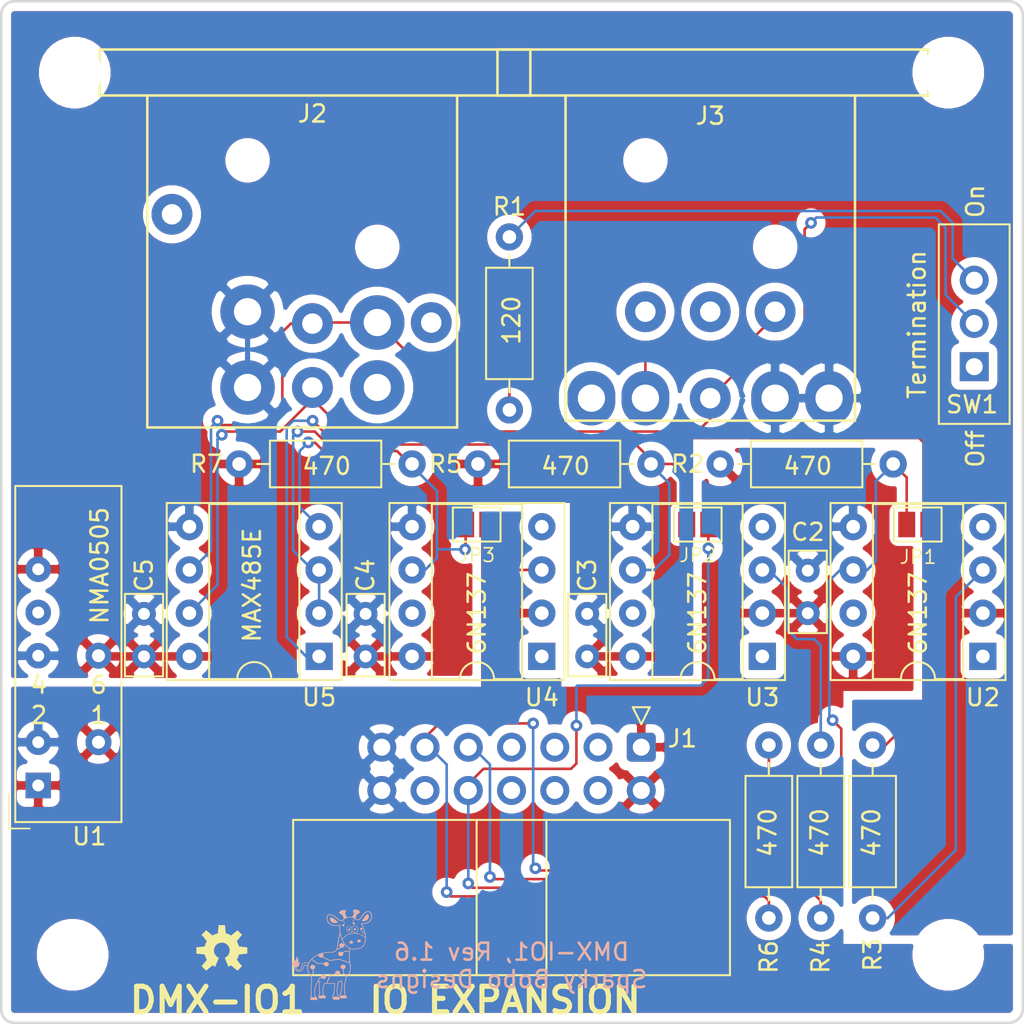
<source format=kicad_pcb>
(kicad_pcb (version 20171130) (host pcbnew "(5.1.12)-1")

  (general
    (thickness 1.6)
    (drawings 30)
    (tracks 204)
    (zones 0)
    (modules 29)
    (nets 39)
  )

  (page A4)
  (title_block
    (title "DMX Demonstrator - DMX-512 IO Module (DMX-IO1)")
    (date 2023-12-19)
    (rev 1.6)
    (company "Sparky Bobo Designs")
    (comment 2 "Designed by: SparkyBobo")
    (comment 3 https://creativecommons.org/licenses/by-sa/4.0/)
    (comment 4 "Released under the Creative Commons Attribution Share-Alike 4.0m License")
  )

  (layers
    (0 F.Cu signal)
    (31 B.Cu signal)
    (32 B.Adhes user hide)
    (33 F.Adhes user hide)
    (34 B.Paste user hide)
    (35 F.Paste user hide)
    (36 B.SilkS user)
    (37 F.SilkS user)
    (38 B.Mask user hide)
    (39 F.Mask user hide)
    (40 Dwgs.User user hide)
    (41 Cmts.User user hide)
    (42 Eco1.User user hide)
    (43 Eco2.User user hide)
    (44 Edge.Cuts user)
    (45 Margin user hide)
    (46 B.CrtYd user hide)
    (47 F.CrtYd user)
    (48 B.Fab user hide)
    (49 F.Fab user hide)
  )

  (setup
    (last_trace_width 0.1524)
    (trace_clearance 0.1524)
    (zone_clearance 0.508)
    (zone_45_only no)
    (trace_min 0.1524)
    (via_size 0.6858)
    (via_drill 0.3302)
    (via_min_size 0.508)
    (via_min_drill 0.254)
    (uvia_size 0.6858)
    (uvia_drill 0.3302)
    (uvias_allowed no)
    (uvia_min_size 0.2)
    (uvia_min_drill 0.1)
    (edge_width 0.15)
    (segment_width 0.2)
    (pcb_text_width 0.3)
    (pcb_text_size 1.5 1.5)
    (mod_edge_width 0.15)
    (mod_text_size 1 1)
    (mod_text_width 0.15)
    (pad_size 1.5 1.5)
    (pad_drill 1)
    (pad_to_mask_clearance 0.2)
    (aux_axis_origin 0 0)
    (visible_elements 7FFFFFFF)
    (pcbplotparams
      (layerselection 0x010fc_ffffffff)
      (usegerberextensions true)
      (usegerberattributes false)
      (usegerberadvancedattributes false)
      (creategerberjobfile false)
      (excludeedgelayer true)
      (linewidth 0.100000)
      (plotframeref false)
      (viasonmask false)
      (mode 1)
      (useauxorigin false)
      (hpglpennumber 1)
      (hpglpenspeed 20)
      (hpglpendiameter 15.000000)
      (psnegative false)
      (psa4output false)
      (plotreference true)
      (plotvalue false)
      (plotinvisibletext false)
      (padsonsilk false)
      (subtractmaskfromsilk true)
      (outputformat 1)
      (mirror false)
      (drillshape 0)
      (scaleselection 1)
      (outputdirectory "grb"))
  )

  (net 0 "")
  (net 1 +5V)
  (net 2 GND)
  (net 3 GNDD)
  (net 4 "Net-(J2-Pad2A)")
  (net 5 "Net-(J2-Pad3)")
  (net 6 "Net-(J3-Pad4B)")
  (net 7 "Net-(J3-Pad5B)")
  (net 8 "Net-(J2-Pad4B)")
  (net 9 "Net-(J2-Pad5B)")
  (net 10 VDD)
  (net 11 "Net-(U4-Pad1)")
  (net 12 "Net-(U4-Pad7)")
  (net 13 "Net-(U4-Pad4)")
  (net 14 "Net-(U3-Pad4)")
  (net 15 "Net-(U3-Pad7)")
  (net 16 "Net-(U3-Pad1)")
  (net 17 "Net-(U2-Pad1)")
  (net 18 "Net-(U2-Pad7)")
  (net 19 "Net-(U2-Pad4)")
  (net 20 "Net-(U1-Pad5)")
  (net 21 "Net-(R6-Pad1)")
  (net 22 "Net-(R4-Pad1)")
  (net 23 "Net-(J1-Pad12)")
  (net 24 "Net-(R3-Pad2)")
  (net 25 "Net-(J1-Pad3)")
  (net 26 "Net-(J1-Pad4)")
  (net 27 "Net-(J1-Pad5)")
  (net 28 "Net-(J1-Pad6)")
  (net 29 "Net-(J1-Pad7)")
  (net 30 "Net-(J1-Pad8)")
  (net 31 /DMX-RX)
  (net 32 /DMX-DIR)
  (net 33 /DMX-TX)
  (net 34 "Net-(JP3-Pad2)")
  (net 35 "Net-(JP2-Pad2)")
  (net 36 "Net-(JP1-Pad2)")
  (net 37 "Net-(R1-Pad2)")
  (net 38 "Net-(SW1-Pad1)")

  (net_class Default "This is the default net class."
    (clearance 0.1524)
    (trace_width 0.1524)
    (via_dia 0.6858)
    (via_drill 0.3302)
    (uvia_dia 0.6858)
    (uvia_drill 0.3302)
    (diff_pair_width 0.1524)
    (diff_pair_gap 0.1524)
    (add_net /DMX-DIR)
    (add_net /DMX-RX)
    (add_net /DMX-TX)
    (add_net "Net-(J1-Pad12)")
    (add_net "Net-(J1-Pad3)")
    (add_net "Net-(J1-Pad4)")
    (add_net "Net-(J1-Pad5)")
    (add_net "Net-(J1-Pad6)")
    (add_net "Net-(J1-Pad7)")
    (add_net "Net-(J1-Pad8)")
    (add_net "Net-(J2-Pad2A)")
    (add_net "Net-(J2-Pad3)")
    (add_net "Net-(J2-Pad4B)")
    (add_net "Net-(J2-Pad5B)")
    (add_net "Net-(J3-Pad4B)")
    (add_net "Net-(J3-Pad5B)")
    (add_net "Net-(JP1-Pad2)")
    (add_net "Net-(JP2-Pad2)")
    (add_net "Net-(JP3-Pad2)")
    (add_net "Net-(R1-Pad2)")
    (add_net "Net-(R3-Pad2)")
    (add_net "Net-(R4-Pad1)")
    (add_net "Net-(R6-Pad1)")
    (add_net "Net-(SW1-Pad1)")
    (add_net "Net-(U1-Pad5)")
    (add_net "Net-(U2-Pad1)")
    (add_net "Net-(U2-Pad4)")
    (add_net "Net-(U2-Pad7)")
    (add_net "Net-(U3-Pad1)")
    (add_net "Net-(U3-Pad4)")
    (add_net "Net-(U3-Pad7)")
    (add_net "Net-(U4-Pad1)")
    (add_net "Net-(U4-Pad4)")
    (add_net "Net-(U4-Pad7)")
  )

  (net_class Power ""
    (clearance 0.1524)
    (trace_width 0.3048)
    (via_dia 1.27)
    (via_drill 0.635)
    (uvia_dia 1.27)
    (uvia_drill 0.635)
    (diff_pair_width 0.3048)
    (diff_pair_gap 0.3048)
    (add_net +5V)
    (add_net GND)
    (add_net GNDD)
    (add_net VDD)
  )

  (module footprints:ESWITCH_1218_SPDT (layer F.Cu) (tedit 661C9A2B) (tstamp 661CC029)
    (at 171.577 82.042 180)
    (descr "Breadboard-friendly SPDT Slide Switch")
    (tags "EG1218 SPDT Slide Switch")
    (path /663A2E4F)
    (fp_text reference SW1 (at 0.127 -2.2225 180) (layer F.SilkS)
      (effects (font (size 1 1) (thickness 0.15)))
    )
    (fp_text value TERM (at 0 10.16) (layer F.Fab)
      (effects (font (size 1 1) (thickness 0.15)))
    )
    (fp_text user %R (at 0 2.54 90) (layer F.Fab)
      (effects (font (size 1 1) (thickness 0.15)))
    )
    (fp_line (start -2 -3.3) (end 2 -3.3) (layer F.Fab) (width 0.1))
    (fp_line (start 2 -3.3) (end 2 8.3) (layer F.Fab) (width 0.1))
    (fp_line (start 2 8.3) (end -2 8.3) (layer F.Fab) (width 0.1))
    (fp_line (start -2 8.3) (end -2 -3.3) (layer F.Fab) (width 0.1))
    (fp_line (start -2.08 8.36) (end 2.08 8.36) (layer F.SilkS) (width 0.12))
    (fp_line (start -2.08 -3.36) (end -2.08 8.36) (layer F.SilkS) (width 0.12))
    (fp_line (start 2.08 -3.36) (end 2.08 8.36) (layer F.SilkS) (width 0.12))
    (fp_line (start -2.08 -3.36) (end 2.08 -3.36) (layer F.SilkS) (width 0.12))
    (fp_line (start -2.225 -3.5) (end -2.225 8.55) (layer F.CrtYd) (width 0.05))
    (fp_line (start -2.225 8.55) (end 2.225 8.55) (layer F.CrtYd) (width 0.05))
    (fp_line (start 2.225 8.55) (end 2.225 -3.5) (layer F.CrtYd) (width 0.05))
    (fp_line (start 2.225 -3.5) (end -2.225 -3.5) (layer F.CrtYd) (width 0.05))
    (pad 1 thru_hole rect (at 0 0 180) (size 1.7 1.7) (drill 1) (layers *.Cu *.Mask)
      (net 38 "Net-(SW1-Pad1)"))
    (pad 2 thru_hole oval (at 0 2.54 180) (size 1.7 1.7) (drill 1) (layers *.Cu *.Mask)
      (net 5 "Net-(J2-Pad3)"))
    (pad 3 thru_hole oval (at 0 5.08 180) (size 1.7 1.7) (drill 1) (layers *.Cu *.Mask)
      (net 37 "Net-(R1-Pad2)"))
    (model ${KISYS3DMOD}/Connector_PinHeader_2.54mm.3dshapes/PinHeader_1x03_P2.54mm_Vertical.wrl
      (at (xyz 0 0 0))
      (scale (xyz 1 1 1))
      (rotate (xyz 0 0 0))
    )
  )

  (module Jumper:SolderJumper-2_P1.3mm_Open_Pad1.0x1.5mm (layer F.Cu) (tedit 5A3EABFC) (tstamp 65324CDE)
    (at 168.26 91.313)
    (descr "SMD Solder Jumper, 1x1.5mm Pads, 0.3mm gap, open")
    (tags "solder jumper open")
    (path /651B256A)
    (attr virtual)
    (fp_text reference JP1 (at 0.015 1.905) (layer F.SilkS)
      (effects (font (size 0.8 0.8) (thickness 0.1)))
    )
    (fp_text value "Bypass Iso" (at 0 1.9) (layer F.Fab)
      (effects (font (size 1 1) (thickness 0.15)))
    )
    (fp_line (start -1.4 1) (end -1.4 -1) (layer F.SilkS) (width 0.12))
    (fp_line (start 1.4 1) (end -1.4 1) (layer F.SilkS) (width 0.12))
    (fp_line (start 1.4 -1) (end 1.4 1) (layer F.SilkS) (width 0.12))
    (fp_line (start -1.4 -1) (end 1.4 -1) (layer F.SilkS) (width 0.12))
    (fp_line (start -1.65 -1.25) (end 1.65 -1.25) (layer F.CrtYd) (width 0.05))
    (fp_line (start -1.65 -1.25) (end -1.65 1.25) (layer F.CrtYd) (width 0.05))
    (fp_line (start 1.65 1.25) (end 1.65 -1.25) (layer F.CrtYd) (width 0.05))
    (fp_line (start 1.65 1.25) (end -1.65 1.25) (layer F.CrtYd) (width 0.05))
    (pad 1 smd rect (at -0.65 0) (size 1 1.5) (layers F.Cu F.Mask)
      (net 31 /DMX-RX))
    (pad 2 smd rect (at 0.65 0) (size 1 1.5) (layers F.Cu F.Mask)
      (net 36 "Net-(JP1-Pad2)"))
  )

  (module Jumper:SolderJumper-2_P1.3mm_Open_Pad1.0x1.5mm (layer F.Cu) (tedit 5A3EABFC) (tstamp 65324CD0)
    (at 155.336 91.313 180)
    (descr "SMD Solder Jumper, 1x1.5mm Pads, 0.3mm gap, open")
    (tags "solder jumper open")
    (path /651B907A)
    (attr virtual)
    (fp_text reference JP2 (at 0 -1.8 180) (layer F.SilkS)
      (effects (font (size 0.8 0.8) (thickness 0.1)))
    )
    (fp_text value "Bypass Iso" (at 0 1.9 180) (layer F.Fab)
      (effects (font (size 1 1) (thickness 0.15)))
    )
    (fp_line (start -1.4 1) (end -1.4 -1) (layer F.SilkS) (width 0.12))
    (fp_line (start 1.4 1) (end -1.4 1) (layer F.SilkS) (width 0.12))
    (fp_line (start 1.4 -1) (end 1.4 1) (layer F.SilkS) (width 0.12))
    (fp_line (start -1.4 -1) (end 1.4 -1) (layer F.SilkS) (width 0.12))
    (fp_line (start -1.65 -1.25) (end 1.65 -1.25) (layer F.CrtYd) (width 0.05))
    (fp_line (start -1.65 -1.25) (end -1.65 1.25) (layer F.CrtYd) (width 0.05))
    (fp_line (start 1.65 1.25) (end 1.65 -1.25) (layer F.CrtYd) (width 0.05))
    (fp_line (start 1.65 1.25) (end -1.65 1.25) (layer F.CrtYd) (width 0.05))
    (pad 1 smd rect (at -0.65 0 180) (size 1 1.5) (layers F.Cu F.Mask)
      (net 32 /DMX-DIR))
    (pad 2 smd rect (at 0.65 0 180) (size 1 1.5) (layers F.Cu F.Mask)
      (net 35 "Net-(JP2-Pad2)"))
  )

  (module Jumper:SolderJumper-2_P1.3mm_Open_Pad1.0x1.5mm (layer F.Cu) (tedit 5A3EABFC) (tstamp 65324CC2)
    (at 142.352 91.313 180)
    (descr "SMD Solder Jumper, 1x1.5mm Pads, 0.3mm gap, open")
    (tags "solder jumper open")
    (path /651C0494)
    (attr virtual)
    (fp_text reference JP3 (at 0 -1.8 180) (layer F.SilkS)
      (effects (font (size 0.8 0.8) (thickness 0.1)))
    )
    (fp_text value "Bypass Iso" (at 0 1.9 180) (layer F.Fab)
      (effects (font (size 1 1) (thickness 0.15)))
    )
    (fp_line (start -1.4 1) (end -1.4 -1) (layer F.SilkS) (width 0.12))
    (fp_line (start 1.4 1) (end -1.4 1) (layer F.SilkS) (width 0.12))
    (fp_line (start 1.4 -1) (end 1.4 1) (layer F.SilkS) (width 0.12))
    (fp_line (start -1.4 -1) (end 1.4 -1) (layer F.SilkS) (width 0.12))
    (fp_line (start -1.65 -1.25) (end 1.65 -1.25) (layer F.CrtYd) (width 0.05))
    (fp_line (start -1.65 -1.25) (end -1.65 1.25) (layer F.CrtYd) (width 0.05))
    (fp_line (start 1.65 1.25) (end 1.65 -1.25) (layer F.CrtYd) (width 0.05))
    (fp_line (start 1.65 1.25) (end -1.65 1.25) (layer F.CrtYd) (width 0.05))
    (pad 1 smd rect (at -0.65 0 180) (size 1 1.5) (layers F.Cu F.Mask)
      (net 33 /DMX-TX))
    (pad 2 smd rect (at 0.65 0 180) (size 1 1.5) (layers F.Cu F.Mask)
      (net 34 "Net-(JP3-Pad2)"))
  )

  (module footprints:NEUTRIK-NC3MAH-NC5MAH (layer F.Cu) (tedit 661C9E3B) (tstamp 5FECEDA3)
    (at 156.070793 66.11216)
    (path /5FA9D811)
    (fp_text reference J3 (at 0 1.19784) (layer F.SilkS)
      (effects (font (size 1 1) (thickness 0.15)))
    )
    (fp_text value NC3MAH/NC5MAH (at 0 -0.5) (layer F.Fab)
      (effects (font (size 1 1) (thickness 0.15)))
    )
    (fp_text user "23mm on center" (at 0 -1.85) (layer Dwgs.User)
      (effects (font (size 1 1) (thickness 0.15)))
    )
    (fp_line (start -12.75 -2.9) (end 13 -2.9) (layer F.CrtYd) (width 0.15))
    (fp_line (start -12.75 19.3) (end 13 19.3) (layer F.CrtYd) (width 0.15))
    (fp_line (start -12.75 -2.9) (end -12.75 19.3) (layer F.CrtYd) (width 0.15))
    (fp_line (start 13 -2.9) (end 13 19.3) (layer F.CrtYd) (width 0.15))
    (fp_line (start -12.5 0) (end 12.8 0) (layer F.SilkS) (width 0.15))
    (fp_line (start -8.5 19.1) (end -8.5 0) (layer F.SilkS) (width 0.15))
    (fp_line (start 8.5 19.1) (end -8.5 19.1) (layer F.SilkS) (width 0.15))
    (fp_line (start 8.5 0) (end 8.5 19.1) (layer F.SilkS) (width 0.15))
    (fp_line (start 12.8 -2.7) (end 12.8 0) (layer F.SilkS) (width 0.15))
    (fp_line (start -12.5 -2.7) (end 12.8 -2.7) (layer F.SilkS) (width 0.15))
    (fp_line (start -12.5 0) (end -12.5 -2.7) (layer F.SilkS) (width 0.15))
    (pad 1A thru_hole oval (at 3.81 17.78) (size 2.8 3.2) (drill 1.6) (layers *.Cu *.Mask)
      (net 3 GNDD))
    (pad 2A thru_hole oval (at -3.81 17.78) (size 2.8 3.2) (drill 1.6) (layers *.Cu *.Mask)
      (net 4 "Net-(J2-Pad2A)"))
    (pad 0 thru_hole circle (at 0 12.7) (size 2.4 2.4) (drill 1.2) (layers *.Cu *.Mask))
    (pad "" np_thru_hole circle (at 3.81 8.89) (size 1.6 1.6) (drill 1.6) (layers *.Cu *.Mask))
    (pad "" np_thru_hole circle (at -3.81 3.81) (size 1.6 1.6) (drill 1.6) (layers *.Cu *.Mask))
    (pad 5B thru_hole oval (at -6.98 17.78) (size 2.8 3.2) (drill 1.6) (layers *.Cu *.Mask)
      (net 7 "Net-(J3-Pad5B)"))
    (pad 4B thru_hole circle (at -3.81 12.7) (size 2.4 2.4) (drill 1.2) (layers *.Cu *.Mask)
      (net 6 "Net-(J3-Pad4B)"))
    (pad 3 thru_hole circle (at 0 17.78) (size 2.4 2.4) (drill 1.2) (layers *.Cu *.Mask)
      (net 5 "Net-(J2-Pad3)"))
    (pad 2B thru_hole circle (at 3.81 12.7) (size 2.4 2.4) (drill 1.2) (layers *.Cu *.Mask)
      (net 4 "Net-(J2-Pad2A)"))
    (pad 1B thru_hole oval (at 6.98 17.78) (size 2.8 3.2) (drill 1.6) (layers *.Cu *.Mask)
      (net 3 GNDD))
  )

  (module Resistor_THT:R_Axial_DIN0207_L6.3mm_D2.5mm_P10.16mm_Horizontal (layer F.Cu) (tedit 5AE5139B) (tstamp 661CC1E5)
    (at 144.272 84.582 90)
    (descr "Resistor, Axial_DIN0207 series, Axial, Horizontal, pin pitch=10.16mm, 0.25W = 1/4W, length*diameter=6.3*2.5mm^2, http://cdn-reichelt.de/documents/datenblatt/B400/1_4W%23YAG.pdf")
    (tags "Resistor Axial_DIN0207 series Axial Horizontal pin pitch 10.16mm 0.25W = 1/4W length 6.3mm diameter 2.5mm")
    (path /5F6A6B31)
    (fp_text reference R1 (at 11.938 0) (layer F.SilkS)
      (effects (font (size 1 1) (thickness 0.15)))
    )
    (fp_text value 120 (at 5.08 2.37 270) (layer F.Fab)
      (effects (font (size 1 1) (thickness 0.15)))
    )
    (fp_text user %R (at 5.08 0 270) (layer F.Fab)
      (effects (font (size 1 1) (thickness 0.15)))
    )
    (fp_line (start 1.93 -1.25) (end 1.93 1.25) (layer F.Fab) (width 0.1))
    (fp_line (start 1.93 1.25) (end 8.23 1.25) (layer F.Fab) (width 0.1))
    (fp_line (start 8.23 1.25) (end 8.23 -1.25) (layer F.Fab) (width 0.1))
    (fp_line (start 8.23 -1.25) (end 1.93 -1.25) (layer F.Fab) (width 0.1))
    (fp_line (start 0 0) (end 1.93 0) (layer F.Fab) (width 0.1))
    (fp_line (start 10.16 0) (end 8.23 0) (layer F.Fab) (width 0.1))
    (fp_line (start 1.81 -1.37) (end 1.81 1.37) (layer F.SilkS) (width 0.12))
    (fp_line (start 1.81 1.37) (end 8.35 1.37) (layer F.SilkS) (width 0.12))
    (fp_line (start 8.35 1.37) (end 8.35 -1.37) (layer F.SilkS) (width 0.12))
    (fp_line (start 8.35 -1.37) (end 1.81 -1.37) (layer F.SilkS) (width 0.12))
    (fp_line (start 1.04 0) (end 1.81 0) (layer F.SilkS) (width 0.12))
    (fp_line (start 9.12 0) (end 8.35 0) (layer F.SilkS) (width 0.12))
    (fp_line (start -1.05 -1.5) (end -1.05 1.5) (layer F.CrtYd) (width 0.05))
    (fp_line (start -1.05 1.5) (end 11.21 1.5) (layer F.CrtYd) (width 0.05))
    (fp_line (start 11.21 1.5) (end 11.21 -1.5) (layer F.CrtYd) (width 0.05))
    (fp_line (start 11.21 -1.5) (end -1.05 -1.5) (layer F.CrtYd) (width 0.05))
    (pad 2 thru_hole oval (at 10.16 0 90) (size 1.6 1.6) (drill 0.8) (layers *.Cu *.Mask)
      (net 37 "Net-(R1-Pad2)"))
    (pad 1 thru_hole circle (at 0 0 90) (size 1.6 1.6) (drill 0.8) (layers *.Cu *.Mask)
      (net 4 "Net-(J2-Pad2A)"))
    (model ${KISYS3DMOD}/Resistor_THT.3dshapes/R_Axial_DIN0207_L6.3mm_D2.5mm_P10.16mm_Horizontal.wrl
      (at (xyz 0 0 0))
      (scale (xyz 1 1 1))
      (rotate (xyz 0 0 0))
    )
  )

  (module Capacitor_THT:C_Rect_L4.6mm_W2.0mm_P2.50mm_MKS02_FKP02 (layer F.Cu) (tedit 5AE50EF0) (tstamp 64CBB61B)
    (at 161.798 96.52 90)
    (descr "C, Rect series, Radial, pin pitch=2.50mm, , length*width=4.6*2mm^2, Capacitor, http://www.wima.de/DE/WIMA_MKS_02.pdf")
    (tags "C Rect series Radial pin pitch 2.50mm  length 4.6mm width 2mm Capacitor")
    (path /64D49F7F)
    (fp_text reference C2 (at 4.7625 0 180) (layer F.SilkS)
      (effects (font (size 1 1) (thickness 0.15)))
    )
    (fp_text value 0.1uF (at 1.25 2.25 90) (layer F.Fab)
      (effects (font (size 1 1) (thickness 0.15)))
    )
    (fp_text user %R (at 1.25 0 90) (layer F.Fab)
      (effects (font (size 0.92 0.92) (thickness 0.138)))
    )
    (fp_line (start -1.05 -1) (end -1.05 1) (layer F.Fab) (width 0.1))
    (fp_line (start -1.05 1) (end 3.55 1) (layer F.Fab) (width 0.1))
    (fp_line (start 3.55 1) (end 3.55 -1) (layer F.Fab) (width 0.1))
    (fp_line (start 3.55 -1) (end -1.05 -1) (layer F.Fab) (width 0.1))
    (fp_line (start -1.17 -1.12) (end 3.67 -1.12) (layer F.SilkS) (width 0.12))
    (fp_line (start -1.17 1.12) (end 3.67 1.12) (layer F.SilkS) (width 0.12))
    (fp_line (start -1.17 -1.12) (end -1.17 1.12) (layer F.SilkS) (width 0.12))
    (fp_line (start 3.67 -1.12) (end 3.67 1.12) (layer F.SilkS) (width 0.12))
    (fp_line (start -1.3 -1.25) (end -1.3 1.25) (layer F.CrtYd) (width 0.05))
    (fp_line (start -1.3 1.25) (end 3.8 1.25) (layer F.CrtYd) (width 0.05))
    (fp_line (start 3.8 1.25) (end 3.8 -1.25) (layer F.CrtYd) (width 0.05))
    (fp_line (start 3.8 -1.25) (end -1.3 -1.25) (layer F.CrtYd) (width 0.05))
    (pad 2 thru_hole circle (at 2.5 0 90) (size 1.4 1.4) (drill 0.7) (layers *.Cu *.Mask)
      (net 2 GND))
    (pad 1 thru_hole circle (at 0 0 90) (size 1.4 1.4) (drill 0.7) (layers *.Cu *.Mask)
      (net 1 +5V))
    (model ${KISYS3DMOD}/Capacitor_THT.3dshapes/C_Rect_L4.6mm_W2.0mm_P2.50mm_MKS02_FKP02.wrl
      (at (xyz 0 0 0))
      (scale (xyz 1 1 1))
      (rotate (xyz 0 0 0))
    )
  )

  (module Capacitor_THT:C_Rect_L4.6mm_W2.0mm_P2.50mm_MKS02_FKP02 (layer F.Cu) (tedit 5AE50EF0) (tstamp 64CBB609)
    (at 148.844 99.06 90)
    (descr "C, Rect series, Radial, pin pitch=2.50mm, , length*width=4.6*2mm^2, Capacitor, http://www.wima.de/DE/WIMA_MKS_02.pdf")
    (tags "C Rect series Radial pin pitch 2.50mm  length 4.6mm width 2mm Capacitor")
    (path /64D4BCFF)
    (fp_text reference C3 (at 4.7625 0 270) (layer F.SilkS)
      (effects (font (size 1 1) (thickness 0.15)))
    )
    (fp_text value 0.1uF (at 1.25 2.25 90) (layer F.Fab)
      (effects (font (size 1 1) (thickness 0.15)))
    )
    (fp_text user %R (at 1.25 0 90) (layer F.Fab)
      (effects (font (size 0.92 0.92) (thickness 0.138)))
    )
    (fp_line (start -1.05 -1) (end -1.05 1) (layer F.Fab) (width 0.1))
    (fp_line (start -1.05 1) (end 3.55 1) (layer F.Fab) (width 0.1))
    (fp_line (start 3.55 1) (end 3.55 -1) (layer F.Fab) (width 0.1))
    (fp_line (start 3.55 -1) (end -1.05 -1) (layer F.Fab) (width 0.1))
    (fp_line (start -1.17 -1.12) (end 3.67 -1.12) (layer F.SilkS) (width 0.12))
    (fp_line (start -1.17 1.12) (end 3.67 1.12) (layer F.SilkS) (width 0.12))
    (fp_line (start -1.17 -1.12) (end -1.17 1.12) (layer F.SilkS) (width 0.12))
    (fp_line (start 3.67 -1.12) (end 3.67 1.12) (layer F.SilkS) (width 0.12))
    (fp_line (start -1.3 -1.25) (end -1.3 1.25) (layer F.CrtYd) (width 0.05))
    (fp_line (start -1.3 1.25) (end 3.8 1.25) (layer F.CrtYd) (width 0.05))
    (fp_line (start 3.8 1.25) (end 3.8 -1.25) (layer F.CrtYd) (width 0.05))
    (fp_line (start 3.8 -1.25) (end -1.3 -1.25) (layer F.CrtYd) (width 0.05))
    (pad 2 thru_hole circle (at 2.5 0 90) (size 1.4 1.4) (drill 0.7) (layers *.Cu *.Mask)
      (net 3 GNDD))
    (pad 1 thru_hole circle (at 0 0 90) (size 1.4 1.4) (drill 0.7) (layers *.Cu *.Mask)
      (net 10 VDD))
    (model ${KISYS3DMOD}/Capacitor_THT.3dshapes/C_Rect_L4.6mm_W2.0mm_P2.50mm_MKS02_FKP02.wrl
      (at (xyz 0 0 0))
      (scale (xyz 1 1 1))
      (rotate (xyz 0 0 0))
    )
  )

  (module Capacitor_THT:C_Rect_L4.6mm_W2.0mm_P2.50mm_MKS02_FKP02 (layer F.Cu) (tedit 5AE50EF0) (tstamp 64CBB5F7)
    (at 135.8265 99.06 90)
    (descr "C, Rect series, Radial, pin pitch=2.50mm, , length*width=4.6*2mm^2, Capacitor, http://www.wima.de/DE/WIMA_MKS_02.pdf")
    (tags "C Rect series Radial pin pitch 2.50mm  length 4.6mm width 2mm Capacitor")
    (path /64D4BD67)
    (fp_text reference C4 (at 4.7625 0 270) (layer F.SilkS)
      (effects (font (size 1 1) (thickness 0.15)))
    )
    (fp_text value 0.1uF (at 1.25 2.25 90) (layer F.Fab)
      (effects (font (size 1 1) (thickness 0.15)))
    )
    (fp_text user %R (at 1.25 0 90) (layer F.Fab)
      (effects (font (size 0.92 0.92) (thickness 0.138)))
    )
    (fp_line (start -1.05 -1) (end -1.05 1) (layer F.Fab) (width 0.1))
    (fp_line (start -1.05 1) (end 3.55 1) (layer F.Fab) (width 0.1))
    (fp_line (start 3.55 1) (end 3.55 -1) (layer F.Fab) (width 0.1))
    (fp_line (start 3.55 -1) (end -1.05 -1) (layer F.Fab) (width 0.1))
    (fp_line (start -1.17 -1.12) (end 3.67 -1.12) (layer F.SilkS) (width 0.12))
    (fp_line (start -1.17 1.12) (end 3.67 1.12) (layer F.SilkS) (width 0.12))
    (fp_line (start -1.17 -1.12) (end -1.17 1.12) (layer F.SilkS) (width 0.12))
    (fp_line (start 3.67 -1.12) (end 3.67 1.12) (layer F.SilkS) (width 0.12))
    (fp_line (start -1.3 -1.25) (end -1.3 1.25) (layer F.CrtYd) (width 0.05))
    (fp_line (start -1.3 1.25) (end 3.8 1.25) (layer F.CrtYd) (width 0.05))
    (fp_line (start 3.8 1.25) (end 3.8 -1.25) (layer F.CrtYd) (width 0.05))
    (fp_line (start 3.8 -1.25) (end -1.3 -1.25) (layer F.CrtYd) (width 0.05))
    (pad 2 thru_hole circle (at 2.5 0 90) (size 1.4 1.4) (drill 0.7) (layers *.Cu *.Mask)
      (net 3 GNDD))
    (pad 1 thru_hole circle (at 0 0 90) (size 1.4 1.4) (drill 0.7) (layers *.Cu *.Mask)
      (net 10 VDD))
    (model ${KISYS3DMOD}/Capacitor_THT.3dshapes/C_Rect_L4.6mm_W2.0mm_P2.50mm_MKS02_FKP02.wrl
      (at (xyz 0 0 0))
      (scale (xyz 1 1 1))
      (rotate (xyz 0 0 0))
    )
  )

  (module Capacitor_THT:C_Rect_L4.6mm_W2.0mm_P2.50mm_MKS02_FKP02 (layer F.Cu) (tedit 5AE50EF0) (tstamp 64CBB5E5)
    (at 122.809 99.06 90)
    (descr "C, Rect series, Radial, pin pitch=2.50mm, , length*width=4.6*2mm^2, Capacitor, http://www.wima.de/DE/WIMA_MKS_02.pdf")
    (tags "C Rect series Radial pin pitch 2.50mm  length 4.6mm width 2mm Capacitor")
    (path /64D4BDC1)
    (fp_text reference C5 (at 4.7625 0 270) (layer F.SilkS)
      (effects (font (size 1 1) (thickness 0.15)))
    )
    (fp_text value 0.1uF (at 1.25 2.25 90) (layer F.Fab)
      (effects (font (size 1 1) (thickness 0.15)))
    )
    (fp_text user %R (at 1.25 0 90) (layer F.Fab)
      (effects (font (size 0.92 0.92) (thickness 0.138)))
    )
    (fp_line (start -1.05 -1) (end -1.05 1) (layer F.Fab) (width 0.1))
    (fp_line (start -1.05 1) (end 3.55 1) (layer F.Fab) (width 0.1))
    (fp_line (start 3.55 1) (end 3.55 -1) (layer F.Fab) (width 0.1))
    (fp_line (start 3.55 -1) (end -1.05 -1) (layer F.Fab) (width 0.1))
    (fp_line (start -1.17 -1.12) (end 3.67 -1.12) (layer F.SilkS) (width 0.12))
    (fp_line (start -1.17 1.12) (end 3.67 1.12) (layer F.SilkS) (width 0.12))
    (fp_line (start -1.17 -1.12) (end -1.17 1.12) (layer F.SilkS) (width 0.12))
    (fp_line (start 3.67 -1.12) (end 3.67 1.12) (layer F.SilkS) (width 0.12))
    (fp_line (start -1.3 -1.25) (end -1.3 1.25) (layer F.CrtYd) (width 0.05))
    (fp_line (start -1.3 1.25) (end 3.8 1.25) (layer F.CrtYd) (width 0.05))
    (fp_line (start 3.8 1.25) (end 3.8 -1.25) (layer F.CrtYd) (width 0.05))
    (fp_line (start 3.8 -1.25) (end -1.3 -1.25) (layer F.CrtYd) (width 0.05))
    (pad 2 thru_hole circle (at 2.5 0 90) (size 1.4 1.4) (drill 0.7) (layers *.Cu *.Mask)
      (net 3 GNDD))
    (pad 1 thru_hole circle (at 0 0 90) (size 1.4 1.4) (drill 0.7) (layers *.Cu *.Mask)
      (net 10 VDD))
    (model ${KISYS3DMOD}/Capacitor_THT.3dshapes/C_Rect_L4.6mm_W2.0mm_P2.50mm_MKS02_FKP02.wrl
      (at (xyz 0 0 0))
      (scale (xyz 1 1 1))
      (rotate (xyz 0 0 0))
    )
  )

  (module footprints:NEUTRIK-NC3FAH-NC5FAH (layer F.Cu) (tedit 661C9E87) (tstamp 64D7260E)
    (at 132.702793 66.11216)
    (path /5FA9D8B9)
    (fp_text reference J2 (at 0 1.07084) (layer F.SilkS)
      (effects (font (size 1 1) (thickness 0.15)))
    )
    (fp_text value NC3FAH/NC5FAH (at 0 -0.5) (layer F.Fab)
      (effects (font (size 1 1) (thickness 0.15)))
    )
    (fp_text user "23mm on center" (at 0 -1.9) (layer Dwgs.User)
      (effects (font (size 1 1) (thickness 0.15)))
    )
    (fp_line (start -12.5 0) (end -12.5 -2.7) (layer F.SilkS) (width 0.15))
    (fp_line (start -12.5 -2.7) (end 12.8 -2.7) (layer F.SilkS) (width 0.15))
    (fp_line (start 12.8 -2.7) (end 12.8 0) (layer F.SilkS) (width 0.15))
    (fp_line (start 8.5 0) (end 8.5 19.5) (layer F.SilkS) (width 0.15))
    (fp_line (start 8.5 19.5) (end -9.7 19.5) (layer F.SilkS) (width 0.15))
    (fp_line (start -9.7 19.5) (end -9.7 0) (layer F.SilkS) (width 0.15))
    (fp_line (start -12.5 0) (end 12.8 0) (layer F.SilkS) (width 0.15))
    (fp_line (start 13 -3) (end 13 19.75) (layer F.CrtYd) (width 0.15))
    (fp_line (start -12.75 -3) (end -12.75 19.75) (layer F.CrtYd) (width 0.15))
    (fp_line (start -12.75 19.75) (end 13 19.75) (layer F.CrtYd) (width 0.15))
    (fp_line (start -12.75 -3) (end 13 -3) (layer F.CrtYd) (width 0.15))
    (pad 2A thru_hole circle (at 3.81 13.335) (size 3.2 3.2) (drill 1.6) (layers *.Cu *.Mask)
      (net 4 "Net-(J2-Pad2A)"))
    (pad 1A thru_hole circle (at -3.81 12.7) (size 3.2 3.2) (drill 1.6) (layers *.Cu *.Mask)
      (net 3 GNDD))
    (pad 0 thru_hole circle (at -8.25 6.98) (size 2.4 2.4) (drill 1.2) (layers *.Cu *.Mask))
    (pad "" np_thru_hole circle (at 3.81 8.89) (size 1.6 1.6) (drill 1.6) (layers *.Cu *.Mask))
    (pad "" np_thru_hole circle (at -3.81 3.81) (size 1.6 1.6) (drill 1.6) (layers *.Cu *.Mask))
    (pad 5B thru_hole circle (at 3.81 17.15) (size 3.2 3.2) (drill 1.6) (layers *.Cu *.Mask)
      (net 9 "Net-(J2-Pad5B)"))
    (pad 4B thru_hole circle (at 6.98 13.34) (size 2.4 2.4) (drill 1.2) (layers *.Cu *.Mask)
      (net 8 "Net-(J2-Pad4B)"))
    (pad 3 thru_hole circle (at 0 17.15) (size 2.4 2.4) (drill 1.2) (layers *.Cu *.Mask)
      (net 5 "Net-(J2-Pad3)"))
    (pad 2B thru_hole circle (at 0 13.4) (size 2.4 2.4) (drill 1.2) (layers *.Cu *.Mask)
      (net 4 "Net-(J2-Pad2A)"))
    (pad 1B thru_hole circle (at -3.81 17.15) (size 3.2 3.2) (drill 1.6) (layers *.Cu *.Mask)
      (net 3 GNDD))
  )

  (module MountingHole:MountingHole_3.2mm_M3 (layer F.Cu) (tedit 56D1B4CB) (tstamp 640101E7)
    (at 118.745 64.77)
    (descr "Mounting Hole 3.2mm, no annular, M3")
    (tags "mounting hole 3.2mm no annular m3")
    (path /63F9E49B)
    (attr virtual)
    (fp_text reference MH1 (at 0 -4.2) (layer F.SilkS) hide
      (effects (font (size 1 1) (thickness 0.15)))
    )
    (fp_text value MountingHole (at 0 4.2) (layer F.Fab)
      (effects (font (size 1 1) (thickness 0.15)))
    )
    (fp_text user %R (at 0.3 0) (layer F.Fab)
      (effects (font (size 1 1) (thickness 0.15)))
    )
    (fp_circle (center 0 0) (end 3.2 0) (layer Cmts.User) (width 0.15))
    (fp_circle (center 0 0) (end 3.45 0) (layer F.CrtYd) (width 0.05))
    (pad 1 np_thru_hole circle (at 0 0) (size 3.2 3.2) (drill 3.2) (layers *.Cu *.Mask))
  )

  (module MountingHole:MountingHole_3.2mm_M3 (layer F.Cu) (tedit 56D1B4CB) (tstamp 640101DF)
    (at 170.053 64.77)
    (descr "Mounting Hole 3.2mm, no annular, M3")
    (tags "mounting hole 3.2mm no annular m3")
    (path /63F9E50B)
    (attr virtual)
    (fp_text reference MH2 (at 0 -4.2) (layer F.SilkS) hide
      (effects (font (size 1 1) (thickness 0.15)))
    )
    (fp_text value MountingHole (at 0 4.2) (layer F.Fab)
      (effects (font (size 1 1) (thickness 0.15)))
    )
    (fp_text user %R (at 0.3 0) (layer F.Fab)
      (effects (font (size 1 1) (thickness 0.15)))
    )
    (fp_circle (center 0 0) (end 3.2 0) (layer Cmts.User) (width 0.15))
    (fp_circle (center 0 0) (end 3.45 0) (layer F.CrtYd) (width 0.05))
    (pad 1 np_thru_hole circle (at 0 0) (size 3.2 3.2) (drill 3.2) (layers *.Cu *.Mask))
  )

  (module MountingHole:MountingHole_3.2mm_M3 (layer F.Cu) (tedit 56D1B4CB) (tstamp 640101D7)
    (at 118.618 116.586)
    (descr "Mounting Hole 3.2mm, no annular, M3")
    (tags "mounting hole 3.2mm no annular m3")
    (path /63F9E563)
    (attr virtual)
    (fp_text reference MH3 (at 0 -4.2) (layer F.SilkS) hide
      (effects (font (size 1 1) (thickness 0.15)))
    )
    (fp_text value MountingHole (at 0 4.2) (layer F.Fab)
      (effects (font (size 1 1) (thickness 0.15)))
    )
    (fp_text user %R (at 0.3 0) (layer F.Fab)
      (effects (font (size 1 1) (thickness 0.15)))
    )
    (fp_circle (center 0 0) (end 3.2 0) (layer Cmts.User) (width 0.15))
    (fp_circle (center 0 0) (end 3.45 0) (layer F.CrtYd) (width 0.05))
    (pad 1 np_thru_hole circle (at 0 0) (size 3.2 3.2) (drill 3.2) (layers *.Cu *.Mask))
  )

  (module MountingHole:MountingHole_3.2mm_M3 (layer F.Cu) (tedit 56D1B4CB) (tstamp 640101CF)
    (at 170.053 116.586)
    (descr "Mounting Hole 3.2mm, no annular, M3")
    (tags "mounting hole 3.2mm no annular m3")
    (path /63F9E5B7)
    (attr virtual)
    (fp_text reference MH4 (at 0 -4.2) (layer F.SilkS) hide
      (effects (font (size 1 1) (thickness 0.15)))
    )
    (fp_text value MountingHole (at 0 4.2) (layer F.Fab)
      (effects (font (size 1 1) (thickness 0.15)))
    )
    (fp_text user %R (at 0.3 0) (layer F.Fab)
      (effects (font (size 1 1) (thickness 0.15)))
    )
    (fp_circle (center 0 0) (end 3.2 0) (layer Cmts.User) (width 0.15))
    (fp_circle (center 0 0) (end 3.45 0) (layer F.CrtYd) (width 0.05))
    (pad 1 np_thru_hole circle (at 0 0) (size 3.2 3.2) (drill 3.2) (layers *.Cu *.Mask))
  )

  (module Connector_IDC:IDC-Header_2x07_P2.54mm_Horizontal (layer F.Cu) (tedit 5EAC9A08) (tstamp 6400ED16)
    (at 152.019 104.394 270)
    (descr "Through hole IDC box header, 2x07, 2.54mm pitch, DIN 41651 / IEC 60603-13, double rows, https://docs.google.com/spreadsheets/d/16SsEcesNF15N3Lb4niX7dcUr-NY5_MFPQhobNuNppn4/edit#gid=0")
    (tags "Through hole horizontal IDC box header THT 2x07 2.54mm double row")
    (path /63F394AD)
    (fp_text reference J1 (at -0.508 -2.413) (layer F.SilkS)
      (effects (font (size 1 1) (thickness 0.15)))
    )
    (fp_text value "IO EXTENSION" (at 6.105 21.844 270) (layer F.Fab)
      (effects (font (size 1 1) (thickness 0.15)))
    )
    (fp_text user %R (at 8.805 7.62) (layer F.Fab)
      (effects (font (size 1 1) (thickness 0.15)))
    )
    (fp_line (start 4.38 -4.1) (end 5.38 -5.1) (layer F.Fab) (width 0.1))
    (fp_line (start 4.38 5.57) (end 13.28 5.57) (layer F.Fab) (width 0.1))
    (fp_line (start 4.38 9.67) (end 13.28 9.67) (layer F.Fab) (width 0.1))
    (fp_line (start 4.27 5.57) (end 13.39 5.57) (layer F.SilkS) (width 0.12))
    (fp_line (start 4.27 9.67) (end 13.39 9.67) (layer F.SilkS) (width 0.12))
    (fp_line (start 4.38 -0.32) (end -0.32 -0.32) (layer F.Fab) (width 0.1))
    (fp_line (start -0.32 -0.32) (end -0.32 0.32) (layer F.Fab) (width 0.1))
    (fp_line (start -0.32 0.32) (end 4.38 0.32) (layer F.Fab) (width 0.1))
    (fp_line (start 4.38 2.22) (end -0.32 2.22) (layer F.Fab) (width 0.1))
    (fp_line (start -0.32 2.22) (end -0.32 2.86) (layer F.Fab) (width 0.1))
    (fp_line (start -0.32 2.86) (end 4.38 2.86) (layer F.Fab) (width 0.1))
    (fp_line (start 4.38 4.76) (end -0.32 4.76) (layer F.Fab) (width 0.1))
    (fp_line (start -0.32 4.76) (end -0.32 5.4) (layer F.Fab) (width 0.1))
    (fp_line (start -0.32 5.4) (end 4.38 5.4) (layer F.Fab) (width 0.1))
    (fp_line (start 4.38 7.3) (end -0.32 7.3) (layer F.Fab) (width 0.1))
    (fp_line (start -0.32 7.3) (end -0.32 7.94) (layer F.Fab) (width 0.1))
    (fp_line (start -0.32 7.94) (end 4.38 7.94) (layer F.Fab) (width 0.1))
    (fp_line (start 4.38 9.84) (end -0.32 9.84) (layer F.Fab) (width 0.1))
    (fp_line (start -0.32 9.84) (end -0.32 10.48) (layer F.Fab) (width 0.1))
    (fp_line (start -0.32 10.48) (end 4.38 10.48) (layer F.Fab) (width 0.1))
    (fp_line (start 4.38 12.38) (end -0.32 12.38) (layer F.Fab) (width 0.1))
    (fp_line (start -0.32 12.38) (end -0.32 13.02) (layer F.Fab) (width 0.1))
    (fp_line (start -0.32 13.02) (end 4.38 13.02) (layer F.Fab) (width 0.1))
    (fp_line (start 4.38 14.92) (end -0.32 14.92) (layer F.Fab) (width 0.1))
    (fp_line (start -0.32 14.92) (end -0.32 15.56) (layer F.Fab) (width 0.1))
    (fp_line (start -0.32 15.56) (end 4.38 15.56) (layer F.Fab) (width 0.1))
    (fp_line (start 5.38 -5.1) (end 13.28 -5.1) (layer F.Fab) (width 0.1))
    (fp_line (start 13.28 -5.1) (end 13.28 20.34) (layer F.Fab) (width 0.1))
    (fp_line (start 13.28 20.34) (end 4.38 20.34) (layer F.Fab) (width 0.1))
    (fp_line (start 4.38 20.34) (end 4.38 -4.1) (layer F.Fab) (width 0.1))
    (fp_line (start 4.27 -5.21) (end 13.39 -5.21) (layer F.SilkS) (width 0.12))
    (fp_line (start 13.39 -5.21) (end 13.39 20.45) (layer F.SilkS) (width 0.12))
    (fp_line (start 13.39 20.45) (end 4.27 20.45) (layer F.SilkS) (width 0.12))
    (fp_line (start 4.27 20.45) (end 4.27 -5.21) (layer F.SilkS) (width 0.12))
    (fp_line (start -1.35 0) (end -2.35 -0.5) (layer F.SilkS) (width 0.12))
    (fp_line (start -2.35 -0.5) (end -2.35 0.5) (layer F.SilkS) (width 0.12))
    (fp_line (start -2.35 0.5) (end -1.35 0) (layer F.SilkS) (width 0.12))
    (fp_line (start -1.35 -5.6) (end -1.35 20.84) (layer F.CrtYd) (width 0.05))
    (fp_line (start -1.35 20.84) (end 13.78 20.84) (layer F.CrtYd) (width 0.05))
    (fp_line (start 13.78 20.84) (end 13.78 -5.6) (layer F.CrtYd) (width 0.05))
    (fp_line (start 13.78 -5.6) (end -1.35 -5.6) (layer F.CrtYd) (width 0.05))
    (pad 14 thru_hole circle (at 2.54 15.24 270) (size 1.7 1.7) (drill 1) (layers *.Cu *.Mask)
      (net 2 GND))
    (pad 12 thru_hole circle (at 2.54 12.7 270) (size 1.7 1.7) (drill 1) (layers *.Cu *.Mask)
      (net 23 "Net-(J1-Pad12)"))
    (pad 10 thru_hole circle (at 2.54 10.16 270) (size 1.7 1.7) (drill 1) (layers *.Cu *.Mask)
      (net 32 /DMX-DIR))
    (pad 8 thru_hole circle (at 2.54 7.62 270) (size 1.7 1.7) (drill 1) (layers *.Cu *.Mask)
      (net 30 "Net-(J1-Pad8)"))
    (pad 6 thru_hole circle (at 2.54 5.08 270) (size 1.7 1.7) (drill 1) (layers *.Cu *.Mask)
      (net 28 "Net-(J1-Pad6)"))
    (pad 4 thru_hole circle (at 2.54 2.54 270) (size 1.7 1.7) (drill 1) (layers *.Cu *.Mask)
      (net 26 "Net-(J1-Pad4)"))
    (pad 2 thru_hole circle (at 2.54 0 270) (size 1.7 1.7) (drill 1) (layers *.Cu *.Mask)
      (net 1 +5V))
    (pad 13 thru_hole circle (at 0 15.24 270) (size 1.7 1.7) (drill 1) (layers *.Cu *.Mask)
      (net 2 GND))
    (pad 11 thru_hole circle (at 0 12.7 270) (size 1.7 1.7) (drill 1) (layers *.Cu *.Mask)
      (net 33 /DMX-TX))
    (pad 9 thru_hole circle (at 0 10.16 270) (size 1.7 1.7) (drill 1) (layers *.Cu *.Mask)
      (net 31 /DMX-RX))
    (pad 7 thru_hole circle (at 0 7.62 270) (size 1.7 1.7) (drill 1) (layers *.Cu *.Mask)
      (net 29 "Net-(J1-Pad7)"))
    (pad 5 thru_hole circle (at 0 5.08 270) (size 1.7 1.7) (drill 1) (layers *.Cu *.Mask)
      (net 27 "Net-(J1-Pad5)"))
    (pad 3 thru_hole circle (at 0 2.54 270) (size 1.7 1.7) (drill 1) (layers *.Cu *.Mask)
      (net 25 "Net-(J1-Pad3)"))
    (pad 1 thru_hole roundrect (at 0 0 270) (size 1.7 1.7) (drill 1) (layers *.Cu *.Mask) (roundrect_rratio 0.147059)
      (net 1 +5V))
    (model ${KISYS3DMOD}/Connector_IDC.3dshapes/IDC-Header_2x07_P2.54mm_Horizontal.wrl
      (at (xyz 0 0 0))
      (scale (xyz 1 1 1))
      (rotate (xyz 0 0 0))
    )
  )

  (module footprints:Converter_DCDC_muRata_NMAxxxxSC_THT_Bypass (layer F.Cu) (tedit 600CD067) (tstamp 60368F57)
    (at 116.597672 106.63966 180)
    (descr "muRata NMAxxxxSC footprint based on SIP7, http://power.murata.com/data/power/ncl/kdc_nma.pdf")
    (tags "muRata NMAxxxxSC DCDC-Converter")
    (path /5F5E628E)
    (fp_text reference U1 (at -3 -3 180) (layer F.SilkS)
      (effects (font (size 1 1) (thickness 0.15)))
    )
    (fp_text value NMA0505SC (at -1 19 180) (layer F.Fab)
      (effects (font (size 1 1) (thickness 0.15)))
    )
    (fp_text user %R (at -2.25 6 -90) (layer F.Fab)
      (effects (font (size 1 1) (thickness 0.15)))
    )
    (fp_line (start 0.23 -2.03) (end 1.23 -1.03) (layer F.Fab) (width 0.1))
    (fp_line (start 1.73 -2.53) (end 0.5 -2.53) (layer F.SilkS) (width 0.1))
    (fp_line (start 1.73 -2.53) (end 1.73 -0.5) (layer F.SilkS) (width 0.1))
    (fp_line (start -4.77 -2.03) (end -4.77 17.47) (layer F.Fab) (width 0.1))
    (fp_line (start -4.77 17.47) (end 1.23 17.47) (layer F.Fab) (width 0.1))
    (fp_line (start 1.23 17.47) (end 1.23 -1.03) (layer F.Fab) (width 0.1))
    (fp_line (start 0.23 -2.03) (end -4.77 -2.03) (layer F.Fab) (width 0.1))
    (fp_line (start -4.89 -2.15) (end -4.89 17.59) (layer F.SilkS) (width 0.12))
    (fp_line (start -4.89 17.59) (end 1.33 17.59) (layer F.SilkS) (width 0.12))
    (fp_line (start 1.35 17.59) (end 1.35 -2.15) (layer F.SilkS) (width 0.12))
    (fp_line (start 1.35 -2.15) (end -4.89 -2.15) (layer F.SilkS) (width 0.12))
    (fp_line (start -5.02 -2.28) (end -5.02 17.72) (layer F.CrtYd) (width 0.05))
    (fp_line (start -5.02 17.72) (end 1.48 17.72) (layer F.CrtYd) (width 0.05))
    (fp_line (start 1.48 17.72) (end 1.48 -2.28) (layer F.CrtYd) (width 0.05))
    (fp_line (start 1.48 -2.28) (end -5.02 -2.28) (layer F.CrtYd) (width 0.05))
    (pad 6 thru_hole circle (at -3.54 7.62 180) (size 1.524 1.524) (drill 0.762) (layers *.Cu *.Mask)
      (net 10 VDD))
    (pad 1 thru_hole circle (at -3.54 2.54 180) (size 1.524 1.524) (drill 0.762) (layers *.Cu *.Mask)
      (net 1 +5V))
    (pad 6 thru_hole oval (at 0 12.7 180) (size 1.5 1.5) (drill 0.7) (layers *.Cu *.Mask)
      (net 10 VDD))
    (pad 5 thru_hole oval (at 0 10.16 180) (size 1.5 1.5) (drill 0.7) (layers *.Cu *.Mask)
      (net 20 "Net-(U1-Pad5)"))
    (pad 4 thru_hole oval (at 0 7.62 180) (size 1.5 1.5) (drill 0.7) (layers *.Cu *.Mask)
      (net 3 GNDD))
    (pad 2 thru_hole oval (at 0 2.54 180) (size 1.5 1.5) (drill 0.7) (layers *.Cu *.Mask)
      (net 2 GND))
    (pad 1 thru_hole rect (at 0 0 180) (size 1.5 1.5) (drill 0.7) (layers *.Cu *.Mask)
      (net 1 +5V))
    (model ${KISYS3DMOD}/Converter_DCDC.3dshapes/Converter_DCDC_muRata_NMAxxxxSC_THT.wrl
      (at (xyz 0 0 0))
      (scale (xyz 1 1 1))
      (rotate (xyz 0 0 0))
    )
  )

  (module Package_DIP:DIP-8_W7.62mm_Socket (layer F.Cu) (tedit 5A02E8C5) (tstamp 5FED361F)
    (at 146.177 99.06 180)
    (descr "8-lead though-hole mounted DIP package, row spacing 7.62 mm (300 mils), Socket")
    (tags "THT DIP DIL PDIP 2.54mm 7.62mm 300mil Socket")
    (path /5F60D784)
    (fp_text reference U4 (at 0 -2.413) (layer F.SilkS)
      (effects (font (size 1 1) (thickness 0.15)))
    )
    (fp_text value 6N137 (at 3.81 9.95 180) (layer F.Fab)
      (effects (font (size 1 1) (thickness 0.15)))
    )
    (fp_text user %R (at 3.81 3.81 180) (layer F.Fab)
      (effects (font (size 1 1) (thickness 0.15)))
    )
    (fp_arc (start 3.81 -1.33) (end 2.81 -1.33) (angle -180) (layer F.SilkS) (width 0.12))
    (fp_line (start 1.635 -1.27) (end 6.985 -1.27) (layer F.Fab) (width 0.1))
    (fp_line (start 6.985 -1.27) (end 6.985 8.89) (layer F.Fab) (width 0.1))
    (fp_line (start 6.985 8.89) (end 0.635 8.89) (layer F.Fab) (width 0.1))
    (fp_line (start 0.635 8.89) (end 0.635 -0.27) (layer F.Fab) (width 0.1))
    (fp_line (start 0.635 -0.27) (end 1.635 -1.27) (layer F.Fab) (width 0.1))
    (fp_line (start -1.27 -1.33) (end -1.27 8.95) (layer F.Fab) (width 0.1))
    (fp_line (start -1.27 8.95) (end 8.89 8.95) (layer F.Fab) (width 0.1))
    (fp_line (start 8.89 8.95) (end 8.89 -1.33) (layer F.Fab) (width 0.1))
    (fp_line (start 8.89 -1.33) (end -1.27 -1.33) (layer F.Fab) (width 0.1))
    (fp_line (start 2.81 -1.33) (end 1.16 -1.33) (layer F.SilkS) (width 0.12))
    (fp_line (start 1.16 -1.33) (end 1.16 8.95) (layer F.SilkS) (width 0.12))
    (fp_line (start 1.16 8.95) (end 6.46 8.95) (layer F.SilkS) (width 0.12))
    (fp_line (start 6.46 8.95) (end 6.46 -1.33) (layer F.SilkS) (width 0.12))
    (fp_line (start 6.46 -1.33) (end 4.81 -1.33) (layer F.SilkS) (width 0.12))
    (fp_line (start -1.33 -1.39) (end -1.33 9.01) (layer F.SilkS) (width 0.12))
    (fp_line (start -1.33 9.01) (end 8.95 9.01) (layer F.SilkS) (width 0.12))
    (fp_line (start 8.95 9.01) (end 8.95 -1.39) (layer F.SilkS) (width 0.12))
    (fp_line (start 8.95 -1.39) (end -1.33 -1.39) (layer F.SilkS) (width 0.12))
    (fp_line (start -1.55 -1.6) (end -1.55 9.2) (layer F.CrtYd) (width 0.05))
    (fp_line (start -1.55 9.2) (end 9.15 9.2) (layer F.CrtYd) (width 0.05))
    (fp_line (start 9.15 9.2) (end 9.15 -1.6) (layer F.CrtYd) (width 0.05))
    (fp_line (start 9.15 -1.6) (end -1.55 -1.6) (layer F.CrtYd) (width 0.05))
    (pad 8 thru_hole oval (at 7.62 0 180) (size 1.6 1.6) (drill 0.8) (layers *.Cu *.Mask)
      (net 10 VDD))
    (pad 4 thru_hole oval (at 0 7.62 180) (size 1.6 1.6) (drill 0.8) (layers *.Cu *.Mask)
      (net 13 "Net-(U4-Pad4)"))
    (pad 7 thru_hole oval (at 7.62 2.54 180) (size 1.6 1.6) (drill 0.8) (layers *.Cu *.Mask)
      (net 12 "Net-(U4-Pad7)"))
    (pad 3 thru_hole oval (at 0 5.08 180) (size 1.6 1.6) (drill 0.8) (layers *.Cu *.Mask)
      (net 21 "Net-(R6-Pad1)"))
    (pad 6 thru_hole oval (at 7.62 5.08 180) (size 1.6 1.6) (drill 0.8) (layers *.Cu *.Mask)
      (net 34 "Net-(JP3-Pad2)"))
    (pad 2 thru_hole oval (at 0 2.54 180) (size 1.6 1.6) (drill 0.8) (layers *.Cu *.Mask)
      (net 1 +5V))
    (pad 5 thru_hole oval (at 7.62 7.62 180) (size 1.6 1.6) (drill 0.8) (layers *.Cu *.Mask)
      (net 3 GNDD))
    (pad 1 thru_hole rect (at 0 0 180) (size 1.6 1.6) (drill 0.8) (layers *.Cu *.Mask)
      (net 11 "Net-(U4-Pad1)"))
    (model ${KISYS3DMOD}/Package_DIP.3dshapes/DIP-8_W7.62mm_Socket.wrl
      (at (xyz 0 0 0))
      (scale (xyz 1 1 1))
      (rotate (xyz 0 0 0))
    )
  )

  (module Resistor_THT:R_Axial_DIN0207_L6.3mm_D2.5mm_P10.16mm_Horizontal (layer F.Cu) (tedit 5AE5139B) (tstamp 5F6A1097)
    (at 159.512 104.267 270)
    (descr "Resistor, Axial_DIN0207 series, Axial, Horizontal, pin pitch=10.16mm, 0.25W = 1/4W, length*diameter=6.3*2.5mm^2, http://cdn-reichelt.de/documents/datenblatt/B400/1_4W%23YAG.pdf")
    (tags "Resistor Axial_DIN0207 series Axial Horizontal pin pitch 10.16mm 0.25W = 1/4W length 6.3mm diameter 2.5mm")
    (path /64D4B945)
    (fp_text reference R6 (at 12.446 0 270) (layer F.SilkS)
      (effects (font (size 1 1) (thickness 0.15)))
    )
    (fp_text value 470 (at 5.08 -0.635 270) (layer F.Fab)
      (effects (font (size 1 1) (thickness 0.15)))
    )
    (fp_text user %R (at 5.08 0 270) (layer F.Fab)
      (effects (font (size 1 1) (thickness 0.15)))
    )
    (fp_line (start 1.93 -1.25) (end 1.93 1.25) (layer F.Fab) (width 0.1))
    (fp_line (start 1.93 1.25) (end 8.23 1.25) (layer F.Fab) (width 0.1))
    (fp_line (start 8.23 1.25) (end 8.23 -1.25) (layer F.Fab) (width 0.1))
    (fp_line (start 8.23 -1.25) (end 1.93 -1.25) (layer F.Fab) (width 0.1))
    (fp_line (start 0 0) (end 1.93 0) (layer F.Fab) (width 0.1))
    (fp_line (start 10.16 0) (end 8.23 0) (layer F.Fab) (width 0.1))
    (fp_line (start 1.81 -1.37) (end 1.81 1.37) (layer F.SilkS) (width 0.12))
    (fp_line (start 1.81 1.37) (end 8.35 1.37) (layer F.SilkS) (width 0.12))
    (fp_line (start 8.35 1.37) (end 8.35 -1.37) (layer F.SilkS) (width 0.12))
    (fp_line (start 8.35 -1.37) (end 1.81 -1.37) (layer F.SilkS) (width 0.12))
    (fp_line (start 1.04 0) (end 1.81 0) (layer F.SilkS) (width 0.12))
    (fp_line (start 9.12 0) (end 8.35 0) (layer F.SilkS) (width 0.12))
    (fp_line (start -1.05 -1.5) (end -1.05 1.5) (layer F.CrtYd) (width 0.05))
    (fp_line (start -1.05 1.5) (end 11.21 1.5) (layer F.CrtYd) (width 0.05))
    (fp_line (start 11.21 1.5) (end 11.21 -1.5) (layer F.CrtYd) (width 0.05))
    (fp_line (start 11.21 -1.5) (end -1.05 -1.5) (layer F.CrtYd) (width 0.05))
    (pad 2 thru_hole oval (at 10.16 0 270) (size 1.6 1.6) (drill 0.8) (layers *.Cu *.Mask)
      (net 33 /DMX-TX))
    (pad 1 thru_hole circle (at 0 0 270) (size 1.6 1.6) (drill 0.8) (layers *.Cu *.Mask)
      (net 21 "Net-(R6-Pad1)"))
    (model ${KISYS3DMOD}/Resistor_THT.3dshapes/R_Axial_DIN0207_L6.3mm_D2.5mm_P10.16mm_Horizontal.wrl
      (at (xyz 0 0 0))
      (scale (xyz 1 1 1))
      (rotate (xyz 0 0 0))
    )
  )

  (module Package_DIP:DIP-8_W7.62mm_Socket (layer F.Cu) (tedit 5A02E8C5) (tstamp 5FB7287F)
    (at 133.096 99.06 180)
    (descr "8-lead though-hole mounted DIP package, row spacing 7.62 mm (300 mils), Socket")
    (tags "THT DIP DIL PDIP 2.54mm 7.62mm 300mil Socket")
    (path /5F5E5E97)
    (fp_text reference U5 (at 0 -2.413 180) (layer F.SilkS)
      (effects (font (size 1 1) (thickness 0.15)))
    )
    (fp_text value MAX485 (at 3.81 9.95 180) (layer F.Fab)
      (effects (font (size 1 1) (thickness 0.15)))
    )
    (fp_text user %R (at 3.81 3.81 180) (layer F.Fab)
      (effects (font (size 1 1) (thickness 0.15)))
    )
    (fp_arc (start 3.81 -1.33) (end 2.81 -1.33) (angle -180) (layer F.SilkS) (width 0.12))
    (fp_line (start 1.635 -1.27) (end 6.985 -1.27) (layer F.Fab) (width 0.1))
    (fp_line (start 6.985 -1.27) (end 6.985 8.89) (layer F.Fab) (width 0.1))
    (fp_line (start 6.985 8.89) (end 0.635 8.89) (layer F.Fab) (width 0.1))
    (fp_line (start 0.635 8.89) (end 0.635 -0.27) (layer F.Fab) (width 0.1))
    (fp_line (start 0.635 -0.27) (end 1.635 -1.27) (layer F.Fab) (width 0.1))
    (fp_line (start -1.27 -1.33) (end -1.27 8.95) (layer F.Fab) (width 0.1))
    (fp_line (start -1.27 8.95) (end 8.89 8.95) (layer F.Fab) (width 0.1))
    (fp_line (start 8.89 8.95) (end 8.89 -1.33) (layer F.Fab) (width 0.1))
    (fp_line (start 8.89 -1.33) (end -1.27 -1.33) (layer F.Fab) (width 0.1))
    (fp_line (start 2.81 -1.33) (end 1.16 -1.33) (layer F.SilkS) (width 0.12))
    (fp_line (start 1.16 -1.33) (end 1.16 8.95) (layer F.SilkS) (width 0.12))
    (fp_line (start 1.16 8.95) (end 6.46 8.95) (layer F.SilkS) (width 0.12))
    (fp_line (start 6.46 8.95) (end 6.46 -1.33) (layer F.SilkS) (width 0.12))
    (fp_line (start 6.46 -1.33) (end 4.81 -1.33) (layer F.SilkS) (width 0.12))
    (fp_line (start -1.33 -1.39) (end -1.33 9.01) (layer F.SilkS) (width 0.12))
    (fp_line (start -1.33 9.01) (end 8.95 9.01) (layer F.SilkS) (width 0.12))
    (fp_line (start 8.95 9.01) (end 8.95 -1.39) (layer F.SilkS) (width 0.12))
    (fp_line (start 8.95 -1.39) (end -1.33 -1.39) (layer F.SilkS) (width 0.12))
    (fp_line (start -1.55 -1.6) (end -1.55 9.2) (layer F.CrtYd) (width 0.05))
    (fp_line (start -1.55 9.2) (end 9.15 9.2) (layer F.CrtYd) (width 0.05))
    (fp_line (start 9.15 9.2) (end 9.15 -1.6) (layer F.CrtYd) (width 0.05))
    (fp_line (start 9.15 -1.6) (end -1.55 -1.6) (layer F.CrtYd) (width 0.05))
    (pad 8 thru_hole oval (at 7.62 0 180) (size 1.6 1.6) (drill 0.8) (layers *.Cu *.Mask)
      (net 10 VDD))
    (pad 4 thru_hole oval (at 0 7.62 180) (size 1.6 1.6) (drill 0.8) (layers *.Cu *.Mask)
      (net 34 "Net-(JP3-Pad2)"))
    (pad 7 thru_hole oval (at 7.62 2.54 180) (size 1.6 1.6) (drill 0.8) (layers *.Cu *.Mask)
      (net 5 "Net-(J2-Pad3)"))
    (pad 3 thru_hole oval (at 0 5.08 180) (size 1.6 1.6) (drill 0.8) (layers *.Cu *.Mask)
      (net 35 "Net-(JP2-Pad2)"))
    (pad 6 thru_hole oval (at 7.62 5.08 180) (size 1.6 1.6) (drill 0.8) (layers *.Cu *.Mask)
      (net 4 "Net-(J2-Pad2A)"))
    (pad 2 thru_hole oval (at 0 2.54 180) (size 1.6 1.6) (drill 0.8) (layers *.Cu *.Mask)
      (net 35 "Net-(JP2-Pad2)"))
    (pad 5 thru_hole oval (at 7.62 7.62 180) (size 1.6 1.6) (drill 0.8) (layers *.Cu *.Mask)
      (net 3 GNDD))
    (pad 1 thru_hole rect (at 0 0 180) (size 1.6 1.6) (drill 0.8) (layers *.Cu *.Mask)
      (net 36 "Net-(JP1-Pad2)"))
    (model ${KISYS3DMOD}/Package_DIP.3dshapes/DIP-8_W7.62mm_Socket.wrl
      (at (xyz 0 0 0))
      (scale (xyz 1 1 1))
      (rotate (xyz 0 0 0))
    )
  )

  (module Package_DIP:DIP-8_W7.62mm_Socket (layer F.Cu) (tedit 5A02E8C5) (tstamp 5FB71AB0)
    (at 172.085 99.06 180)
    (descr "8-lead though-hole mounted DIP package, row spacing 7.62 mm (300 mils), Socket")
    (tags "THT DIP DIL PDIP 2.54mm 7.62mm 300mil Socket")
    (path /64D4B117)
    (fp_text reference U2 (at 0 -2.413) (layer F.SilkS)
      (effects (font (size 1 1) (thickness 0.15)))
    )
    (fp_text value 6N137 (at 3.81 9.95 180) (layer F.Fab)
      (effects (font (size 1 1) (thickness 0.15)))
    )
    (fp_text user %R (at 3.81 3.81 180) (layer F.Fab)
      (effects (font (size 1 1) (thickness 0.15)))
    )
    (fp_arc (start 3.81 -1.33) (end 2.81 -1.33) (angle -180) (layer F.SilkS) (width 0.12))
    (fp_line (start 1.635 -1.27) (end 6.985 -1.27) (layer F.Fab) (width 0.1))
    (fp_line (start 6.985 -1.27) (end 6.985 8.89) (layer F.Fab) (width 0.1))
    (fp_line (start 6.985 8.89) (end 0.635 8.89) (layer F.Fab) (width 0.1))
    (fp_line (start 0.635 8.89) (end 0.635 -0.27) (layer F.Fab) (width 0.1))
    (fp_line (start 0.635 -0.27) (end 1.635 -1.27) (layer F.Fab) (width 0.1))
    (fp_line (start -1.27 -1.33) (end -1.27 8.95) (layer F.Fab) (width 0.1))
    (fp_line (start -1.27 8.95) (end 8.89 8.95) (layer F.Fab) (width 0.1))
    (fp_line (start 8.89 8.95) (end 8.89 -1.33) (layer F.Fab) (width 0.1))
    (fp_line (start 8.89 -1.33) (end -1.27 -1.33) (layer F.Fab) (width 0.1))
    (fp_line (start 2.81 -1.33) (end 1.16 -1.33) (layer F.SilkS) (width 0.12))
    (fp_line (start 1.16 -1.33) (end 1.16 8.95) (layer F.SilkS) (width 0.12))
    (fp_line (start 1.16 8.95) (end 6.46 8.95) (layer F.SilkS) (width 0.12))
    (fp_line (start 6.46 8.95) (end 6.46 -1.33) (layer F.SilkS) (width 0.12))
    (fp_line (start 6.46 -1.33) (end 4.81 -1.33) (layer F.SilkS) (width 0.12))
    (fp_line (start -1.33 -1.39) (end -1.33 9.01) (layer F.SilkS) (width 0.12))
    (fp_line (start -1.33 9.01) (end 8.95 9.01) (layer F.SilkS) (width 0.12))
    (fp_line (start 8.95 9.01) (end 8.95 -1.39) (layer F.SilkS) (width 0.12))
    (fp_line (start 8.95 -1.39) (end -1.33 -1.39) (layer F.SilkS) (width 0.12))
    (fp_line (start -1.55 -1.6) (end -1.55 9.2) (layer F.CrtYd) (width 0.05))
    (fp_line (start -1.55 9.2) (end 9.15 9.2) (layer F.CrtYd) (width 0.05))
    (fp_line (start 9.15 9.2) (end 9.15 -1.6) (layer F.CrtYd) (width 0.05))
    (fp_line (start 9.15 -1.6) (end -1.55 -1.6) (layer F.CrtYd) (width 0.05))
    (pad 8 thru_hole oval (at 7.62 0 180) (size 1.6 1.6) (drill 0.8) (layers *.Cu *.Mask)
      (net 1 +5V))
    (pad 4 thru_hole oval (at 0 7.62 180) (size 1.6 1.6) (drill 0.8) (layers *.Cu *.Mask)
      (net 19 "Net-(U2-Pad4)"))
    (pad 7 thru_hole oval (at 7.62 2.54 180) (size 1.6 1.6) (drill 0.8) (layers *.Cu *.Mask)
      (net 18 "Net-(U2-Pad7)"))
    (pad 3 thru_hole oval (at 0 5.08 180) (size 1.6 1.6) (drill 0.8) (layers *.Cu *.Mask)
      (net 24 "Net-(R3-Pad2)"))
    (pad 6 thru_hole oval (at 7.62 5.08 180) (size 1.6 1.6) (drill 0.8) (layers *.Cu *.Mask)
      (net 31 /DMX-RX))
    (pad 2 thru_hole oval (at 0 2.54 180) (size 1.6 1.6) (drill 0.8) (layers *.Cu *.Mask)
      (net 10 VDD))
    (pad 5 thru_hole oval (at 7.62 7.62 180) (size 1.6 1.6) (drill 0.8) (layers *.Cu *.Mask)
      (net 2 GND))
    (pad 1 thru_hole rect (at 0 0 180) (size 1.6 1.6) (drill 0.8) (layers *.Cu *.Mask)
      (net 17 "Net-(U2-Pad1)"))
    (model ${KISYS3DMOD}/Package_DIP.3dshapes/DIP-8_W7.62mm_Socket.wrl
      (at (xyz 0 0 0))
      (scale (xyz 1 1 1))
      (rotate (xyz 0 0 0))
    )
  )

  (module Package_DIP:DIP-8_W7.62mm_Socket (layer F.Cu) (tedit 5A02E8C5) (tstamp 64CBB6BC)
    (at 159.131 99.06 180)
    (descr "8-lead though-hole mounted DIP package, row spacing 7.62 mm (300 mils), Socket")
    (tags "THT DIP DIL PDIP 2.54mm 7.62mm 300mil Socket")
    (path /64D4B0B9)
    (fp_text reference U3 (at 0 -2.413) (layer F.SilkS)
      (effects (font (size 1 1) (thickness 0.15)))
    )
    (fp_text value 6N137 (at 3.81 9.95 180) (layer F.Fab)
      (effects (font (size 1 1) (thickness 0.15)))
    )
    (fp_text user %R (at 3.81 3.81 180) (layer F.Fab)
      (effects (font (size 1 1) (thickness 0.15)))
    )
    (fp_arc (start 3.81 -1.33) (end 2.81 -1.33) (angle -180) (layer F.SilkS) (width 0.12))
    (fp_line (start 1.635 -1.27) (end 6.985 -1.27) (layer F.Fab) (width 0.1))
    (fp_line (start 6.985 -1.27) (end 6.985 8.89) (layer F.Fab) (width 0.1))
    (fp_line (start 6.985 8.89) (end 0.635 8.89) (layer F.Fab) (width 0.1))
    (fp_line (start 0.635 8.89) (end 0.635 -0.27) (layer F.Fab) (width 0.1))
    (fp_line (start 0.635 -0.27) (end 1.635 -1.27) (layer F.Fab) (width 0.1))
    (fp_line (start -1.27 -1.33) (end -1.27 8.95) (layer F.Fab) (width 0.1))
    (fp_line (start -1.27 8.95) (end 8.89 8.95) (layer F.Fab) (width 0.1))
    (fp_line (start 8.89 8.95) (end 8.89 -1.33) (layer F.Fab) (width 0.1))
    (fp_line (start 8.89 -1.33) (end -1.27 -1.33) (layer F.Fab) (width 0.1))
    (fp_line (start 2.81 -1.33) (end 1.16 -1.33) (layer F.SilkS) (width 0.12))
    (fp_line (start 1.16 -1.33) (end 1.16 8.95) (layer F.SilkS) (width 0.12))
    (fp_line (start 1.16 8.95) (end 6.46 8.95) (layer F.SilkS) (width 0.12))
    (fp_line (start 6.46 8.95) (end 6.46 -1.33) (layer F.SilkS) (width 0.12))
    (fp_line (start 6.46 -1.33) (end 4.81 -1.33) (layer F.SilkS) (width 0.12))
    (fp_line (start -1.33 -1.39) (end -1.33 9.01) (layer F.SilkS) (width 0.12))
    (fp_line (start -1.33 9.01) (end 8.95 9.01) (layer F.SilkS) (width 0.12))
    (fp_line (start 8.95 9.01) (end 8.95 -1.39) (layer F.SilkS) (width 0.12))
    (fp_line (start 8.95 -1.39) (end -1.33 -1.39) (layer F.SilkS) (width 0.12))
    (fp_line (start -1.55 -1.6) (end -1.55 9.2) (layer F.CrtYd) (width 0.05))
    (fp_line (start -1.55 9.2) (end 9.15 9.2) (layer F.CrtYd) (width 0.05))
    (fp_line (start 9.15 9.2) (end 9.15 -1.6) (layer F.CrtYd) (width 0.05))
    (fp_line (start 9.15 -1.6) (end -1.55 -1.6) (layer F.CrtYd) (width 0.05))
    (pad 8 thru_hole oval (at 7.62 0 180) (size 1.6 1.6) (drill 0.8) (layers *.Cu *.Mask)
      (net 10 VDD))
    (pad 4 thru_hole oval (at 0 7.62 180) (size 1.6 1.6) (drill 0.8) (layers *.Cu *.Mask)
      (net 14 "Net-(U3-Pad4)"))
    (pad 7 thru_hole oval (at 7.62 2.54 180) (size 1.6 1.6) (drill 0.8) (layers *.Cu *.Mask)
      (net 15 "Net-(U3-Pad7)"))
    (pad 3 thru_hole oval (at 0 5.08 180) (size 1.6 1.6) (drill 0.8) (layers *.Cu *.Mask)
      (net 22 "Net-(R4-Pad1)"))
    (pad 6 thru_hole oval (at 7.62 5.08 180) (size 1.6 1.6) (drill 0.8) (layers *.Cu *.Mask)
      (net 35 "Net-(JP2-Pad2)"))
    (pad 2 thru_hole oval (at 0 2.54 180) (size 1.6 1.6) (drill 0.8) (layers *.Cu *.Mask)
      (net 1 +5V))
    (pad 5 thru_hole oval (at 7.62 7.62 180) (size 1.6 1.6) (drill 0.8) (layers *.Cu *.Mask)
      (net 3 GNDD))
    (pad 1 thru_hole rect (at 0 0 180) (size 1.6 1.6) (drill 0.8) (layers *.Cu *.Mask)
      (net 16 "Net-(U3-Pad1)"))
    (model ${KISYS3DMOD}/Package_DIP.3dshapes/DIP-8_W7.62mm_Socket.wrl
      (at (xyz 0 0 0))
      (scale (xyz 1 1 1))
      (rotate (xyz 0 0 0))
    )
  )

  (module Resistor_THT:R_Axial_DIN0207_L6.3mm_D2.5mm_P10.16mm_Horizontal (layer F.Cu) (tedit 5AE5139B) (tstamp 5FB7B3AE)
    (at 156.6545 87.757)
    (descr "Resistor, Axial_DIN0207 series, Axial, Horizontal, pin pitch=10.16mm, 0.25W = 1/4W, length*diameter=6.3*2.5mm^2, http://cdn-reichelt.de/documents/datenblatt/B400/1_4W%23YAG.pdf")
    (tags "Resistor Axial_DIN0207 series Axial Horizontal pin pitch 10.16mm 0.25W = 1/4W length 6.3mm diameter 2.5mm")
    (path /5F605513)
    (fp_text reference R2 (at -1.905 0) (layer F.SilkS)
      (effects (font (size 1 1) (thickness 0.15)))
    )
    (fp_text value 470 (at 5.08 -0.508) (layer F.Fab)
      (effects (font (size 1 1) (thickness 0.15)))
    )
    (fp_text user %R (at 5.08 0) (layer F.Fab)
      (effects (font (size 1 1) (thickness 0.15)))
    )
    (fp_line (start 1.93 -1.25) (end 1.93 1.25) (layer F.Fab) (width 0.1))
    (fp_line (start 1.93 1.25) (end 8.23 1.25) (layer F.Fab) (width 0.1))
    (fp_line (start 8.23 1.25) (end 8.23 -1.25) (layer F.Fab) (width 0.1))
    (fp_line (start 8.23 -1.25) (end 1.93 -1.25) (layer F.Fab) (width 0.1))
    (fp_line (start 0 0) (end 1.93 0) (layer F.Fab) (width 0.1))
    (fp_line (start 10.16 0) (end 8.23 0) (layer F.Fab) (width 0.1))
    (fp_line (start 1.81 -1.37) (end 1.81 1.37) (layer F.SilkS) (width 0.12))
    (fp_line (start 1.81 1.37) (end 8.35 1.37) (layer F.SilkS) (width 0.12))
    (fp_line (start 8.35 1.37) (end 8.35 -1.37) (layer F.SilkS) (width 0.12))
    (fp_line (start 8.35 -1.37) (end 1.81 -1.37) (layer F.SilkS) (width 0.12))
    (fp_line (start 1.04 0) (end 1.81 0) (layer F.SilkS) (width 0.12))
    (fp_line (start 9.12 0) (end 8.35 0) (layer F.SilkS) (width 0.12))
    (fp_line (start -1.05 -1.5) (end -1.05 1.5) (layer F.CrtYd) (width 0.05))
    (fp_line (start -1.05 1.5) (end 11.21 1.5) (layer F.CrtYd) (width 0.05))
    (fp_line (start 11.21 1.5) (end 11.21 -1.5) (layer F.CrtYd) (width 0.05))
    (fp_line (start 11.21 -1.5) (end -1.05 -1.5) (layer F.CrtYd) (width 0.05))
    (pad 2 thru_hole oval (at 10.16 0) (size 1.6 1.6) (drill 0.8) (layers *.Cu *.Mask)
      (net 31 /DMX-RX))
    (pad 1 thru_hole circle (at 0 0) (size 1.6 1.6) (drill 0.8) (layers *.Cu *.Mask)
      (net 1 +5V))
    (model ${KISYS3DMOD}/Resistor_THT.3dshapes/R_Axial_DIN0207_L6.3mm_D2.5mm_P10.16mm_Horizontal.wrl
      (at (xyz 0 0 0))
      (scale (xyz 1 1 1))
      (rotate (xyz 0 0 0))
    )
  )

  (module Resistor_THT:R_Axial_DIN0207_L6.3mm_D2.5mm_P10.16mm_Horizontal (layer F.Cu) (tedit 5AE5139B) (tstamp 640112CD)
    (at 165.608 104.267 270)
    (descr "Resistor, Axial_DIN0207 series, Axial, Horizontal, pin pitch=10.16mm, 0.25W = 1/4W, length*diameter=6.3*2.5mm^2, http://cdn-reichelt.de/documents/datenblatt/B400/1_4W%23YAG.pdf")
    (tags "Resistor Axial_DIN0207 series Axial Horizontal pin pitch 10.16mm 0.25W = 1/4W length 6.3mm diameter 2.5mm")
    (path /64D4B7E9)
    (fp_text reference R3 (at 12.319 0 270) (layer F.SilkS)
      (effects (font (size 1 1) (thickness 0.15)))
    )
    (fp_text value 470 (at 5.08 0.635 270) (layer F.Fab)
      (effects (font (size 1 1) (thickness 0.15)))
    )
    (fp_text user %R (at 5.08 0 270) (layer F.Fab)
      (effects (font (size 1 1) (thickness 0.15)))
    )
    (fp_line (start 1.93 -1.25) (end 1.93 1.25) (layer F.Fab) (width 0.1))
    (fp_line (start 1.93 1.25) (end 8.23 1.25) (layer F.Fab) (width 0.1))
    (fp_line (start 8.23 1.25) (end 8.23 -1.25) (layer F.Fab) (width 0.1))
    (fp_line (start 8.23 -1.25) (end 1.93 -1.25) (layer F.Fab) (width 0.1))
    (fp_line (start 0 0) (end 1.93 0) (layer F.Fab) (width 0.1))
    (fp_line (start 10.16 0) (end 8.23 0) (layer F.Fab) (width 0.1))
    (fp_line (start 1.81 -1.37) (end 1.81 1.37) (layer F.SilkS) (width 0.12))
    (fp_line (start 1.81 1.37) (end 8.35 1.37) (layer F.SilkS) (width 0.12))
    (fp_line (start 8.35 1.37) (end 8.35 -1.37) (layer F.SilkS) (width 0.12))
    (fp_line (start 8.35 -1.37) (end 1.81 -1.37) (layer F.SilkS) (width 0.12))
    (fp_line (start 1.04 0) (end 1.81 0) (layer F.SilkS) (width 0.12))
    (fp_line (start 9.12 0) (end 8.35 0) (layer F.SilkS) (width 0.12))
    (fp_line (start -1.05 -1.5) (end -1.05 1.5) (layer F.CrtYd) (width 0.05))
    (fp_line (start -1.05 1.5) (end 11.21 1.5) (layer F.CrtYd) (width 0.05))
    (fp_line (start 11.21 1.5) (end 11.21 -1.5) (layer F.CrtYd) (width 0.05))
    (fp_line (start 11.21 -1.5) (end -1.05 -1.5) (layer F.CrtYd) (width 0.05))
    (pad 2 thru_hole oval (at 10.16 0 270) (size 1.6 1.6) (drill 0.8) (layers *.Cu *.Mask)
      (net 24 "Net-(R3-Pad2)"))
    (pad 1 thru_hole circle (at 0 0 270) (size 1.6 1.6) (drill 0.8) (layers *.Cu *.Mask)
      (net 36 "Net-(JP1-Pad2)"))
    (model ${KISYS3DMOD}/Resistor_THT.3dshapes/R_Axial_DIN0207_L6.3mm_D2.5mm_P10.16mm_Horizontal.wrl
      (at (xyz 0 0 0))
      (scale (xyz 1 1 1))
      (rotate (xyz 0 0 0))
    )
  )

  (module Resistor_THT:R_Axial_DIN0207_L6.3mm_D2.5mm_P10.16mm_Horizontal (layer F.Cu) (tedit 5AE5139B) (tstamp 5F6A10C3)
    (at 162.56 104.267 270)
    (descr "Resistor, Axial_DIN0207 series, Axial, Horizontal, pin pitch=10.16mm, 0.25W = 1/4W, length*diameter=6.3*2.5mm^2, http://cdn-reichelt.de/documents/datenblatt/B400/1_4W%23YAG.pdf")
    (tags "Resistor Axial_DIN0207 series Axial Horizontal pin pitch 10.16mm 0.25W = 1/4W length 6.3mm diameter 2.5mm")
    (path /64D4B893)
    (fp_text reference R4 (at 12.446 0 270) (layer F.SilkS)
      (effects (font (size 1 1) (thickness 0.15)))
    )
    (fp_text value 470 (at 5.08 0.635 270) (layer F.Fab)
      (effects (font (size 1 1) (thickness 0.15)))
    )
    (fp_text user %R (at 5.08 0 270) (layer F.Fab)
      (effects (font (size 1 1) (thickness 0.15)))
    )
    (fp_line (start 1.93 -1.25) (end 1.93 1.25) (layer F.Fab) (width 0.1))
    (fp_line (start 1.93 1.25) (end 8.23 1.25) (layer F.Fab) (width 0.1))
    (fp_line (start 8.23 1.25) (end 8.23 -1.25) (layer F.Fab) (width 0.1))
    (fp_line (start 8.23 -1.25) (end 1.93 -1.25) (layer F.Fab) (width 0.1))
    (fp_line (start 0 0) (end 1.93 0) (layer F.Fab) (width 0.1))
    (fp_line (start 10.16 0) (end 8.23 0) (layer F.Fab) (width 0.1))
    (fp_line (start 1.81 -1.37) (end 1.81 1.37) (layer F.SilkS) (width 0.12))
    (fp_line (start 1.81 1.37) (end 8.35 1.37) (layer F.SilkS) (width 0.12))
    (fp_line (start 8.35 1.37) (end 8.35 -1.37) (layer F.SilkS) (width 0.12))
    (fp_line (start 8.35 -1.37) (end 1.81 -1.37) (layer F.SilkS) (width 0.12))
    (fp_line (start 1.04 0) (end 1.81 0) (layer F.SilkS) (width 0.12))
    (fp_line (start 9.12 0) (end 8.35 0) (layer F.SilkS) (width 0.12))
    (fp_line (start -1.05 -1.5) (end -1.05 1.5) (layer F.CrtYd) (width 0.05))
    (fp_line (start -1.05 1.5) (end 11.21 1.5) (layer F.CrtYd) (width 0.05))
    (fp_line (start 11.21 1.5) (end 11.21 -1.5) (layer F.CrtYd) (width 0.05))
    (fp_line (start 11.21 -1.5) (end -1.05 -1.5) (layer F.CrtYd) (width 0.05))
    (pad 2 thru_hole oval (at 10.16 0 270) (size 1.6 1.6) (drill 0.8) (layers *.Cu *.Mask)
      (net 32 /DMX-DIR))
    (pad 1 thru_hole circle (at 0 0 270) (size 1.6 1.6) (drill 0.8) (layers *.Cu *.Mask)
      (net 22 "Net-(R4-Pad1)"))
    (model ${KISYS3DMOD}/Resistor_THT.3dshapes/R_Axial_DIN0207_L6.3mm_D2.5mm_P10.16mm_Horizontal.wrl
      (at (xyz 0 0 0))
      (scale (xyz 1 1 1))
      (rotate (xyz 0 0 0))
    )
  )

  (module Resistor_THT:R_Axial_DIN0207_L6.3mm_D2.5mm_P10.16mm_Horizontal (layer F.Cu) (tedit 5AE5139B) (tstamp 64011650)
    (at 152.5905 87.757 180)
    (descr "Resistor, Axial_DIN0207 series, Axial, Horizontal, pin pitch=10.16mm, 0.25W = 1/4W, length*diameter=6.3*2.5mm^2, http://cdn-reichelt.de/documents/datenblatt/B400/1_4W%23YAG.pdf")
    (tags "Resistor Axial_DIN0207 series Axial Horizontal pin pitch 10.16mm 0.25W = 1/4W length 6.3mm diameter 2.5mm")
    (path /64D4B843)
    (fp_text reference R5 (at 12.065 0 180) (layer F.SilkS)
      (effects (font (size 1 1) (thickness 0.15)))
    )
    (fp_text value 470 (at 5.08 0.635 180) (layer F.Fab)
      (effects (font (size 1 1) (thickness 0.15)))
    )
    (fp_text user %R (at 5.08 0 180) (layer F.Fab)
      (effects (font (size 1 1) (thickness 0.15)))
    )
    (fp_line (start 1.93 -1.25) (end 1.93 1.25) (layer F.Fab) (width 0.1))
    (fp_line (start 1.93 1.25) (end 8.23 1.25) (layer F.Fab) (width 0.1))
    (fp_line (start 8.23 1.25) (end 8.23 -1.25) (layer F.Fab) (width 0.1))
    (fp_line (start 8.23 -1.25) (end 1.93 -1.25) (layer F.Fab) (width 0.1))
    (fp_line (start 0 0) (end 1.93 0) (layer F.Fab) (width 0.1))
    (fp_line (start 10.16 0) (end 8.23 0) (layer F.Fab) (width 0.1))
    (fp_line (start 1.81 -1.37) (end 1.81 1.37) (layer F.SilkS) (width 0.12))
    (fp_line (start 1.81 1.37) (end 8.35 1.37) (layer F.SilkS) (width 0.12))
    (fp_line (start 8.35 1.37) (end 8.35 -1.37) (layer F.SilkS) (width 0.12))
    (fp_line (start 8.35 -1.37) (end 1.81 -1.37) (layer F.SilkS) (width 0.12))
    (fp_line (start 1.04 0) (end 1.81 0) (layer F.SilkS) (width 0.12))
    (fp_line (start 9.12 0) (end 8.35 0) (layer F.SilkS) (width 0.12))
    (fp_line (start -1.05 -1.5) (end -1.05 1.5) (layer F.CrtYd) (width 0.05))
    (fp_line (start -1.05 1.5) (end 11.21 1.5) (layer F.CrtYd) (width 0.05))
    (fp_line (start 11.21 1.5) (end 11.21 -1.5) (layer F.CrtYd) (width 0.05))
    (fp_line (start 11.21 -1.5) (end -1.05 -1.5) (layer F.CrtYd) (width 0.05))
    (pad 2 thru_hole oval (at 10.16 0 180) (size 1.6 1.6) (drill 0.8) (layers *.Cu *.Mask)
      (net 10 VDD))
    (pad 1 thru_hole circle (at 0 0 180) (size 1.6 1.6) (drill 0.8) (layers *.Cu *.Mask)
      (net 35 "Net-(JP2-Pad2)"))
    (model ${KISYS3DMOD}/Resistor_THT.3dshapes/R_Axial_DIN0207_L6.3mm_D2.5mm_P10.16mm_Horizontal.wrl
      (at (xyz 0 0 0))
      (scale (xyz 1 1 1))
      (rotate (xyz 0 0 0))
    )
  )

  (module footprints:OSHW-LOGO-S locked (layer F.Cu) (tedit 200000) (tstamp 5FA37D6A)
    (at 127.381 116.332)
    (descr "OPEN-SOURCE HARDWARE (OSHW) LOGO - SMALL - SILKSCREEN")
    (tags "OPEN-SOURCE HARDWARE (OSHW) LOGO - SMALL - SILKSCREEN")
    (attr virtual)
    (fp_text reference "" (at 0 0) (layer F.SilkS)
      (effects (font (size 1.524 1.524) (thickness 0.15)))
    )
    (fp_text value "" (at 0 0) (layer F.SilkS)
      (effects (font (size 1.524 1.524) (thickness 0.15)))
    )
    (fp_poly (pts (xy 0.3937 0.9525) (xy 0.5461 0.87376) (xy 0.92202 1.1811) (xy 1.1811 0.92202)
      (xy 0.87376 0.5461) (xy 0.9525 0.3937) (xy 1.0033 0.23114) (xy 1.48844 0.18034)
      (xy 1.48844 -0.18034) (xy 1.0033 -0.23114) (xy 0.9525 -0.3937) (xy 0.87376 -0.5461)
      (xy 1.1811 -0.92202) (xy 0.92202 -1.1811) (xy 0.5461 -0.87376) (xy 0.3937 -0.9525)
      (xy 0.23114 -1.0033) (xy 0.18034 -1.48844) (xy -0.18034 -1.48844) (xy -0.23114 -1.0033)
      (xy -0.3937 -0.9525) (xy -0.5461 -0.87376) (xy -0.92202 -1.1811) (xy -1.1811 -0.92202)
      (xy -0.87376 -0.5461) (xy -0.9525 -0.3937) (xy -1.0033 -0.23114) (xy -1.48844 -0.18034)
      (xy -1.48844 0.18034) (xy -1.0033 0.23114) (xy -0.9525 0.3937) (xy -0.87376 0.5461)
      (xy -1.1811 0.92202) (xy -0.92202 1.1811) (xy -0.5461 0.87376) (xy -0.3937 0.9525)
      (xy -0.1778 0.4318) (xy -0.27432 0.37846) (xy -0.3556 0.30226) (xy -0.41656 0.21082)
      (xy -0.45466 0.10922) (xy -0.46736 0) (xy -0.45466 -0.10922) (xy -0.41402 -0.2159)
      (xy -0.35052 -0.30734) (xy -0.2667 -0.38354) (xy -0.16764 -0.43434) (xy -0.06096 -0.46228)
      (xy 0.0508 -0.46482) (xy 0.16002 -0.43942) (xy 0.25908 -0.38862) (xy 0.34544 -0.31496)
      (xy 0.40894 -0.22352) (xy 0.45212 -0.11938) (xy 0.46736 -0.01016) (xy 0.4572 0.09906)
      (xy 0.4191 0.20574) (xy 0.35814 0.29972) (xy 0.27686 0.37592) (xy 0.1778 0.4318)) (layer F.SilkS) (width 0.01))
  )

  (module footprints:logo_cr_5x5 locked (layer B.Cu) (tedit 0) (tstamp 5FA37EA3)
    (at 133.858 116.586 180)
    (fp_text reference G*** (at 0 0 180) (layer B.SilkS) hide
      (effects (font (size 1.524 1.524) (thickness 0.3)) (justify mirror))
    )
    (fp_text value LOGO (at 0.75 0 180) (layer B.SilkS) hide
      (effects (font (size 1.524 1.524) (thickness 0.3)) (justify mirror))
    )
    (fp_poly (pts (xy -1.36631 2.655905) (xy -1.345626 2.654439) (xy -1.324978 2.651765) (xy -1.305126 2.647964)
      (xy -1.286833 2.643115) (xy -1.284003 2.642215) (xy -1.271018 2.636707) (xy -1.259838 2.629334)
      (xy -1.250589 2.620269) (xy -1.243399 2.609686) (xy -1.238396 2.597758) (xy -1.235707 2.584656)
      (xy -1.235258 2.576187) (xy -1.236275 2.562853) (xy -1.239409 2.550648) (xy -1.244841 2.539058)
      (xy -1.252102 2.528395) (xy -1.263119 2.512659) (xy -1.271546 2.496991) (xy -1.277455 2.481204)
      (xy -1.280918 2.465104) (xy -1.282008 2.448817) (xy -1.281818 2.442219) (xy -1.281216 2.435597)
      (xy -1.280117 2.428618) (xy -1.278437 2.420946) (xy -1.276091 2.41225) (xy -1.272994 2.402195)
      (xy -1.269062 2.390448) (xy -1.264209 2.376676) (xy -1.262439 2.371761) (xy -1.255755 2.354328)
      (xy -1.247856 2.335489) (xy -1.239094 2.316007) (xy -1.229823 2.296642) (xy -1.220394 2.278156)
      (xy -1.211901 2.262612) (xy -1.20839 2.256179) (xy -1.204995 2.249537) (xy -1.202188 2.243624)
      (xy -1.200875 2.240554) (xy -1.196564 2.230388) (xy -1.192557 2.222398) (xy -1.188939 2.216741)
      (xy -1.186316 2.213947) (xy -1.182247 2.212017) (xy -1.176246 2.211187) (xy -1.168164 2.211455)
      (xy -1.157856 2.212821) (xy -1.152754 2.213735) (xy -1.124249 2.218296) (xy -1.095332 2.22115)
      (xy -1.065563 2.222317) (xy -1.034501 2.221816) (xy -1.005973 2.220028) (xy -0.987035 2.218358)
      (xy -0.970364 2.216637) (xy -0.955553 2.214801) (xy -0.942196 2.212785) (xy -0.929885 2.210526)
      (xy -0.918216 2.20796) (xy -0.90678 2.205023) (xy -0.902077 2.203701) (xy -0.893491 2.201346)
      (xy -0.886985 2.199889) (xy -0.882131 2.199307) (xy -0.878498 2.199575) (xy -0.875658 2.20067)
      (xy -0.873682 2.202113) (xy -0.87229 2.203971) (xy -0.869803 2.207983) (xy -0.866345 2.213924)
      (xy -0.862037 2.221567) (xy -0.857 2.230686) (xy -0.851357 2.241054) (xy -0.845229 2.252445)
      (xy -0.838738 2.264634) (xy -0.832007 2.277392) (xy -0.825157 2.290495) (xy -0.818309 2.303716)
      (xy -0.811587 2.316828) (xy -0.806201 2.327442) (xy -0.798699 2.342412) (xy -0.792377 2.355328)
      (xy -0.787135 2.366485) (xy -0.782876 2.376176) (xy -0.779501 2.384698) (xy -0.776912 2.392343)
      (xy -0.775011 2.399408) (xy -0.7737 2.406187) (xy -0.77288 2.412974) (xy -0.772453 2.420064)
      (xy -0.772321 2.427752) (xy -0.77232 2.429042) (xy -0.772407 2.437544) (xy -0.772695 2.444169)
      (xy -0.773268 2.44971) (xy -0.774209 2.454962) (xy -0.775602 2.460718) (xy -0.77571 2.461127)
      (xy -0.779962 2.475381) (xy -0.785018 2.488654) (xy -0.791318 2.502023) (xy -0.795955 2.510677)
      (xy -0.801129 2.520446) (xy -0.80485 2.528728) (xy -0.807314 2.536139) (xy -0.808715 2.543296)
      (xy -0.80925 2.550818) (xy -0.809271 2.5527) (xy -0.80813 2.565114) (xy -0.804817 2.577162)
      (xy -0.799566 2.588308) (xy -0.792611 2.598015) (xy -0.787282 2.603302) (xy -0.780208 2.608314)
      (xy -0.770926 2.613247) (xy -0.759897 2.617912) (xy -0.747585 2.622118) (xy -0.734451 2.625674)
      (xy -0.731198 2.626416) (xy -0.724459 2.627487) (xy -0.715603 2.628285) (xy -0.705174 2.628809)
      (xy -0.693714 2.62906) (xy -0.681767 2.629038) (xy -0.669875 2.628743) (xy -0.658582 2.628174)
      (xy -0.64843 2.627333) (xy -0.641016 2.62639) (xy -0.613661 2.621078) (xy -0.587188 2.613889)
      (xy -0.561828 2.60493) (xy -0.537808 2.59431) (xy -0.515357 2.582139) (xy -0.494703 2.568525)
      (xy -0.476076 2.553576) (xy -0.464457 2.542472) (xy -0.454938 2.532132) (xy -0.447116 2.522342)
      (xy -0.440393 2.512277) (xy -0.434171 2.501113) (xy -0.433443 2.499686) (xy -0.430623 2.494031)
      (xy -0.428798 2.489869) (xy -0.427751 2.48631) (xy -0.427267 2.482466) (xy -0.427128 2.477445)
      (xy -0.427121 2.473724) (xy -0.427168 2.467491) (xy -0.427457 2.46299) (xy -0.428203 2.459283)
      (xy -0.429626 2.455429) (xy -0.431942 2.450489) (xy -0.433007 2.448324) (xy -0.436543 2.441704)
      (xy -0.440261 2.436115) (xy -0.444851 2.430616) (xy -0.449717 2.425547) (xy -0.455478 2.420175)
      (xy -0.461485 2.415488) (xy -0.468127 2.411291) (xy -0.475791 2.407388) (xy -0.484866 2.403585)
      (xy -0.495739 2.399687) (xy -0.508799 2.395498) (xy -0.510673 2.394924) (xy -0.526253 2.389893)
      (xy -0.539591 2.384927) (xy -0.551104 2.379799) (xy -0.561209 2.374278) (xy -0.570322 2.368138)
      (xy -0.578858 2.361149) (xy -0.587235 2.353082) (xy -0.587646 2.352657) (xy -0.592435 2.347573)
      (xy -0.596643 2.342754) (xy -0.600494 2.337845) (xy -0.604213 2.332492) (xy -0.608026 2.326339)
      (xy -0.612158 2.319033) (xy -0.616832 2.310217) (xy -0.622274 2.299538) (xy -0.6259 2.292292)
      (xy -0.636493 2.270859) (xy -0.646305 2.250661) (xy -0.655266 2.231848) (xy -0.663308 2.214575)
      (xy -0.67036 2.198991) (xy -0.676353 2.18525) (xy -0.681218 2.173503) (xy -0.684885 2.163903)
      (xy -0.685726 2.161508) (xy -0.690264 2.150394) (xy -0.695463 2.141528) (xy -0.695986 2.140813)
      (xy -0.699427 2.135783) (xy -0.701406 2.131506) (xy -0.701785 2.127654) (xy -0.700422 2.123902)
      (xy -0.697179 2.119924) (xy -0.691915 2.115394) (xy -0.68449 2.109985) (xy -0.68203 2.108286)
      (xy -0.675095 2.103265) (xy -0.666596 2.096679) (xy -0.656881 2.08883) (xy -0.646302 2.08002)
      (xy -0.635207 2.070551) (xy -0.623946 2.060724) (xy -0.612869 2.050841) (xy -0.602326 2.041204)
      (xy -0.592665 2.032116) (xy -0.584238 2.023878) (xy -0.584102 2.023741) (xy -0.577854 2.017543)
      (xy -0.572903 2.013071) (xy -0.568658 2.010157) (xy -0.564531 2.008632) (xy -0.55993 2.00833)
      (xy -0.554265 2.00908) (xy -0.546947 2.010716) (xy -0.542347 2.011847) (xy -0.514073 2.019667)
      (xy -0.486989 2.028803) (xy -0.461417 2.039123) (xy -0.437677 2.050493) (xy -0.416092 2.062781)
      (xy -0.410464 2.066377) (xy -0.404923 2.070041) (xy -0.400032 2.073371) (xy -0.395487 2.076612)
      (xy -0.390988 2.08001) (xy -0.386229 2.083811) (xy -0.38091 2.088261) (xy -0.374728 2.093606)
      (xy -0.367379 2.100093) (xy -0.35856 2.107966) (xy -0.351589 2.11422) (xy -0.324927 2.137789)
      (xy -0.297978 2.160875) (xy -0.270992 2.183285) (xy -0.244217 2.204826) (xy -0.217901 2.225305)
      (xy -0.192293 2.244529) (xy -0.167642 2.262304) (xy -0.144196 2.278438) (xy -0.122203 2.292737)
      (xy -0.120408 2.293863) (xy -0.089259 2.312347) (xy -0.058763 2.328477) (xy -0.028966 2.342239)
      (xy 0.000087 2.353617) (xy 0.028349 2.362597) (xy 0.055774 2.369165) (xy 0.082317 2.373305)
      (xy 0.10793 2.375003) (xy 0.132348 2.374263) (xy 0.156245 2.371303) (xy 0.178294 2.366449)
      (xy 0.198574 2.35966) (xy 0.217163 2.350894) (xy 0.234141 2.34011) (xy 0.249587 2.327267)
      (xy 0.26358 2.312323) (xy 0.271907 2.301501) (xy 0.277678 2.292971) (xy 0.282679 2.284512)
      (xy 0.287124 2.275629) (xy 0.29123 2.265832) (xy 0.295211 2.254626) (xy 0.299284 2.241521)
      (xy 0.301444 2.234027) (xy 0.307196 2.212058) (xy 0.31154 2.191581) (xy 0.31448 2.172118)
      (xy 0.316021 2.153194) (xy 0.316169 2.13433) (xy 0.314927 2.115049) (xy 0.312301 2.094875)
      (xy 0.308295 2.07333) (xy 0.303286 2.051439) (xy 0.296255 2.024662) (xy 0.288833 2.000184)
      (xy 0.280841 1.97764) (xy 0.272102 1.956663) (xy 0.262437 1.936888) (xy 0.251668 1.917948)
      (xy 0.239616 1.899479) (xy 0.226104 1.881113) (xy 0.21164 1.863296) (xy 0.189839 1.8395)
      (xy 0.165901 1.81703) (xy 0.140121 1.796095) (xy 0.11279 1.776907) (xy 0.084201 1.759675)
      (xy 0.05465 1.744609) (xy 0.032753 1.735146) (xy 0.012036 1.727399) (xy -0.00991 1.720175)
      (xy -0.03248 1.71363) (xy -0.05507 1.707918) (xy -0.077075 1.703195) (xy -0.097893 1.699616)
      (xy -0.112963 1.697714) (xy -0.124587 1.696893) (xy -0.138525 1.696546) (xy -0.154465 1.696658)
      (xy -0.172093 1.697213) (xy -0.191094 1.698198) (xy -0.211156 1.699595) (xy -0.231965 1.701391)
      (xy -0.253207 1.70357) (xy -0.266702 1.705137) (xy -0.280168 1.706802) (xy -0.294422 1.708618)
      (xy -0.309152 1.710542) (xy -0.324047 1.712529) (xy -0.338794 1.714536) (xy -0.35308 1.716519)
      (xy -0.366594 1.718434) (xy -0.379024 1.720238) (xy -0.390057 1.721887) (xy -0.399382 1.723336)
      (xy -0.406685 1.724543) (xy -0.411656 1.725462) (xy -0.411747 1.725481) (xy -0.421057 1.727399)
      (xy -0.428098 1.728721) (xy -0.433225 1.729373) (xy -0.436791 1.729279) (xy -0.439152 1.728364)
      (xy -0.440662 1.726553) (xy -0.441673 1.723771) (xy -0.442541 1.719943) (xy -0.442758 1.718908)
      (xy -0.44334 1.715635) (xy -0.443528 1.712609) (xy -0.44325 1.709199) (xy -0.442436 1.704775)
      (xy -0.441018 1.698706) (xy -0.440103 1.695029) (xy -0.434495 1.667916) (xy -0.430854 1.639117)
      (xy -0.429178 1.608755) (xy -0.429467 1.576957) (xy -0.43172 1.543847) (xy -0.435938 1.50955)
      (xy -0.440589 1.482069) (xy -0.442401 1.470911) (xy -0.443659 1.45926) (xy -0.444454 1.446198)
      (xy -0.444639 1.441116) (xy -0.4451 1.431344) (xy -0.44588 1.420064) (xy -0.446885 1.408408)
      (xy -0.448024 1.397509) (xy -0.448576 1.39299) (xy -0.450354 1.379082) (xy -0.451782 1.367402)
      (xy -0.452899 1.357532) (xy -0.45374 1.349053) (xy -0.454343 1.341548) (xy -0.454744 1.334599)
      (xy -0.45498 1.327787) (xy -0.455087 1.320695) (xy -0.455099 1.318795) (xy -0.455015 1.310226)
      (xy -0.454623 1.302415) (xy -0.45383 1.294894) (xy -0.452545 1.287191) (xy -0.450676 1.278837)
      (xy -0.448132 1.269362) (xy -0.444822 1.258295) (xy -0.440946 1.246073) (xy -0.437454 1.235045)
      (xy -0.434309 1.224615) (xy -0.431415 1.214392) (xy -0.42868 1.203984) (xy -0.426009 1.193002)
      (xy -0.423307 1.181052) (xy -0.420482 1.167746) (xy -0.417438 1.152692) (xy -0.414082 1.135498)
      (xy -0.413084 1.1303) (xy -0.411397 1.12213) (xy -0.409161 1.112223) (xy -0.406573 1.101411)
      (xy -0.403833 1.090523) (xy -0.401139 1.080391) (xy -0.401078 1.080169) (xy -0.398952 1.07239)
      (xy -0.397112 1.065484) (xy -0.395484 1.059094) (xy -0.393996 1.052865) (xy -0.392575 1.046443)
      (xy -0.391146 1.039471) (xy -0.389638 1.031594) (xy -0.387977 1.022457) (xy -0.386089 1.011705)
      (xy -0.383903 0.998982) (xy -0.381681 0.985921) (xy -0.378763 0.968858) (xy -0.376177 0.954057)
      (xy -0.373853 0.941137) (xy -0.371716 0.929716) (xy -0.369695 0.919414) (xy -0.367717 0.90985)
      (xy -0.36571 0.900642) (xy -0.364282 0.894348) (xy -0.361487 0.881926) (xy -0.358941 0.86996)
      (xy -0.356583 0.858084) (xy -0.354354 0.845936) (xy -0.352194 0.833152) (xy -0.350041 0.819366)
      (xy -0.347837 0.804217) (xy -0.345522 0.787339) (xy -0.343034 0.768369) (xy -0.341538 0.756653)
      (xy -0.339107 0.737834) (xy -0.336819 0.720953) (xy -0.334564 0.705288) (xy -0.332234 0.690115)
      (xy -0.329718 0.674711) (xy -0.326908 0.658354) (xy -0.325498 0.650374) (xy -0.322159 0.630944)
      (xy -0.319276 0.612586) (xy -0.316788 0.594767) (xy -0.314636 0.576953) (xy -0.312761 0.558609)
      (xy -0.311103 0.539203) (xy -0.309604 0.5182) (xy -0.308203 0.495068) (xy -0.308178 0.494632)
      (xy -0.307126 0.476772) (xy -0.306081 0.461253) (xy -0.304989 0.447742) (xy -0.303798 0.435909)
      (xy -0.302452 0.42542) (xy -0.300898 0.415943) (xy -0.299082 0.407147) (xy -0.29695 0.398699)
      (xy -0.294448 0.390268) (xy -0.291523 0.381521) (xy -0.288437 0.372979) (xy -0.279508 0.350313)
      (xy -0.270311 0.329931) (xy -0.260603 0.311443) (xy -0.250141 0.294461) (xy -0.238683 0.278594)
      (xy -0.225987 0.263454) (xy -0.211809 0.24865) (xy -0.209698 0.246588) (xy -0.188253 0.227601)
      (xy -0.165411 0.210873) (xy -0.141139 0.196388) (xy -0.115403 0.184125) (xy -0.088169 0.174068)
      (xy -0.063823 0.167241) (xy -0.057623 0.165745) (xy -0.052109 0.164463) (xy -0.047021 0.16338)
      (xy -0.042103 0.162479) (xy -0.037096 0.161746) (xy -0.031743 0.161166) (xy -0.025787 0.160723)
      (xy -0.018968 0.160402) (xy -0.01103 0.160188) (xy -0.001715 0.160064) (xy 0.009235 0.160017)
      (xy 0.022077 0.16003) (xy 0.03707 0.160089) (xy 0.054471 0.160177) (xy 0.055037 0.16018)
      (xy 0.111228 0.160043) (xy 0.165109 0.159012) (xy 0.216896 0.157064) (xy 0.266805 0.154176)
      (xy 0.315053 0.150325) (xy 0.361857 0.145489) (xy 0.407434 0.139645) (xy 0.452 0.13277)
      (xy 0.495772 0.124842) (xy 0.538966 0.115837) (xy 0.5818 0.105733) (xy 0.587542 0.10429)
      (xy 0.63526 0.091569) (xy 0.68067 0.078123) (xy 0.724066 0.063836) (xy 0.765743 0.048593)
      (xy 0.805996 0.032278) (xy 0.84512 0.014775) (xy 0.88341 -0.00403) (xy 0.92116 -0.024254)
      (xy 0.934077 -0.031562) (xy 0.952127 -0.042067) (xy 0.969131 -0.052313) (xy 0.98554 -0.0626)
      (xy 1.001806 -0.073228) (xy 1.01838 -0.084495) (xy 1.035715 -0.096702) (xy 1.054261 -0.110147)
      (xy 1.069474 -0.121401) (xy 1.085042 -0.133062) (xy 1.098764 -0.143495) (xy 1.110987 -0.152998)
      (xy 1.122061 -0.161869) (xy 1.132334 -0.170405) (xy 1.142155 -0.178905) (xy 1.151872 -0.187666)
      (xy 1.161834 -0.196986) (xy 1.17239 -0.207164) (xy 1.183888 -0.218497) (xy 1.188581 -0.223172)
      (xy 1.212313 -0.247333) (xy 1.234373 -0.270808) (xy 1.255293 -0.29421) (xy 1.275606 -0.31815)
      (xy 1.295845 -0.343244) (xy 1.31654 -0.370103) (xy 1.31921 -0.373647) (xy 1.329054 -0.386802)
      (xy 1.337457 -0.39819) (xy 1.34463 -0.40815) (xy 1.350783 -0.417019) (xy 1.356124 -0.425135)
      (xy 1.360865 -0.432837) (xy 1.365213 -0.440461) (xy 1.36938 -0.448345) (xy 1.373575 -0.456827)
      (xy 1.378007 -0.466246) (xy 1.381655 -0.474218) (xy 1.384197 -0.479126) (xy 1.387013 -0.483529)
      (xy 1.389141 -0.486097) (xy 1.39174 -0.488013) (xy 1.394804 -0.488966) (xy 1.398683 -0.488894)
      (xy 1.403724 -0.487737) (xy 1.410276 -0.485432) (xy 1.418687 -0.481919) (xy 1.422468 -0.480244)
      (xy 1.445492 -0.470646) (xy 1.467409 -0.463062) (xy 1.488727 -0.457374) (xy 1.509957 -0.453469)
      (xy 1.531611 -0.451229) (xy 1.553813 -0.45054) (xy 1.57017 -0.450876) (xy 1.585117 -0.451931)
      (xy 1.599311 -0.453829) (xy 1.613409 -0.456694) (xy 1.628068 -0.460651) (xy 1.643944 -0.465824)
      (xy 1.654342 -0.469568) (xy 1.675451 -0.478447) (xy 1.694573 -0.488767) (xy 1.71185 -0.500673)
      (xy 1.727424 -0.514309) (xy 1.741434 -0.529819) (xy 1.754022 -0.547349) (xy 1.76533 -0.567041)
      (xy 1.775499 -0.589042) (xy 1.778517 -0.596544) (xy 1.781748 -0.605131) (xy 1.784613 -0.613445)
      (xy 1.787194 -0.621842) (xy 1.789573 -0.630673) (xy 1.791832 -0.640296) (xy 1.794051 -0.651062)
      (xy 1.796313 -0.663328) (xy 1.7987 -0.677447) (xy 1.801293 -0.693774) (xy 1.802023 -0.6985)
      (xy 1.804855 -0.71642) (xy 1.807518 -0.731979) (xy 1.810106 -0.745475) (xy 1.812715 -0.757209)
      (xy 1.815442 -0.767479) (xy 1.81838 -0.776584) (xy 1.821627 -0.784824) (xy 1.825278 -0.792497)
      (xy 1.829429 -0.799903) (xy 1.834175 -0.807341) (xy 1.839101 -0.814404) (xy 1.843377 -0.81981)
      (xy 1.849116 -0.826327) (xy 1.855733 -0.833348) (xy 1.862641 -0.840269) (xy 1.869251 -0.846485)
      (xy 1.874967 -0.851381) (xy 1.885724 -0.859039) (xy 1.898172 -0.86641) (xy 1.911422 -0.873044)
      (xy 1.924586 -0.878492) (xy 1.935236 -0.881906) (xy 1.940666 -0.88328) (xy 1.945469 -0.884254)
      (xy 1.950326 -0.884898) (xy 1.955916 -0.885281) (xy 1.962921 -0.885475) (xy 1.970505 -0.885542)
      (xy 1.979352 -0.88553) (xy 1.986154 -0.885366) (xy 1.991537 -0.884997) (xy 1.996128 -0.884368)
      (xy 2.000554 -0.883424) (xy 2.003374 -0.882689) (xy 2.020804 -0.876811) (xy 2.037119 -0.869085)
      (xy 2.052023 -0.859719) (xy 2.065217 -0.848918) (xy 2.076402 -0.83689) (xy 2.083267 -0.827229)
      (xy 2.088339 -0.81786) (xy 2.09305 -0.80689) (xy 2.096999 -0.795391) (xy 2.099782 -0.784434)
      (xy 2.100224 -0.782052) (xy 2.10093 -0.776505) (xy 2.10151 -0.769314) (xy 2.101894 -0.761507)
      (xy 2.102013 -0.75569) (xy 2.102003 -0.74864) (xy 2.101837 -0.74371) (xy 2.101442 -0.740347)
      (xy 2.100743 -0.737998) (xy 2.099666 -0.73611) (xy 2.099331 -0.735648) (xy 2.096249 -0.732761)
      (xy 2.092707 -0.731005) (xy 2.09269 -0.731001) (xy 2.089695 -0.730295) (xy 2.084903 -0.729188)
      (xy 2.079125 -0.727867) (xy 2.076116 -0.727184) (xy 2.058948 -0.722301) (xy 2.042139 -0.715619)
      (xy 2.026313 -0.707443) (xy 2.012098 -0.698077) (xy 2.005263 -0.692592) (xy 2.001158 -0.689177)
      (xy 1.997433 -0.686316) (xy 1.994887 -0.684622) (xy 1.994868 -0.684612) (xy 1.992314 -0.682615)
      (xy 1.989183 -0.679323) (xy 1.987516 -0.677249) (xy 1.984581 -0.673482) (xy 1.980633 -0.668602)
      (xy 1.976408 -0.663518) (xy 1.975356 -0.662275) (xy 1.969271 -0.654609) (xy 1.962525 -0.645245)
      (xy 1.955595 -0.634905) (xy 1.948961 -0.624312) (xy 1.943099 -0.614186) (xy 1.941345 -0.610937)
      (xy 1.932211 -0.591763) (xy 1.923721 -0.57009) (xy 1.91591 -0.546024) (xy 1.908812 -0.519667)
      (xy 1.90246 -0.491125) (xy 1.902359 -0.490621) (xy 1.90053 -0.481638) (xy 1.898659 -0.472653)
      (xy 1.896887 -0.464336) (xy 1.895359 -0.457359) (xy 1.894297 -0.452732) (xy 1.892718 -0.445032)
      (xy 1.892249 -0.43938) (xy 1.892942 -0.435368) (xy 1.89485 -0.432587) (xy 1.897079 -0.43108)
      (xy 1.900527 -0.42985) (xy 1.903929 -0.430029) (xy 1.907732 -0.431806) (xy 1.912382 -0.435369)
      (xy 1.91675 -0.439381) (xy 1.922258 -0.444354) (xy 1.928582 -0.449603) (xy 1.934483 -0.454106)
      (xy 1.935292 -0.45468) (xy 1.943385 -0.461302) (xy 1.952152 -0.470333) (xy 1.956552 -0.475461)
      (xy 1.96354 -0.483507) (xy 1.969973 -0.490185) (xy 1.975623 -0.495289) (xy 1.980261 -0.498616)
      (xy 1.983657 -0.49996) (xy 1.983994 -0.499979) (xy 1.985689 -0.498746) (xy 1.986599 -0.495224)
      (xy 1.986738 -0.489671) (xy 1.986121 -0.48235) (xy 1.984761 -0.47352) (xy 1.982673 -0.463444)
      (xy 1.981828 -0.459895) (xy 1.976163 -0.433633) (xy 1.972471 -0.408826) (xy 1.970744 -0.385134)
      (xy 1.970972 -0.362218) (xy 1.973147 -0.339738) (xy 1.977259 -0.317355) (xy 1.977959 -0.314336)
      (xy 1.979566 -0.307387) (xy 1.981471 -0.298879) (xy 1.983438 -0.289874) (xy 1.985234 -0.281434)
      (xy 1.985288 -0.281177) (xy 1.990472 -0.259439) (xy 1.996481 -0.24003) (xy 2.003389 -0.222717)
      (xy 2.005644 -0.217905) (xy 2.008018 -0.213482) (xy 2.011531 -0.207516) (xy 2.015781 -0.200647)
      (xy 2.020365 -0.193517) (xy 2.024881 -0.186767) (xy 2.027783 -0.182616) (xy 2.033945 -0.174427)
      (xy 2.04096 -0.165808) (xy 2.048513 -0.157083) (xy 2.056292 -0.148578) (xy 2.063982 -0.14062)
      (xy 2.07127 -0.133534) (xy 2.077842 -0.127646) (xy 2.083385 -0.123282) (xy 2.08711 -0.120986)
      (xy 2.093425 -0.117917) (xy 2.092457 -0.126135) (xy 2.092222 -0.129497) (xy 2.092011 -0.135134)
      (xy 2.091834 -0.142649) (xy 2.091695 -0.151642) (xy 2.091603 -0.161717) (xy 2.091564 -0.172475)
      (xy 2.091566 -0.1778) (xy 2.0916 -0.189994) (xy 2.091667 -0.199886) (xy 2.091789 -0.207846)
      (xy 2.091985 -0.214245) (xy 2.092274 -0.219454) (xy 2.092678 -0.223844) (xy 2.093214 -0.227786)
      (xy 2.093905 -0.23165) (xy 2.094656 -0.235284) (xy 2.096598 -0.242944) (xy 2.099198 -0.251353)
      (xy 2.102004 -0.259096) (xy 2.103078 -0.26168) (xy 2.105669 -0.267111) (xy 2.10883 -0.273002)
      (xy 2.112262 -0.278879) (xy 2.115666 -0.284269) (xy 2.118742 -0.288696) (xy 2.121191 -0.291687)
      (xy 2.1227 -0.292768) (xy 2.124432 -0.293854) (xy 2.127201 -0.296819) (xy 2.130706 -0.301231)
      (xy 2.134649 -0.306653) (xy 2.138728 -0.31265) (xy 2.142645 -0.318788) (xy 2.146098 -0.324631)
      (xy 2.14879 -0.329745) (xy 2.149883 -0.332205) (xy 2.154059 -0.342371) (xy 2.158144 -0.351827)
      (xy 2.161997 -0.360282) (xy 2.165477 -0.367447) (xy 2.168442 -0.373031) (xy 2.17075 -0.376745)
      (xy 2.172259 -0.378297) (xy 2.172409 -0.378326) (xy 2.172986 -0.377758) (xy 2.173713 -0.375907)
      (xy 2.174641 -0.372554) (xy 2.175819 -0.36748) (xy 2.177299 -0.360467) (xy 2.179131 -0.351295)
      (xy 2.181364 -0.339745) (xy 2.181783 -0.337552) (xy 2.18426 -0.324973) (xy 2.18651 -0.314608)
      (xy 2.188678 -0.306023) (xy 2.19091 -0.298783) (xy 2.193352 -0.292455) (xy 2.196147 -0.286605)
      (xy 2.199443 -0.280799) (xy 2.202331 -0.276211) (xy 2.205599 -0.270845) (xy 2.208795 -0.26506)
      (xy 2.210712 -0.261197) (xy 2.213014 -0.2565) (xy 2.214864 -0.253868) (xy 2.216751 -0.252865)
      (xy 2.219162 -0.253051) (xy 2.219654 -0.253169) (xy 2.221982 -0.254748) (xy 2.225251 -0.258344)
      (xy 2.229216 -0.263576) (xy 2.233629 -0.270066) (xy 2.238245 -0.277434) (xy 2.242817 -0.285301)
      (xy 2.247098 -0.293288) (xy 2.250842 -0.301015) (xy 2.251042 -0.301458) (xy 2.262224 -0.327495)
      (xy 2.271576 -0.351922) (xy 2.27918 -0.374995) (xy 2.285117 -0.396971) (xy 2.289469 -0.418109)
      (xy 2.290794 -0.426452) (xy 2.29183 -0.434718) (xy 2.292347 -0.442234) (xy 2.292386 -0.450117)
      (xy 2.291984 -0.459486) (xy 2.291961 -0.459873) (xy 2.291518 -0.468756) (xy 2.291143 -0.478782)
      (xy 2.290883 -0.488585) (xy 2.290788 -0.495279) (xy 2.290788 -0.502531) (xy 2.290924 -0.50752)
      (xy 2.29124 -0.510655) (xy 2.291782 -0.512346) (xy 2.292594 -0.513003) (xy 2.292727 -0.513034)
      (xy 2.294484 -0.512459) (xy 2.298027 -0.510615) (xy 2.302936 -0.507744) (xy 2.308791 -0.504088)
      (xy 2.312978 -0.501357) (xy 2.321195 -0.496061) (xy 2.327557 -0.492348) (xy 2.332295 -0.49013)
      (xy 2.335643 -0.489319) (xy 2.337834 -0.489829) (xy 2.339088 -0.491543) (xy 2.339424 -0.494332)
      (xy 2.339281 -0.499299) (xy 2.338722 -0.506003) (xy 2.337806 -0.514003) (xy 2.336596 -0.522858)
      (xy 2.335154 -0.532127) (xy 2.33354 -0.54137) (xy 2.331817 -0.550145) (xy 2.330046 -0.558012)
      (xy 2.329513 -0.560137) (xy 2.327239 -0.567649) (xy 2.323949 -0.576804) (xy 2.319932 -0.586912)
      (xy 2.315477 -0.597282) (xy 2.310872 -0.607223) (xy 2.306408 -0.616045) (xy 2.305184 -0.618289)
      (xy 2.298012 -0.62974) (xy 2.289051 -0.641776) (xy 2.278819 -0.653837) (xy 2.267835 -0.665359)
      (xy 2.256617 -0.67578) (xy 2.245685 -0.684538) (xy 2.241173 -0.687671) (xy 2.235631 -0.691319)
      (xy 2.230386 -0.694775) (xy 2.226173 -0.697553) (xy 2.224374 -0.698741) (xy 2.220101 -0.701194)
      (xy 2.214984 -0.703635) (xy 2.213011 -0.704444) (xy 2.202741 -0.708535) (xy 2.194762 -0.712076)
      (xy 2.188796 -0.715251) (xy 2.184561 -0.718243) (xy 2.18178 -0.721236) (xy 2.180172 -0.724414)
      (xy 2.179686 -0.726307) (xy 2.179468 -0.728722) (xy 2.179246 -0.733428) (xy 2.179032 -0.740041)
      (xy 2.178836 -0.748179) (xy 2.178667 -0.757458) (xy 2.178537 -0.767496) (xy 2.178518 -0.769352)
      (xy 2.178398 -0.780736) (xy 2.178258 -0.789849) (xy 2.178069 -0.797093) (xy 2.177802 -0.802872)
      (xy 2.177429 -0.807588) (xy 2.176919 -0.811644) (xy 2.176245 -0.815443) (xy 2.175377 -0.819387)
      (xy 2.17471 -0.822158) (xy 2.168132 -0.84448) (xy 2.159777 -0.864857) (xy 2.149559 -0.883415)
      (xy 2.137393 -0.900279) (xy 2.123193 -0.915574) (xy 2.106875 -0.929425) (xy 2.096837 -0.93656)
      (xy 2.08684 -0.943037) (xy 2.077989 -0.94826) (xy 2.069386 -0.952698) (xy 2.060134 -0.956818)
      (xy 2.051384 -0.960309) (xy 2.024407 -0.969398) (xy 1.997686 -0.975825) (xy 1.971218 -0.979591)
      (xy 1.945003 -0.980696) (xy 1.919041 -0.979139) (xy 1.893329 -0.974921) (xy 1.867868 -0.968041)
      (xy 1.844071 -0.959109) (xy 1.838426 -0.956737) (xy 1.833681 -0.954814) (xy 1.830375 -0.953556)
      (xy 1.829084 -0.953168) (xy 1.827302 -0.952422) (xy 1.825396 -0.951123) (xy 1.823086 -0.949555)
      (xy 1.819141 -0.947109) (xy 1.814258 -0.944214) (xy 1.81209 -0.942964) (xy 1.800294 -0.935972)
      (xy 1.789469 -0.928972) (xy 1.778804 -0.9214) (xy 1.767486 -0.912696) (xy 1.76195 -0.908248)
      (xy 1.743613 -0.891682) (xy 1.726599 -0.87289) (xy 1.711018 -0.852027) (xy 1.696977 -0.829247)
      (xy 1.684584 -0.804707) (xy 1.676926 -0.786506) (xy 1.674121 -0.779056) (xy 1.671534 -0.771651)
      (xy 1.669036 -0.763851) (xy 1.666499 -0.755216) (xy 1.663794 -0.745306) (xy 1.660791 -0.733682)
      (xy 1.657362 -0.719904) (xy 1.657194 -0.719221) (xy 1.653739 -0.705596) (xy 1.650516 -0.693976)
      (xy 1.647313 -0.683729) (xy 1.643919 -0.674222) (xy 1.640121 -0.664822) (xy 1.635707 -0.6549)
      (xy 1.635469 -0.654384) (xy 1.632311 -0.647539) (xy 1.629202 -0.64078) (xy 1.626502 -0.634887)
      (xy 1.624578 -0.63066) (xy 1.620431 -0.62315) (xy 1.61536 -0.617238) (xy 1.609084 -0.612802)
      (xy 1.601325 -0.60972) (xy 1.591803 -0.60787) (xy 1.580239 -0.607131) (xy 1.57079 -0.60721)
      (xy 1.562923 -0.607515) (xy 1.556946 -0.60796) (xy 1.552072 -0.608668) (xy 1.547516 -0.60976)
      (xy 1.542495 -0.611359) (xy 1.54112 -0.611837) (xy 1.529007 -0.617011) (xy 1.516931 -0.623844)
      (xy 1.506015 -0.631673) (xy 1.502698 -0.634507) (xy 1.499368 -0.637809) (xy 1.494915 -0.64266)
      (xy 1.489844 -0.648488) (xy 1.48466 -0.654722) (xy 1.482921 -0.656883) (xy 1.477252 -0.663809)
      (xy 1.470971 -0.671184) (xy 1.464785 -0.678192) (xy 1.459402 -0.684021) (xy 1.458661 -0.684792)
      (xy 1.454536 -0.689055) (xy 1.451441 -0.692512) (xy 1.449276 -0.695626) (xy 1.447945 -0.698858)
      (xy 1.447348 -0.70267) (xy 1.447386 -0.707524) (xy 1.447963 -0.713881) (xy 1.448978 -0.722203)
      (xy 1.449619 -0.727242) (xy 1.450887 -0.739568) (xy 1.451859 -0.753833) (xy 1.452519 -0.769318)
      (xy 1.45285 -0.785303) (xy 1.452836 -0.801069) (xy 1.45246 -0.815896) (xy 1.451916 -0.826168)
      (xy 1.4483 -0.864181) (xy 1.442662 -0.902162) (xy 1.43509 -0.939838) (xy 1.425673 -0.976937)
      (xy 1.414499 -1.013187) (xy 1.401654 -1.048315) (xy 1.387228 -1.082048) (xy 1.371308 -1.114113)
      (xy 1.353982 -1.144239) (xy 1.344671 -1.15871) (xy 1.333864 -1.174187) (xy 1.321866 -1.190156)
      (xy 1.309002 -1.206247) (xy 1.2956 -1.222091) (xy 1.281986 -1.23732) (xy 1.268486 -1.251565)
      (xy 1.255427 -1.264458) (xy 1.243135 -1.275629) (xy 1.235644 -1.281846) (xy 1.230162 -1.28628)
      (xy 1.225906 -1.290109) (xy 1.222701 -1.293766) (xy 1.220373 -1.297688) (xy 1.218751 -1.302306)
      (xy 1.217661 -1.308056) (xy 1.216929 -1.315371) (xy 1.216383 -1.324685) (xy 1.216098 -1.330826)
      (xy 1.215551 -1.345939) (xy 1.215167 -1.362875) (xy 1.214939 -1.381279) (xy 1.214861 -1.400796)
      (xy 1.214927 -1.421071) (xy 1.215129 -1.441748) (xy 1.215463 -1.462471) (xy 1.21592 -1.482886)
      (xy 1.216495 -1.502636) (xy 1.217181 -1.521368) (xy 1.217972 -1.538724) (xy 1.218861 -1.55435)
      (xy 1.219842 -1.56789) (xy 1.220527 -1.575415) (xy 1.221329 -1.58428) (xy 1.222159 -1.595043)
      (xy 1.222964 -1.606928) (xy 1.223695 -1.61916) (xy 1.224301 -1.630964) (xy 1.224534 -1.636295)
      (xy 1.22524 -1.651792) (xy 1.226046 -1.665305) (xy 1.227024 -1.677522) (xy 1.228244 -1.689133)
      (xy 1.229778 -1.700825) (xy 1.231698 -1.713289) (xy 1.233837 -1.725863) (xy 1.235864 -1.7375)
      (xy 1.237466 -1.747051) (xy 1.238715 -1.755055) (xy 1.239677 -1.762053) (xy 1.240423 -1.768586)
      (xy 1.241019 -1.775196) (xy 1.241536 -1.782423) (xy 1.242011 -1.79029) (xy 1.242669 -1.799858)
      (xy 1.243576 -1.81049) (xy 1.244625 -1.821039) (xy 1.245708 -1.830357) (xy 1.245977 -1.8324)
      (xy 1.247305 -1.843231) (xy 1.248442 -1.854843) (xy 1.249397 -1.867478) (xy 1.25018 -1.881375)
      (xy 1.250801 -1.896777) (xy 1.25127 -1.913922) (xy 1.251598 -1.933052) (xy 1.251793 -1.954408)
      (xy 1.251863 -1.974516) (xy 1.251863 -1.991997) (xy 1.251809 -2.007137) (xy 1.251692 -2.020265)
      (xy 1.251505 -2.031713) (xy 1.25124 -2.041812) (xy 1.250891 -2.050892) (xy 1.250448 -2.059285)
      (xy 1.249904 -2.067321) (xy 1.249636 -2.070768) (xy 1.248943 -2.079954) (xy 1.248177 -2.091113)
      (xy 1.24738 -2.103545) (xy 1.246598 -2.116552) (xy 1.245872 -2.129435) (xy 1.245274 -2.140952)
      (xy 1.244334 -2.159594) (xy 1.243461 -2.175965) (xy 1.24263 -2.190466) (xy 1.241815 -2.203497)
      (xy 1.240989 -2.215459) (xy 1.240127 -2.226754) (xy 1.239202 -2.237783) (xy 1.23836 -2.247106)
      (xy 1.237563 -2.256241) (xy 1.237103 -2.263047) (xy 1.236973 -2.267847) (xy 1.237163 -2.270965)
      (xy 1.237666 -2.272722) (xy 1.237725 -2.272822) (xy 1.238152 -2.274512) (xy 1.238507 -2.278177)
      (xy 1.238795 -2.283934) (xy 1.239018 -2.291898) (xy 1.239179 -2.302188) (xy 1.239282 -2.31492)
      (xy 1.23933 -2.329763) (xy 1.239362 -2.343679) (xy 1.239423 -2.355201) (xy 1.239523 -2.364609)
      (xy 1.239672 -2.372184) (xy 1.239881 -2.378206) (xy 1.240161 -2.382955) (xy 1.240522 -2.386711)
      (xy 1.240974 -2.389753) (xy 1.241528 -2.392363) (xy 1.241704 -2.393056) (xy 1.244979 -2.402431)
      (xy 1.249881 -2.411196) (xy 1.25673 -2.419834) (xy 1.264767 -2.427848) (xy 1.270682 -2.433633)
      (xy 1.275731 -2.439267) (xy 1.279368 -2.444122) (xy 1.280141 -2.445405) (xy 1.281955 -2.448906)
      (xy 1.2831 -2.451997) (xy 1.283728 -2.455475) (xy 1.283989 -2.460134) (xy 1.284037 -2.465805)
      (xy 1.283871 -2.472803) (xy 1.28321 -2.478649) (xy 1.281813 -2.483759) (xy 1.279439 -2.488551)
      (xy 1.275845 -2.493442) (xy 1.270791 -2.498849) (xy 1.264033 -2.50519) (xy 1.258232 -2.510344)
      (xy 1.253684 -2.514441) (xy 1.250833 -2.517386) (xy 1.249296 -2.519705) (xy 1.248689 -2.521923)
      (xy 1.248611 -2.523533) (xy 1.249193 -2.527069) (xy 1.251064 -2.531124) (xy 1.254411 -2.535957)
      (xy 1.259422 -2.541826) (xy 1.266284 -2.548987) (xy 1.269307 -2.551994) (xy 1.27745 -2.560676)
      (xy 1.283382 -2.568636) (xy 1.287317 -2.576278) (xy 1.289467 -2.584008) (xy 1.290053 -2.591385)
      (xy 1.289276 -2.59997) (xy 1.286762 -2.607543) (xy 1.282234 -2.614675) (xy 1.275416 -2.621936)
      (xy 1.275131 -2.622201) (xy 1.267526 -2.628361) (xy 1.258801 -2.633683) (xy 1.248627 -2.638302)
      (xy 1.236672 -2.642354) (xy 1.222608 -2.645973) (xy 1.211574 -2.648275) (xy 1.20417 -2.64967)
      (xy 1.197286 -2.65087) (xy 1.190654 -2.651891) (xy 1.184003 -2.652749) (xy 1.177063 -2.653458)
      (xy 1.169563 -2.654035) (xy 1.161234 -2.654494) (xy 1.151805 -2.654852) (xy 1.141007 -2.655122)
      (xy 1.128569 -2.655321) (xy 1.114221 -2.655464) (xy 1.097693 -2.655567) (xy 1.082174 -2.655632)
      (xy 1.067513 -2.655676) (xy 1.05345 -2.655703) (xy 1.040247 -2.655712) (xy 1.028166 -2.655705)
      (xy 1.017471 -2.655682) (xy 1.008425 -2.655643) (xy 1.00129 -2.655589) (xy 0.99633 -2.65552)
      (xy 0.993942 -2.655447) (xy 0.983461 -2.654744) (xy 0.971597 -2.65381) (xy 0.959047 -2.65271)
      (xy 0.946509 -2.651511) (xy 0.934679 -2.650279) (xy 0.924254 -2.649079) (xy 0.91729 -2.648173)
      (xy 0.905345 -2.646253) (xy 0.895458 -2.644025) (xy 0.887017 -2.641239) (xy 0.879406 -2.637647)
      (xy 0.872013 -2.633) (xy 0.864222 -2.627049) (xy 0.863299 -2.626292) (xy 0.857377 -2.621044)
      (xy 0.853423 -2.616465) (xy 0.851081 -2.6119) (xy 0.849996 -2.606696) (xy 0.849793 -2.601495)
      (xy 0.85098 -2.589755) (xy 0.85446 -2.577958) (xy 0.860316 -2.565909) (xy 0.868631 -2.55341)
      (xy 0.872493 -2.548453) (xy 0.885806 -2.533502) (xy 0.899409 -2.521209) (xy 0.913305 -2.511571)
      (xy 0.927495 -2.504588) (xy 0.927656 -2.504525) (xy 0.932108 -2.502675) (xy 0.935243 -2.500871)
      (xy 0.937362 -2.498594) (xy 0.938766 -2.495327) (xy 0.939756 -2.490553) (xy 0.940633 -2.483754)
      (xy 0.940851 -2.481847) (xy 0.942441 -2.471838) (xy 0.944985 -2.462422) (xy 0.948696 -2.453153)
      (xy 0.953786 -2.44359) (xy 0.960469 -2.433287) (xy 0.968956 -2.421802) (xy 0.970738 -2.419516)
      (xy 0.976365 -2.412156) (xy 0.981032 -2.405497) (xy 0.984885 -2.399137) (xy 0.98807 -2.392674)
      (xy 0.990733 -2.385705) (xy 0.99302 -2.377829) (xy 0.995079 -2.368642) (xy 0.997055 -2.357744)
      (xy 0.999096 -2.344731) (xy 0.999871 -2.339473) (xy 1.002477 -2.320881) (xy 1.00465 -2.303634)
      (xy 1.006398 -2.287366) (xy 1.007727 -2.271708) (xy 1.008647 -2.256293) (xy 1.009166 -2.240752)
      (xy 1.009292 -2.224719) (xy 1.009033 -2.207826) (xy 1.008397 -2.189704) (xy 1.007392 -2.169986)
      (xy 1.006026 -2.148304) (xy 1.004553 -2.127584) (xy 1.002102 -2.097506) (xy 0.999325 -2.069517)
      (xy 0.996132 -2.043045) (xy 0.992435 -2.017515) (xy 0.988143 -1.992356) (xy 0.983169 -1.966992)
      (xy 0.977422 -1.940851) (xy 0.971908 -1.917771) (xy 0.969214 -1.906957) (xy 0.966738 -1.897329)
      (xy 0.964353 -1.888469) (xy 0.961928 -1.87996) (xy 0.959335 -1.871382) (xy 0.956444 -1.862319)
      (xy 0.953125 -1.852352) (xy 0.949249 -1.841063) (xy 0.944687 -1.828035) (xy 0.940226 -1.815431)
      (xy 0.934432 -1.799233) (xy 0.929282 -1.785161) (xy 0.924593 -1.772801) (xy 0.92018 -1.761735)
      (xy 0.915859 -1.751549) (xy 0.911446 -1.741828) (xy 0.906758 -1.732154) (xy 0.901609 -1.722113)
      (xy 0.895817 -1.71129) (xy 0.889197 -1.699267) (xy 0.887256 -1.695784) (xy 0.880158 -1.682744)
      (xy 0.872516 -1.668136) (xy 0.864681 -1.652666) (xy 0.857002 -1.637038) (xy 0.849829 -1.621958)
      (xy 0.84351 -1.608134) (xy 0.840907 -1.602205) (xy 0.836849 -1.593261) (xy 0.833298 -1.586631)
      (xy 0.829996 -1.58207) (xy 0.826682 -1.579331) (xy 0.823097 -1.578168) (xy 0.81898 -1.578335)
      (xy 0.816346 -1.578918) (xy 0.813122 -1.579974) (xy 0.808058 -1.581865) (xy 0.801763 -1.584356)
      (xy 0.794845 -1.587208) (xy 0.792322 -1.588277) (xy 0.784621 -1.591461) (xy 0.776626 -1.594595)
      (xy 0.769195 -1.597351) (xy 0.763183 -1.599406) (xy 0.762259 -1.599694) (xy 0.756677 -1.601515)
      (xy 0.75177 -1.603326) (xy 0.748334 -1.604827) (xy 0.747576 -1.605255) (xy 0.743535 -1.609444)
      (xy 0.741162 -1.615393) (xy 0.740611 -1.620664) (xy 0.740814 -1.624362) (xy 0.741386 -1.63031)
      (xy 0.742275 -1.63812) (xy 0.743427 -1.647401) (xy 0.744788 -1.657765) (xy 0.746305 -1.668822)
      (xy 0.747923 -1.680183) (xy 0.749589 -1.691458) (xy 0.75125 -1.702258) (xy 0.752852 -1.712194)
      (xy 0.754342 -1.720876) (xy 0.754638 -1.722521) (xy 0.756233 -1.731643) (xy 0.757751 -1.741)
      (xy 0.759079 -1.749835) (xy 0.760102 -1.757395) (xy 0.760618 -1.761958) (xy 0.761598 -1.774079)
      (xy 0.76245 -1.788715) (xy 0.763169 -1.805708) (xy 0.763751 -1.824903) (xy 0.764192 -1.846141)
      (xy 0.764488 -1.869268) (xy 0.764633 -1.894126) (xy 0.764648 -1.906337) (xy 0.764611 -1.928113)
      (xy 0.764491 -1.947656) (xy 0.764268 -1.965406) (xy 0.763923 -1.981801) (xy 0.763433 -1.997282)
      (xy 0.762779 -2.012289) (xy 0.76194 -2.02726) (xy 0.760896 -2.042636) (xy 0.759626 -2.058856)
      (xy 0.758109 -2.07636) (xy 0.756325 -2.095588) (xy 0.755306 -2.106195) (xy 0.753529 -2.124971)
      (xy 0.752063 -2.141588) (xy 0.750879 -2.156539) (xy 0.749953 -2.170315) (xy 0.749257 -2.183411)
      (xy 0.748764 -2.196318) (xy 0.748448 -2.209529) (xy 0.748283 -2.223538) (xy 0.748241 -2.237205)
      (xy 0.748252 -2.249782) (xy 0.748293 -2.259995) (xy 0.748377 -2.268155) (xy 0.748521 -2.274571)
      (xy 0.74874 -2.279555) (xy 0.749048 -2.283416) (xy 0.74946 -2.286465) (xy 0.749992 -2.289012)
      (xy 0.750659 -2.291366) (xy 0.750912 -2.292155) (xy 0.753156 -2.297966) (xy 0.756182 -2.303757)
      (xy 0.760265 -2.309924) (xy 0.765681 -2.316864) (xy 0.772704 -2.324975) (xy 0.77673 -2.329404)
      (xy 0.784885 -2.338727) (xy 0.791037 -2.346886) (xy 0.79538 -2.354242) (xy 0.798108 -2.361155)
      (xy 0.799415 -2.367985) (xy 0.799599 -2.371936) (xy 0.798723 -2.381213) (xy 0.796961 -2.386785)
      (xy 0.792328 -2.394464) (xy 0.785353 -2.402142) (xy 0.776351 -2.409536) (xy 0.76564 -2.416367)
      (xy 0.760737 -2.418985) (xy 0.753457 -2.422667) (xy 0.758551 -2.425145) (xy 0.766606 -2.429976)
      (xy 0.773537 -2.436285) (xy 0.778302 -2.442159) (xy 0.78163 -2.446671) (xy 0.785873 -2.452378)
      (xy 0.79033 -2.458341) (xy 0.792352 -2.461033) (xy 0.798549 -2.470201) (xy 0.802498 -2.478496)
      (xy 0.804267 -2.48638) (xy 0.803926 -2.494315) (xy 0.801542 -2.502762) (xy 0.799324 -2.507924)
      (xy 0.793426 -2.517358) (xy 0.78525 -2.525779) (xy 0.775065 -2.532992) (xy 0.763141 -2.5388)
      (xy 0.751974 -2.54245) (xy 0.74296 -2.544574) (xy 0.732145 -2.546745) (xy 0.720394 -2.548812)
      (xy 0.708573 -2.550621) (xy 0.697832 -2.551989) (xy 0.68832 -2.552884) (xy 0.67657 -2.553718)
      (xy 0.662976 -2.554483) (xy 0.647933 -2.55517) (xy 0.631836 -2.55577) (xy 0.615079 -2.556275)
      (xy 0.598056 -2.556675) (xy 0.581161 -2.556963) (xy 0.56479 -2.557129) (xy 0.549337 -2.557164)
      (xy 0.535196 -2.557061) (xy 0.522762 -2.55681) (xy 0.512429 -2.556402) (xy 0.508669 -2.556172)
      (xy 0.493877 -2.555003) (xy 0.478905 -2.553576) (xy 0.4641 -2.551939) (xy 0.449807 -2.550143)
      (xy 0.436371 -2.548237) (xy 0.424138 -2.546272) (xy 0.413455 -2.544296) (xy 0.404665 -2.54236)
      (xy 0.398115 -2.540513) (xy 0.396902 -2.540083) (xy 0.386193 -2.534941) (xy 0.37736 -2.528358)
      (xy 0.370539 -2.52058) (xy 0.365868 -2.511849) (xy 0.363484 -2.50241) (xy 0.363524 -2.492506)
      (xy 0.365456 -2.484229) (xy 0.367586 -2.479379) (xy 0.371089 -2.473015) (xy 0.375611 -2.465665)
      (xy 0.380799 -2.457858) (xy 0.386301 -2.450121) (xy 0.391762 -2.442983) (xy 0.39683 -2.436972)
      (xy 0.397607 -2.436124) (xy 0.406872 -2.426919) (xy 0.416331 -2.419288) (xy 0.426833 -2.412613)
      (xy 0.437972 -2.40687) (xy 0.44377 -2.403977) (xy 0.448655 -2.401276) (xy 0.452122 -2.399063)
      (xy 0.453668 -2.397636) (xy 0.45368 -2.397609) (xy 0.454086 -2.395263) (xy 0.454386 -2.391077)
      (xy 0.454523 -2.385885) (xy 0.454527 -2.384958) (xy 0.455768 -2.372115) (xy 0.459525 -2.359656)
      (xy 0.465849 -2.347456) (xy 0.474792 -2.335395) (xy 0.475639 -2.334413) (xy 0.483009 -2.325684)
      (xy 0.488824 -2.318108) (xy 0.493519 -2.311053) (xy 0.497531 -2.303889) (xy 0.499433 -2.300037)
      (xy 0.502929 -2.292177) (xy 0.50585 -2.284349) (xy 0.508365 -2.275953) (xy 0.510644 -2.266389)
      (xy 0.512857 -2.255057) (xy 0.513986 -2.248568) (xy 0.517001 -2.229982) (xy 0.519438 -2.213095)
      (xy 0.521318 -2.197416) (xy 0.522662 -2.182456) (xy 0.523489 -2.167723) (xy 0.523819 -2.152729)
      (xy 0.523674 -2.136981) (xy 0.523073 -2.119991) (xy 0.522037 -2.101267) (xy 0.520818 -2.083468)
      (xy 0.518921 -2.058158) (xy 0.517076 -2.035191) (xy 0.515228 -2.014242) (xy 0.513322 -1.994983)
      (xy 0.511302 -1.977087) (xy 0.509113 -1.960226) (xy 0.506699 -1.944074) (xy 0.504005 -1.928304)
      (xy 0.500975 -1.912587) (xy 0.497555 -1.896598) (xy 0.493688 -1.880009) (xy 0.489319 -1.862492)
      (xy 0.484393 -1.843721) (xy 0.478854 -1.823368) (xy 0.473452 -1.803971) (xy 0.469187 -1.789033)
      (xy 0.465413 -1.776379) (xy 0.462024 -1.765689) (xy 0.458916 -1.756639) (xy 0.455982 -1.748908)
      (xy 0.453848 -1.743813) (xy 0.45118 -1.737676) (xy 0.448163 -1.730664) (xy 0.444971 -1.723188)
      (xy 0.441775 -1.715658) (xy 0.43875 -1.708485) (xy 0.436068 -1.702077) (xy 0.433902 -1.696845)
      (xy 0.432424 -1.6932) (xy 0.431808 -1.691551) (xy 0.4318 -1.691506) (xy 0.430751 -1.690738)
      (xy 0.428191 -1.689308) (xy 0.427856 -1.689134) (xy 0.422788 -1.687598) (xy 0.41569 -1.687226)
      (xy 0.406432 -1.688021) (xy 0.396374 -1.689691) (xy 0.37886 -1.692816) (xy 0.361056 -1.695434)
      (xy 0.342491 -1.697593) (xy 0.3227 -1.69934) (xy 0.301212 -1.700722) (xy 0.277561 -1.701788)
      (xy 0.276058 -1.701843) (xy 0.264339 -1.702303) (xy 0.251706 -1.702864) (xy 0.238935 -1.703484)
      (xy 0.226804 -1.704127) (xy 0.21609 -1.704753) (xy 0.210553 -1.705112) (xy 0.193217 -1.70624)
      (xy 0.177995 -1.707095) (xy 0.164341 -1.707685) (xy 0.151709 -1.708016) (xy 0.139555 -1.708095)
      (xy 0.127332 -1.70793) (xy 0.114496 -1.707527) (xy 0.1005 -1.706894) (xy 0.094916 -1.706602)
      (xy 0.066523 -1.705) (xy 0.040583 -1.703367) (xy 0.016876 -1.701682) (xy -0.004819 -1.699924)
      (xy -0.024723 -1.698071) (xy -0.043055 -1.6961) (xy -0.060036 -1.693991) (xy -0.075886 -1.691721)
      (xy -0.090827 -1.689268) (xy -0.10265 -1.687087) (xy -0.110314 -1.685662) (xy -0.11584 -1.68483)
      (xy -0.119695 -1.684588) (xy -0.122348 -1.684933) (xy -0.124265 -1.685859) (xy -0.125463 -1.686894)
      (xy -0.125896 -1.687426) (xy -0.126278 -1.688212) (xy -0.126615 -1.689422) (xy -0.12691 -1.691225)
      (xy -0.127168 -1.693788) (xy -0.127395 -1.697281) (xy -0.127595 -1.701872) (xy -0.127774 -1.70773)
      (xy -0.127935 -1.715024) (xy -0.128084 -1.723923) (xy -0.128226 -1.734594) (xy -0.128365 -1.747208)
      (xy -0.128507 -1.761932) (xy -0.128656 -1.778935) (xy -0.128817 -1.798386) (xy -0.128875 -1.805539)
      (xy -0.129052 -1.828567) (xy -0.129184 -1.849193) (xy -0.12926 -1.867688) (xy -0.12927 -1.884325)
      (xy -0.129202 -1.899373) (xy -0.129047 -1.913106) (xy -0.128794 -1.925794) (xy -0.128432 -1.937709)
      (xy -0.127951 -1.949123) (xy -0.12734 -1.960306) (xy -0.126589 -1.971531) (xy -0.125686 -1.983068)
      (xy -0.124623 -1.99519) (xy -0.123387 -2.008167) (xy -0.121969 -2.022272) (xy -0.120358 -2.037775)
      (xy -0.119558 -2.045368) (xy -0.116972 -2.068452) (xy -0.11421 -2.090152) (xy -0.111152 -2.111254)
      (xy -0.107677 -2.132546) (xy -0.103663 -2.154814) (xy -0.098988 -2.178846) (xy -0.098947 -2.179052)
      (xy -0.095342 -2.197312) (xy -0.092244 -2.213677) (xy -0.089539 -2.228856) (xy -0.08711 -2.243554)
      (xy -0.084843 -2.258479) (xy -0.082622 -2.274336) (xy -0.080332 -2.291832) (xy -0.079632 -2.297363)
      (xy -0.077723 -2.311459) (xy -0.075785 -2.323353) (xy -0.073712 -2.333517) (xy -0.071398 -2.342419)
      (xy -0.068737 -2.350532) (xy -0.066218 -2.356935) (xy -0.059259 -2.370818) (xy -0.050578 -2.383312)
      (xy -0.039864 -2.394801) (xy -0.026804 -2.405669) (xy -0.026465 -2.405921) (xy -0.01774 -2.413023)
      (xy -0.011348 -2.419806) (xy -0.007046 -2.426675) (xy -0.004593 -2.434035) (xy -0.003748 -2.44229)
      (xy -0.003749 -2.443965) (xy -0.005191 -2.453721) (xy -0.009112 -2.462944) (xy -0.015325 -2.471299)
      (xy -0.022555 -2.477678) (xy -0.026206 -2.480147) (xy -0.031469 -2.483463) (xy -0.037617 -2.487177)
      (xy -0.043447 -2.49057) (xy -0.049053 -2.493778) (xy -0.053769 -2.4965) (xy -0.057134 -2.498467)
      (xy -0.058688 -2.499413) (xy -0.058729 -2.499444) (xy -0.058259 -2.500608) (xy -0.0564 -2.50298)
      (xy -0.055244 -2.504259) (xy -0.050982 -2.509283) (xy -0.046174 -2.515748) (xy -0.041101 -2.52319)
      (xy -0.036043 -2.531141) (xy -0.031281 -2.539135) (xy -0.027096 -2.546707) (xy -0.023769 -2.55339)
      (xy -0.02158 -2.558717) (xy -0.020889 -2.561309) (xy -0.020809 -2.57013) (xy -0.0233 -2.579019)
      (xy -0.028272 -2.587773) (xy -0.035634 -2.596191) (xy -0.036909 -2.597385) (xy -0.042774 -2.602217)
      (xy -0.04923 -2.60641) (xy -0.056634 -2.610103) (xy -0.065342 -2.613435) (xy -0.075708 -2.616544)
      (xy -0.088088 -2.61957) (xy -0.100263 -2.622142) (xy -0.113773 -2.62468) (xy -0.127274 -2.626857)
      (xy -0.141029 -2.628688) (xy -0.1553 -2.630185) (xy -0.170353 -2.631363) (xy -0.186449 -2.632235)
      (xy -0.203852 -2.632815) (xy -0.222826 -2.633117) (xy -0.243634 -2.633154) (xy -0.266538 -2.632942)
      (xy -0.291803 -2.632492) (xy -0.295949 -2.632402) (xy -0.310167 -2.632066) (xy -0.32392 -2.631701)
      (xy -0.336912 -2.631319) (xy -0.348847 -2.630928) (xy -0.35943 -2.630541) (xy -0.368366 -2.630166)
      (xy -0.37536 -2.629816) (xy -0.380114 -2.6295) (xy -0.381495 -2.629365) (xy -0.396333 -2.626628)
      (xy -0.409408 -2.622061) (xy -0.421034 -2.615519) (xy -0.431526 -2.606857) (xy -0.432874 -2.605516)
      (xy -0.439542 -2.597701) (xy -0.444083 -2.589794) (xy -0.446511 -2.581518) (xy -0.446838 -2.572596)
      (xy -0.44508 -2.562751) (xy -0.44125 -2.551708) (xy -0.436111 -2.540651) (xy -0.427825 -2.526729)
      (xy -0.417517 -2.513268) (xy -0.405682 -2.50077) (xy -0.392815 -2.489737) (xy -0.37941 -2.480672)
      (xy -0.374029 -2.477719) (xy -0.370176 -2.475431) (xy -0.367297 -2.473145) (xy -0.36644 -2.472093)
      (xy -0.365869 -2.469926) (xy -0.365197 -2.465655) (xy -0.364497 -2.459842) (xy -0.363844 -2.453051)
      (xy -0.363678 -2.451036) (xy -0.362637 -2.439287) (xy -0.36137 -2.42783) (xy -0.359817 -2.416373)
      (xy -0.357916 -2.404623) (xy -0.355608 -2.392289) (xy -0.352833 -2.379079) (xy -0.349529 -2.364701)
      (xy -0.345636 -2.348863) (xy -0.341094 -2.331273) (xy -0.335842 -2.311639) (xy -0.331574 -2.296026)
      (xy -0.325771 -2.274033) (xy -0.320993 -2.253752) (xy -0.317127 -2.234479) (xy -0.314056 -2.21551)
      (xy -0.311666 -2.196139) (xy -0.309841 -2.175661) (xy -0.308566 -2.155321) (xy -0.307873 -2.133964)
      (xy -0.307897 -2.110394) (xy -0.308628 -2.084969) (xy -0.310055 -2.058049) (xy -0.312055 -2.031331)
      (xy -0.312854 -2.021625) (xy -0.313703 -2.010774) (xy -0.314514 -1.999938) (xy -0.3152 -1.990274)
      (xy -0.31536 -1.987884) (xy -0.316088 -1.979546) (xy -0.317304 -1.968905) (xy -0.318967 -1.956279)
      (xy -0.321033 -1.941985) (xy -0.323459 -1.926342) (xy -0.324752 -1.918368) (xy -0.329758 -1.88734)
      (xy -0.334357 -1.857655) (xy -0.338511 -1.829589) (xy -0.342177 -1.803418) (xy -0.345318 -1.779419)
      (xy -0.346878 -1.766637) (xy -0.348724 -1.75175) (xy -0.350533 -1.738826) (xy -0.352431 -1.727155)
      (xy -0.354544 -1.716032) (xy -0.356996 -1.704749) (xy -0.359914 -1.692598) (xy -0.360287 -1.691105)
      (xy -0.363728 -1.677136) (xy -0.366507 -1.665266) (xy -0.368722 -1.655034) (xy -0.370472 -1.645976)
      (xy -0.371854 -1.637629) (xy -0.372308 -1.634512) (xy -0.373305 -1.628528) (xy -0.374462 -1.623268)
      (xy -0.375602 -1.619487) (xy -0.376164 -1.618299) (xy -0.378822 -1.615978) (xy -0.38376 -1.613418)
      (xy -0.38861 -1.611505) (xy -0.424586 -1.597711) (xy -0.460432 -1.582041) (xy -0.496635 -1.564277)
      (xy -0.516321 -1.553835) (xy -0.523726 -1.549942) (xy -0.529925 -1.54695) (xy -0.534579 -1.545012)
      (xy -0.537351 -1.544279) (xy -0.537643 -1.544289) (xy -0.539791 -1.545085) (xy -0.541658 -1.546987)
      (xy -0.543341 -1.550272) (xy -0.544939 -1.555222) (xy -0.54655 -1.562115) (xy -0.548273 -1.571231)
      (xy -0.549334 -1.577473) (xy -0.552271 -1.596682) (xy -0.554698 -1.61583) (xy -0.556633 -1.635264)
      (xy -0.558092 -1.655329) (xy -0.559092 -1.676368) (xy -0.559651 -1.698728) (xy -0.559785 -1.722753)
      (xy -0.559512 -1.748788) (xy -0.558974 -1.772652) (xy -0.55831 -1.795266) (xy -0.5576 -1.815543)
      (xy -0.556815 -1.833818) (xy -0.555928 -1.850428) (xy -0.554912 -1.865709) (xy -0.553739 -1.879998)
      (xy -0.552382 -1.89363) (xy -0.550814 -1.906941) (xy -0.549006 -1.920268) (xy -0.546932 -1.933947)
      (xy -0.544654 -1.947779) (xy -0.542502 -1.960523) (xy -0.540717 -1.97135) (xy -0.539218 -1.980852)
      (xy -0.537924 -1.989619) (xy -0.536753 -1.998241) (xy -0.535624 -2.00731) (xy -0.534457 -2.017416)
      (xy -0.533171 -2.029151) (xy -0.532081 -2.039352) (xy -0.530577 -2.052858) (xy -0.528851 -2.06725)
      (xy -0.526959 -2.082117) (xy -0.524962 -2.097048) (xy -0.522916 -2.111632) (xy -0.520881 -2.125459)
      (xy -0.518915 -2.138118) (xy -0.517077 -2.149197) (xy -0.515425 -2.158286) (xy -0.514508 -2.162795)
      (xy -0.512941 -2.16953) (xy -0.510891 -2.177607) (xy -0.508674 -2.185816) (xy -0.507313 -2.190573)
      (xy -0.504941 -2.198903) (xy -0.502958 -2.206576) (xy -0.501255 -2.214162) (xy -0.499722 -2.222229)
      (xy -0.49825 -2.231349) (xy -0.496727 -2.24209) (xy -0.495356 -2.252579) (xy -0.493649 -2.265303)
      (xy -0.491969 -2.275754) (xy -0.490118 -2.28432) (xy -0.4879 -2.291393) (xy -0.485119 -2.297362)
      (xy -0.481579 -2.302618) (xy -0.477083 -2.30755) (xy -0.471436 -2.31255) (xy -0.464441 -2.318007)
      (xy -0.461253 -2.320381) (xy -0.45608 -2.324772) (xy -0.449817 -2.331014) (xy -0.442822 -2.338713)
      (xy -0.435454 -2.347473) (xy -0.428071 -2.356898) (xy -0.427702 -2.357387) (xy -0.424537 -2.363708)
      (xy -0.423758 -2.370735) (xy -0.425415 -2.377874) (xy -0.425898 -2.378962) (xy -0.427884 -2.381919)
      (xy -0.431431 -2.386084) (xy -0.436034 -2.390966) (xy -0.441192 -2.396071) (xy -0.4464 -2.400908)
      (xy -0.451157 -2.404984) (xy -0.454958 -2.407808) (xy -0.45602 -2.408436) (xy -0.459612 -2.410124)
      (xy -0.464617 -2.412237) (xy -0.469757 -2.414243) (xy -0.475631 -2.416834) (xy -0.479947 -2.419554)
      (xy -0.48156 -2.421146) (xy -0.483185 -2.423744) (xy -0.483344 -2.426029) (xy -0.482242 -2.429167)
      (xy -0.480245 -2.432358) (xy -0.476862 -2.4363) (xy -0.472941 -2.440036) (xy -0.466408 -2.446433)
      (xy -0.461043 -2.453661) (xy -0.45646 -2.462337) (xy -0.45232 -2.472938) (xy -0.448952 -2.48513)
      (xy -0.4478 -2.495886) (xy -0.448902 -2.505319) (xy -0.452294 -2.513542) (xy -0.458014 -2.520667)
      (xy -0.466099 -2.526807) (xy -0.470888 -2.529467) (xy -0.478197 -2.532733) (xy -0.487387 -2.536196)
      (xy -0.497702 -2.539612) (xy -0.508385 -2.542741) (xy -0.518679 -2.54534) (xy -0.524042 -2.546483)
      (xy -0.53347 -2.548245) (xy -0.542591 -2.549753) (xy -0.551762 -2.551039) (xy -0.561337 -2.552133)
      (xy -0.57167 -2.553066) (xy -0.583119 -2.553867) (xy -0.596036 -2.554568) (xy -0.610778 -2.555199)
      (xy -0.627699 -2.555791) (xy -0.635 -2.556018) (xy -0.645985 -2.556366) (xy -0.656374 -2.556725)
      (xy -0.665797 -2.557078) (xy -0.673884 -2.557411) (xy -0.680267 -2.557709) (xy -0.684576 -2.557958)
      (xy -0.686045 -2.55808) (xy -0.688475 -2.558237) (xy -0.692164 -2.558287) (xy -0.697271 -2.558225)
      (xy -0.703951 -2.558043) (xy -0.712361 -2.557736) (xy -0.72266 -2.557297) (xy -0.735002 -2.556721)
      (xy -0.749547 -2.556) (xy -0.76645 -2.555129) (xy -0.785395 -2.554126) (xy -0.797258 -2.553458)
      (xy -0.806874 -2.552802) (xy -0.814666 -2.552077) (xy -0.821059 -2.551199) (xy -0.826478 -2.550088)
      (xy -0.831345 -2.54866) (xy -0.836087 -2.546835) (xy -0.841126 -2.544529) (xy -0.845048 -2.542591)
      (xy -0.853383 -2.537723) (xy -0.85961 -2.532358) (xy -0.863964 -2.526075) (xy -0.866682 -2.518451)
      (xy -0.868002 -2.509063) (xy -0.86822 -2.501231) (xy -0.867733 -2.490439) (xy -0.866211 -2.481033)
      (xy -0.8634 -2.471843) (xy -0.860122 -2.464013) (xy -0.852126 -2.44961) (xy -0.841811 -2.436373)
      (xy -0.829135 -2.424261) (xy -0.814058 -2.413236) (xy -0.800934 -2.405539) (xy -0.796838 -2.403233)
      (xy -0.793885 -2.401052) (xy -0.791895 -2.398521) (xy -0.790688 -2.395164) (xy -0.790083 -2.390506)
      (xy -0.7899 -2.38407) (xy -0.789945 -2.37654) (xy -0.789768 -2.362328) (xy -0.788838 -2.348614)
      (xy -0.787065 -2.33488) (xy -0.784358 -2.320606) (xy -0.780625 -2.305273) (xy -0.775777 -2.288362)
      (xy -0.772861 -2.279013) (xy -0.770659 -2.271695) (xy -0.768072 -2.262416) (xy -0.765269 -2.251834)
      (xy -0.762422 -2.240601) (xy -0.759701 -2.229374) (xy -0.758038 -2.222197) (xy -0.755711 -2.212077)
      (xy -0.753377 -2.20218) (xy -0.751157 -2.192996) (xy -0.749169 -2.185018) (xy -0.747535 -2.178734)
      (xy -0.746499 -2.175042) (xy -0.745245 -2.170479) (xy -0.744231 -2.165727) (xy -0.743392 -2.16029)
      (xy -0.742663 -2.153669) (xy -0.741981 -2.145369) (xy -0.741282 -2.134937) (xy -0.740545 -2.124337)
      (xy -0.739607 -2.112684) (xy -0.738555 -2.100941) (xy -0.737474 -2.090073) (xy -0.736584 -2.082131)
      (xy -0.735134 -2.067277) (xy -0.734389 -2.052926) (xy -0.734345 -2.039548) (xy -0.734998 -2.027611)
      (xy -0.736344 -2.017585) (xy -0.737142 -2.013952) (xy -0.738254 -2.007495) (xy -0.738946 -1.998518)
      (xy -0.739221 -1.986962) (xy -0.739226 -1.98578) (xy -0.739466 -1.9709) (xy -0.740098 -1.953896)
      (xy -0.741085 -1.935286) (xy -0.742388 -1.915584) (xy -0.743972 -1.895308) (xy -0.745797 -1.874972)
      (xy -0.747829 -1.855094) (xy -0.750028 -1.836188) (xy -0.750032 -1.836152) (xy -0.752878 -1.81431)
      (xy -0.756239 -1.790271) (xy -0.760047 -1.764447) (xy -0.764233 -1.73725) (xy -0.768729 -1.709092)
      (xy -0.773466 -1.680387) (xy -0.778375 -1.651544) (xy -0.783389 -1.622978) (xy -0.788437 -1.5951)
      (xy -0.793453 -1.568322) (xy -0.798366 -1.543056) (xy -0.800987 -1.530016) (xy -0.803587 -1.517249)
      (xy -0.806599 -1.502461) (xy -0.809901 -1.486249) (xy -0.813372 -1.469212) (xy -0.816889 -1.451947)
      (xy -0.820331 -1.435054) (xy -0.823575 -1.419129) (xy -0.824921 -1.412523) (xy -0.827608 -1.39947)
      (xy -0.830217 -1.387053) (xy -0.832686 -1.37555) (xy -0.834952 -1.36524) (xy -0.836953 -1.356403)
      (xy -0.838626 -1.349317) (xy -0.83991 -1.344262) (xy -0.840743 -1.341516) (xy -0.84081 -1.341353)
      (xy -0.843511 -1.335915) (xy -0.84694 -1.330332) (xy -0.851345 -1.324289) (xy -0.856974 -1.317469)
      (xy -0.864076 -1.309558) (xy -0.8729 -1.300239) (xy -0.874314 -1.298777) (xy -0.881727 -1.290936)
      (xy -0.890485 -1.281359) (xy -0.900271 -1.270407) (xy -0.910771 -1.25844) (xy -0.921671 -1.245821)
      (xy -0.932654 -1.232909) (xy -0.943408 -1.220067) (xy -0.951285 -1.21051) (xy -0.961432 -1.197252)
      (xy -0.972071 -1.181772) (xy -0.983006 -1.16443) (xy -0.994044 -1.145589) (xy -1.004991 -1.125611)
      (xy -1.015654 -1.104856) (xy -1.025838 -1.083688) (xy -1.035351 -1.062468) (xy -1.043997 -1.041557)
      (xy -1.049437 -1.02728) (xy -1.054585 -1.012739) (xy -1.059254 -0.998431) (xy -1.063502 -0.984069)
      (xy -1.067385 -0.969371) (xy -1.070963 -0.954049) (xy -1.074292 -0.93782) (xy -1.077431 -0.920397)
      (xy -1.080437 -0.901497) (xy -1.083368 -0.880833) (xy -1.086282 -0.85812) (xy -1.089237 -0.833074)
      (xy -1.089791 -0.828173) (xy -1.091397 -0.810062) (xy -1.092418 -0.789713) (xy -1.092857 -0.767498)
      (xy -1.092747 -0.749441) (xy -1.059722 -0.749441) (xy -1.05951 -0.786127) (xy -1.058211 -0.820846)
      (xy -1.055779 -0.853854) (xy -1.052171 -0.885409) (xy -1.047342 -0.915765) (xy -1.041247 -0.945181)
      (xy -1.033844 -0.973912) (xy -1.025086 -1.002215) (xy -1.01493 -1.030346) (xy -1.003332 -1.058562)
      (xy -0.995881 -1.075165) (xy -0.978636 -1.110103) (xy -0.96005 -1.143071) (xy -0.939817 -1.174563)
      (xy -0.917634 -1.205073) (xy -0.909425 -1.215522) (xy -0.904637 -1.221358) (xy -0.900052 -1.226696)
      (xy -0.896094 -1.231055) (xy -0.89319 -1.233959) (xy -0.892463 -1.234572) (xy -0.888336 -1.236978)
      (xy -0.884144 -1.23773) (xy -0.879605 -1.236713) (xy -0.874434 -1.233813) (xy -0.868348 -1.228915)
      (xy -0.861072 -1.221914) (xy -0.856975 -1.218135) (xy -0.851341 -1.213455) (xy -0.844873 -1.208436)
      (xy -0.838272 -1.203638) (xy -0.837403 -1.203033) (xy -0.830192 -1.19801) (xy -0.823478 -1.19324)
      (xy -0.816879 -1.188437) (xy -0.810013 -1.183312) (xy -0.8025 -1.17758) (xy -0.79396 -1.170953)
      (xy -0.78401 -1.163144) (xy -0.775368 -1.15632) (xy -0.759544 -1.143884) (xy -0.745497 -1.133027)
      (xy -0.732988 -1.123573) (xy -0.721782 -1.115343) (xy -0.711639 -1.10816) (xy -0.704234 -1.103116)
      (xy -0.698214 -1.099025) (xy -0.694066 -1.095977) (xy -0.691394 -1.093601) (xy -0.689802 -1.091526)
      (xy -0.688893 -1.089381) (xy -0.688658 -1.088529) (xy -0.688303 -1.086088) (xy -0.687833 -1.081303)
      (xy -0.687275 -1.074501) (xy -0.68665 -1.066008) (xy -0.685983 -1.056152) (xy -0.685299 -1.045257)
      (xy -0.68462 -1.033652) (xy -0.68453 -1.032042) (xy -0.683716 -1.017718) (xy -0.682774 -1.001535)
      (xy -0.68175 -0.984301) (xy -0.680694 -0.966824) (xy -0.679654 -0.949912) (xy -0.678679 -0.934374)
      (xy -0.678257 -0.927768) (xy -0.677478 -0.915326) (xy -0.676751 -0.903017) (xy -0.676098 -0.89126)
      (xy -0.675539 -0.880473) (xy -0.675096 -0.871078) (xy -0.674792 -0.863493) (xy -0.674648 -0.858137)
      (xy -0.674646 -0.857957) (xy -0.674437 -0.840951) (xy -0.678521 -0.836853) (xy -0.682396 -0.833976)
      (xy -0.68837 -0.830849) (xy -0.694993 -0.828094) (xy -0.714744 -0.819538) (xy -0.732219 -0.809589)
      (xy -0.747433 -0.798236) (xy -0.760398 -0.785466) (xy -0.771127 -0.771268) (xy -0.779595 -0.755722)
      (xy -0.784384 -0.742466) (xy -0.787457 -0.728016) (xy -0.788722 -0.713191) (xy -0.788088 -0.698807)
      (xy -0.786841 -0.691114) (xy -0.782404 -0.675942) (xy -0.775689 -0.660793) (xy -0.767045 -0.646191)
      (xy -0.756821 -0.632658) (xy -0.745365 -0.620716) (xy -0.733579 -0.611268) (xy -0.720416 -0.603085)
      (xy -0.707255 -0.596817) (xy -0.693576 -0.592312) (xy -0.678859 -0.589422) (xy -0.662585 -0.587994)
      (xy -0.652379 -0.587777) (xy -0.630273 -0.588773) (xy -0.609639 -0.59179) (xy -0.590552 -0.596793)
      (xy -0.573092 -0.603747) (xy -0.557336 -0.612617) (xy -0.54336 -0.623368) (xy -0.531244 -0.635967)
      (xy -0.524471 -0.645026) (xy -0.517603 -0.656326) (xy -0.511537 -0.668502) (xy -0.50653 -0.680902)
      (xy -0.50284 -0.69287) (xy -0.500722 -0.703753) (xy -0.500482 -0.706071) (xy -0.50062 -0.719605)
      (xy -0.503131 -0.733667) (xy -0.50786 -0.74791) (xy -0.514653 -0.761986) (xy -0.523357 -0.775547)
      (xy -0.533819 -0.788246) (xy -0.5393 -0.793819) (xy -0.554658 -0.806857) (xy -0.571037 -0.817436)
      (xy -0.588529 -0.825601) (xy -0.607226 -0.8314) (xy -0.616967 -0.833411) (xy -0.624527 -0.834891)
      (xy -0.629947 -0.836575) (xy -0.633617 -0.838917) (xy -0.635927 -0.842372) (xy -0.637265 -0.847394)
      (xy -0.638022 -0.854437) (xy -0.638268 -0.858252) (xy -0.640053 -0.88913) (xy -0.641616 -0.917347)
      (xy -0.642956 -0.942908) (xy -0.644075 -0.965816) (xy -0.644971 -0.986076) (xy -0.645647 -1.00369)
      (xy -0.645687 -1.004872) (xy -0.646112 -1.015717) (xy -0.646635 -1.026544) (xy -0.647225 -1.036819)
      (xy -0.647848 -1.046004) (xy -0.648471 -1.053564) (xy -0.649035 -1.058779) (xy -0.649986 -1.06686)
      (xy -0.650857 -1.075838) (xy -0.651518 -1.084318) (xy -0.651743 -1.088189) (xy -0.652087 -1.094243)
      (xy -0.652481 -1.099439) (xy -0.652868 -1.103107) (xy -0.653105 -1.104405) (xy -0.653933 -1.105493)
      (xy -0.656064 -1.107521) (xy -0.659581 -1.110551) (xy -0.664564 -1.114647) (xy -0.671093 -1.119873)
      (xy -0.67925 -1.126292) (xy -0.689114 -1.133968) (xy -0.700768 -1.142963) (xy -0.714292 -1.153341)
      (xy -0.729766 -1.165166) (xy -0.747271 -1.178501) (xy -0.754647 -1.18411) (xy -0.765173 -1.192143)
      (xy -0.77541 -1.200018) (xy -0.785083 -1.207518) (xy -0.793918 -1.214428) (xy -0.801639 -1.220531)
      (xy -0.807971 -1.225612) (xy -0.812639 -1.229455) (xy -0.814805 -1.231325) (xy -0.823606 -1.239031)
      (xy -0.831163 -1.245145) (xy -0.838016 -1.250064) (xy -0.844708 -1.254186) (xy -0.849255 -1.25664)
      (xy -0.854185 -1.259447) (xy -0.858442 -1.262352) (xy -0.861212 -1.264792) (xy -0.861462 -1.2651)
      (xy -0.863123 -1.267673) (xy -0.863312 -1.269792) (xy -0.862117 -1.27281) (xy -0.861992 -1.273073)
      (xy -0.85932 -1.276659) (xy -0.854546 -1.280908) (xy -0.850292 -1.283996) (xy -0.839424 -1.292524)
      (xy -0.830364 -1.30232) (xy -0.822659 -1.313912) (xy -0.819255 -1.320381) (xy -0.817118 -1.324924)
      (xy -0.815206 -1.329462) (xy -0.813392 -1.334402) (xy -0.811548 -1.340153) (xy -0.809546 -1.347126)
      (xy -0.807259 -1.355727) (xy -0.804557 -1.366367) (xy -0.803358 -1.371181) (xy -0.798403 -1.391467)
      (xy -0.794099 -1.409844) (xy -0.790307 -1.426959) (xy -0.78689 -1.443458) (xy -0.78371 -1.459987)
      (xy -0.78063 -1.477194) (xy -0.779996 -1.480876) (xy -0.778206 -1.49071) (xy -0.775928 -1.502265)
      (xy -0.773346 -1.514673) (xy -0.770639 -1.527065) (xy -0.767991 -1.538576) (xy -0.767304 -1.541444)
      (xy -0.764811 -1.551939) (xy -0.762728 -1.561254) (xy -0.760947 -1.569991) (xy -0.759362 -1.578753)
      (xy -0.757867 -1.588141) (xy -0.756356 -1.598759) (xy -0.754721 -1.611207) (xy -0.754052 -1.616494)
      (xy -0.752013 -1.632499) (xy -0.750183 -1.646308) (xy -0.748486 -1.658382) (xy -0.746846 -1.669182)
      (xy -0.745185 -1.679171) (xy -0.743429 -1.688809) (xy -0.7415 -1.698559) (xy -0.739323 -1.708883)
      (xy -0.737208 -1.71851) (xy -0.733911 -1.733741) (xy -0.731083 -1.747838) (xy -0.728619 -1.76145)
      (xy -0.726416 -1.775223) (xy -0.724369 -1.789806) (xy -0.722373 -1.805846) (xy -0.720592 -1.821536)
      (xy -0.719292 -1.833385) (xy -0.717877 -1.846307) (xy -0.716433 -1.859489) (xy -0.715051 -1.872114)
      (xy -0.71382 -1.88337) (xy -0.713209 -1.888958) (xy -0.711995 -1.90144) (xy -0.71089 -1.915394)
      (xy -0.709972 -1.929647) (xy -0.709322 -1.943024) (xy -0.70912 -1.949116) (xy -0.708745 -1.959436)
      (xy -0.708178 -1.970352) (xy -0.70747 -1.981063) (xy -0.706676 -1.99077) (xy -0.705848 -1.998672)
      (xy -0.705777 -1.999247) (xy -0.704323 -2.011712) (xy -0.703242 -2.02352) (xy -0.702542 -2.035033)
      (xy -0.702232 -2.046614) (xy -0.702321 -2.058624) (xy -0.702819 -2.071426) (xy -0.703735 -2.085382)
      (xy -0.705077 -2.100854) (xy -0.706855 -2.118206) (xy -0.709078 -2.137798) (xy -0.709292 -2.139614)
      (xy -0.711178 -2.15519) (xy -0.712957 -2.168828) (xy -0.71473 -2.18103) (xy -0.716601 -2.192297)
      (xy -0.718671 -2.203133) (xy -0.721043 -2.21404) (xy -0.723818 -2.22552) (xy -0.727099 -2.238075)
      (xy -0.730987 -2.252207) (xy -0.735261 -2.267284) (xy -0.740313 -2.285216) (xy -0.744568 -2.300939)
      (xy -0.7481 -2.314774) (xy -0.750985 -2.32704) (xy -0.753296 -2.338057) (xy -0.755107 -2.348144)
      (xy -0.756495 -2.35762) (xy -0.756674 -2.359031) (xy -0.757431 -2.368653) (xy -0.756934 -2.376239)
      (xy -0.75501 -2.381924) (xy -0.751489 -2.385838) (xy -0.746197 -2.388115) (xy -0.738965 -2.388888)
      (xy -0.729619 -2.388288) (xy -0.720558 -2.386918) (xy -0.703917 -2.384627) (xy -0.685572 -2.383283)
      (xy -0.666332 -2.382921) (xy -0.647099 -2.383574) (xy -0.633245 -2.384536) (xy -0.618926 -2.385727)
      (xy -0.604573 -2.387099) (xy -0.590615 -2.388602) (xy -0.577484 -2.390185) (xy -0.565611 -2.391798)
      (xy -0.555425 -2.393393) (xy -0.547356 -2.394919) (xy -0.545517 -2.395331) (xy -0.537641 -2.39704)
      (xy -0.530802 -2.398132) (xy -0.523889 -2.398727) (xy -0.515793 -2.39895) (xy -0.512609 -2.398963)
      (xy -0.495161 -2.398963) (xy -0.484963 -2.393923) (xy -0.4786 -2.390302) (xy -0.47239 -2.385934)
      (xy -0.466837 -2.381258) (xy -0.462444 -2.376718) (xy -0.459715 -2.372754) (xy -0.459179 -2.371337)
      (xy -0.45901 -2.367584) (xy -0.460427 -2.363508) (xy -0.463609 -2.358854) (xy -0.468732 -2.353362)
      (xy -0.475974 -2.346776) (xy -0.476258 -2.346531) (xy -0.48836 -2.335741) (xy -0.498339 -2.325933)
      (xy -0.506402 -2.316777) (xy -0.512755 -2.307942) (xy -0.517605 -2.299098) (xy -0.521159 -2.289913)
      (xy -0.523622 -2.280058) (xy -0.525202 -2.269202) (xy -0.525329 -2.267952) (xy -0.526126 -2.260093)
      (xy -0.526956 -2.252623) (xy -0.527867 -2.245266) (xy -0.528906 -2.237743) (xy -0.530121 -2.229778)
      (xy -0.531557 -2.221092) (xy -0.533264 -2.211407) (xy -0.535287 -2.200447) (xy -0.537675 -2.187934)
      (xy -0.540474 -2.17359) (xy -0.543732 -2.157137) (xy -0.546831 -2.141621) (xy -0.549734 -2.126819)
      (xy -0.552456 -2.112274) (xy -0.555023 -2.097773) (xy -0.557463 -2.083102) (xy -0.559803 -2.068049)
      (xy -0.562069 -2.052399) (xy -0.564289 -2.035939) (xy -0.566491 -2.018457) (xy -0.5687 -1.999738)
      (xy -0.570945 -1.97957) (xy -0.573252 -1.957739) (xy -0.575649 -1.934032) (xy -0.578163 -1.908235)
      (xy -0.58082 -1.880135) (xy -0.5828 -1.858764) (xy -0.584674 -1.837702) (xy -0.586201 -1.818856)
      (xy -0.587403 -1.801792) (xy -0.588298 -1.786077) (xy -0.588907 -1.771278) (xy -0.58925 -1.756961)
      (xy -0.589346 -1.742693) (xy -0.589214 -1.728042) (xy -0.589086 -1.721184) (xy -0.588345 -1.695911)
      (xy -0.587201 -1.672076) (xy -0.585589 -1.648841) (xy -0.583444 -1.625367) (xy -0.580701 -1.600817)
      (xy -0.578072 -1.580147) (xy -0.576563 -1.56912) (xy -0.574898 -1.5575) (xy -0.573157 -1.545803)
      (xy -0.571421 -1.534544) (xy -0.569768 -1.524242) (xy -0.568279 -1.515412) (xy -0.567035 -1.508571)
      (xy -0.566739 -1.507073) (xy -0.565343 -1.500173) (xy -0.553987 -1.504631) (xy -0.549388 -1.506621)
      (xy -0.542989 -1.509647) (xy -0.535324 -1.513445) (xy -0.52693 -1.517746) (xy -0.518339 -1.522286)
      (xy -0.515623 -1.523752) (xy -0.492481 -1.536083) (xy -0.470909 -1.547063) (xy -0.45034 -1.556948)
      (xy -0.430208 -1.565995) (xy -0.409947 -1.574458) (xy -0.388991 -1.582596) (xy -0.371642 -1.588938)
      (xy -0.363237 -1.592112) (xy -0.356578 -1.59499) (xy -0.351978 -1.59743) (xy -0.350158 -1.598791)
      (xy -0.348866 -1.600413) (xy -0.347628 -1.602774) (xy -0.346392 -1.60611) (xy -0.345103 -1.610654)
      (xy -0.343707 -1.616639) (xy -0.342151 -1.624301) (xy -0.340381 -1.633873) (xy -0.338342 -1.64559)
      (xy -0.335981 -1.659685) (xy -0.335613 -1.661913) (xy -0.333797 -1.672373) (xy -0.331722 -1.683395)
      (xy -0.329542 -1.694227) (xy -0.32741 -1.704115) (xy -0.325479 -1.712305) (xy -0.325032 -1.71405)
      (xy -0.322955 -1.722277) (xy -0.320949 -1.730739) (xy -0.319206 -1.738588) (xy -0.317919 -1.744978)
      (xy -0.317634 -1.746584) (xy -0.316529 -1.753621) (xy -0.3152 -1.762897) (xy -0.313699 -1.773991)
      (xy -0.312079 -1.786481) (xy -0.31039 -1.799946) (xy -0.308686 -1.813966) (xy -0.307018 -1.82812)
      (xy -0.305438 -1.841986) (xy -0.303998 -1.855143) (xy -0.302777 -1.8669) (xy -0.301563 -1.878716)
      (xy -0.300436 -1.88891) (xy -0.299308 -1.898103) (xy -0.298086 -1.906914) (xy -0.296681 -1.915963)
      (xy -0.295003 -1.925871) (xy -0.292961 -1.937257) (xy -0.290893 -1.948447) (xy -0.288327 -1.96393)
      (xy -0.285947 -1.981779) (xy -0.283789 -2.00169) (xy -0.282106 -2.020637) (xy -0.281551 -2.027341)
      (xy -0.280809 -2.035997) (xy -0.279945 -2.045897) (xy -0.279019 -2.056329) (xy -0.278093 -2.066583)
      (xy -0.277894 -2.068763) (xy -0.276891 -2.08044) (xy -0.276185 -2.090652) (xy -0.275748 -2.100234)
      (xy -0.275553 -2.110019) (xy -0.275571 -2.120841) (xy -0.275762 -2.132931) (xy -0.276047 -2.143888)
      (xy -0.276468 -2.154341) (xy -0.277061 -2.1645) (xy -0.277864 -2.174571) (xy -0.278914 -2.184765)
      (xy -0.280248 -2.195289) (xy -0.281904 -2.206353) (xy -0.283917 -2.218164) (xy -0.286327 -2.230931)
      (xy -0.289169 -2.244862) (xy -0.292481 -2.260167) (xy -0.296301 -2.277054) (xy -0.300664 -2.295731)
      (xy -0.305609 -2.316406) (xy -0.311172 -2.339289) (xy -0.316143 -2.359526) (xy -0.320554 -2.377431)
      (xy -0.32436 -2.392926) (xy -0.327601 -2.406198) (xy -0.330315 -2.417433) (xy -0.33254 -2.426817)
      (xy -0.334315 -2.434536) (xy -0.335678 -2.440777) (xy -0.336669 -2.445725) (xy -0.337325 -2.449566)
      (xy -0.337684 -2.452486) (xy -0.337787 -2.454673) (xy -0.33767 -2.45631) (xy -0.337372 -2.457586)
      (xy -0.336932 -2.458686) (xy -0.336737 -2.459093) (xy -0.335436 -2.461491) (xy -0.333978 -2.463188)
      (xy -0.331965 -2.464229) (xy -0.329 -2.46466) (xy -0.324688 -2.464526) (xy -0.31863 -2.463872)
      (xy -0.310431 -2.462744) (xy -0.307924 -2.462383) (xy -0.300699 -2.461379) (xy -0.294215 -2.460601)
      (xy -0.287956 -2.460022) (xy -0.281406 -2.459613) (xy -0.274047 -2.459346) (xy -0.265363 -2.459195)
      (xy -0.254836 -2.45913) (xy -0.247316 -2.459121) (xy -0.232659 -2.459192) (xy -0.220181 -2.459421)
      (xy -0.209392 -2.459825) (xy -0.199801 -2.460426) (xy -0.190917 -2.461244) (xy -0.188495 -2.461513)
      (xy -0.179232 -2.46257) (xy -0.168905 -2.463726) (xy -0.158712 -2.464848) (xy -0.149853 -2.465805)
      (xy -0.149058 -2.465889) (xy -0.140227 -2.467025) (xy -0.130423 -2.468607) (xy -0.1209 -2.470418)
      (xy -0.113631 -2.472056) (xy -0.101963 -2.474635) (xy -0.09203 -2.475943) (xy -0.083185 -2.47592)
      (xy -0.074779 -2.474506) (xy -0.066163 -2.471641) (xy -0.05669 -2.467263) (xy -0.055483 -2.466643)
      (xy -0.046492 -2.461312) (xy -0.04016 -2.455953) (xy -0.036472 -2.450464) (xy -0.035415 -2.444742)
      (xy -0.036975 -2.438685) (xy -0.041137 -2.432189) (xy -0.047887 -2.425154) (xy -0.049605 -2.423622)
      (xy -0.059781 -2.414443) (xy -0.068752 -2.405737) (xy -0.07628 -2.397757) (xy -0.082127 -2.390759)
      (xy -0.086053 -2.384997) (xy -0.086469 -2.384243) (xy -0.088889 -2.378823) (xy -0.091663 -2.371177)
      (xy -0.094679 -2.361712) (xy -0.097827 -2.350836) (xy -0.100997 -2.338956) (xy -0.104078 -2.326479)
      (xy -0.106959 -2.313813) (xy -0.109531 -2.301364) (xy -0.110858 -2.294286) (xy -0.111709 -2.289044)
      (xy -0.112782 -2.281635) (xy -0.114013 -2.27255) (xy -0.115338 -2.262278) (xy -0.116693 -2.251311)
      (xy -0.118012 -2.24014) (xy -0.118318 -2.23747) (xy -0.12045 -2.21922) (xy -0.122453 -2.203205)
      (xy -0.124394 -2.188994) (xy -0.126344 -2.176154) (xy -0.128372 -2.164255) (xy -0.130547 -2.152865)
      (xy -0.132939 -2.141553) (xy -0.135603 -2.129949) (xy -0.138788 -2.116127) (xy -0.141633 -2.102861)
      (xy -0.144171 -2.089865) (xy -0.146436 -2.076852) (xy -0.148463 -2.063535) (xy -0.150284 -2.049627)
      (xy -0.151935 -2.034842) (xy -0.153449 -2.018894) (xy -0.154859 -2.001494) (xy -0.156201 -1.982358)
      (xy -0.157507 -1.961197) (xy -0.158813 -1.937727) (xy -0.159164 -1.931068) (xy -0.159622 -1.920742)
      (xy -0.160035 -1.908384) (xy -0.160402 -1.894349) (xy -0.160719 -1.878991) (xy -0.160984 -1.862665)
      (xy -0.161196 -1.845724) (xy -0.16135 -1.828523) (xy -0.161446 -1.811417) (xy -0.16148 -1.79476)
      (xy -0.161451 -1.778906) (xy -0.161355 -1.764209) (xy -0.16119 -1.751025) (xy -0.160954 -1.739706)
      (xy -0.160645 -1.730608) (xy -0.160547 -1.728537) (xy -0.159639 -1.712042) (xy -0.15872 -1.697561)
      (xy -0.157801 -1.68522) (xy -0.156892 -1.675144) (xy -0.156004 -1.667459) (xy -0.155147 -1.66229)
      (xy -0.15494 -1.661409) (xy -0.153182 -1.657077) (xy -0.150333 -1.654207) (xy -0.146089 -1.652721)
      (xy -0.140149 -1.65254) (xy -0.13221 -1.653584) (xy -0.128117 -1.654388) (xy -0.097107 -1.660317)
      (xy -0.064189 -1.6655) (xy -0.030049 -1.669853) (xy 0.004631 -1.673293) (xy 0.039168 -1.675736)
      (xy 0.052805 -1.676417) (xy 0.060826 -1.676695) (xy 0.070638 -1.676917) (xy 0.082009 -1.677084)
      (xy 0.094707 -1.677199) (xy 0.108501 -1.677265) (xy 0.123158 -1.677283) (xy 0.138446 -1.677257)
      (xy 0.154133 -1.677189) (xy 0.169987 -1.677082) (xy 0.185776 -1.676937) (xy 0.201267 -1.676757)
      (xy 0.21623 -1.676546) (xy 0.230431 -1.676304) (xy 0.243639 -1.676036) (xy 0.255622 -1.675742)
      (xy 0.266147 -1.675426) (xy 0.274983 -1.675091) (xy 0.281897 -1.674738) (xy 0.286658 -1.67437)
      (xy 0.289033 -1.67399) (xy 0.289222 -1.673897) (xy 0.290802 -1.671601) (xy 0.291309 -1.668098)
      (xy 0.290692 -1.663228) (xy 0.288901 -1.656832) (xy 0.285885 -1.648752) (xy 0.281594 -1.638829)
      (xy 0.275978 -1.626905) (xy 0.271231 -1.617283) (xy 0.266969 -1.60864) (xy 0.262829 -1.600016)
      (xy 0.259069 -1.591963) (xy 0.255944 -1.585034) (xy 0.253713 -1.579779) (xy 0.253291 -1.578704)
      (xy 0.249871 -1.569962) (xy 0.246024 -1.560573) (xy 0.241634 -1.550276) (xy 0.236587 -1.538811)
      (xy 0.230766 -1.525919) (xy 0.224056 -1.51134) (xy 0.216343 -1.494814) (xy 0.210255 -1.481889)
      (xy 0.205132 -1.470995) (xy 0.19911 -1.458109) (xy 0.192395 -1.443672) (xy 0.185191 -1.428128)
      (xy 0.177702 -1.41192) (xy 0.170134 -1.39549) (xy 0.162691 -1.379281) (xy 0.155578 -1.363736)
      (xy 0.153067 -1.358231) (xy 0.143871 -1.338061) (xy 0.135715 -1.32018) (xy 0.128529 -1.304447)
      (xy 0.122243 -1.290719) (xy 0.116789 -1.278852) (xy 0.112097 -1.268705) (xy 0.108097 -1.260135)
      (xy 0.104719 -1.252999) (xy 0.101895 -1.247155) (xy 0.099554 -1.242459) (xy 0.097628 -1.23877)
      (xy 0.096046 -1.235944) (xy 0.09474 -1.233838) (xy 0.09364 -1.232311) (xy 0.092675 -1.231219)
      (xy 0.091778 -1.230421) (xy 0.090878 -1.229772) (xy 0.090312 -1.229398) (xy 0.08845 -1.228613)
      (xy 0.084278 -1.227128) (xy 0.078042 -1.225025) (xy 0.069991 -1.222382) (xy 0.060371 -1.21928)
      (xy 0.049429 -1.215799) (xy 0.037413 -1.212019) (xy 0.02457 -1.20802) (xy 0.017812 -1.205932)
      (xy 0.00255 -1.201223) (xy -0.011069 -1.197012) (xy -0.023422 -1.193178) (xy -0.034889 -1.189602)
      (xy -0.045849 -1.186162) (xy -0.056681 -1.182739) (xy -0.067765 -1.179212) (xy -0.079478 -1.175461)
      (xy -0.0922 -1.171366) (xy -0.106311 -1.166807) (xy -0.122189 -1.161664) (xy -0.140214 -1.155816)
      (xy -0.141037 -1.155548) (xy -0.153195 -1.151631) (xy -0.163181 -1.148499) (xy -0.171352 -1.146065)
      (xy -0.178064 -1.144242) (xy -0.183673 -1.142945) (xy -0.188536 -1.142088) (xy -0.193008 -1.141584)
      (xy -0.197447 -1.141346) (xy -0.199858 -1.141299) (xy -0.211128 -1.142119) (xy -0.220775 -1.144943)
      (xy -0.229106 -1.149928) (xy -0.236428 -1.157229) (xy -0.23949 -1.161331) (xy -0.242154 -1.164588)
      (xy -0.245583 -1.167489) (xy -0.250155 -1.170237) (xy -0.256249 -1.173032) (xy -0.264246 -1.176076)
      (xy -0.272716 -1.178975) (xy -0.293734 -1.184866) (xy -0.313843 -1.188277) (xy -0.333163 -1.189194)
      (xy -0.351813 -1.187603) (xy -0.369913 -1.183491) (xy -0.387584 -1.176845) (xy -0.404946 -1.167652)
      (xy -0.411409 -1.163539) (xy -0.425859 -1.152728) (xy -0.437862 -1.141069) (xy -0.447574 -1.128339)
      (xy -0.455149 -1.114314) (xy -0.460741 -1.098771) (xy -0.46328 -1.088266) (xy -0.464391 -1.081637)
      (xy -0.464967 -1.0749) (xy -0.465061 -1.067128) (xy -0.464852 -1.060214) (xy -0.463088 -1.042465)
      (xy -0.459292 -1.026315) (xy -0.45336 -1.011507) (xy -0.445185 -0.997786) (xy -0.434664 -0.984895)
      (xy -0.433274 -0.983428) (xy -0.422485 -0.973566) (xy -0.410265 -0.965032) (xy -0.39626 -0.95762)
      (xy -0.38012 -0.951125) (xy -0.374825 -0.94933) (xy -0.355371 -0.94416) (xy -0.336409 -0.941563)
      (xy -0.317695 -0.941538) (xy -0.298986 -0.944089) (xy -0.280039 -0.949216) (xy -0.27805 -0.949895)
      (xy -0.259045 -0.957547) (xy -0.242324 -0.966515) (xy -0.227799 -0.976887) (xy -0.215378 -0.988751)
      (xy -0.204971 -1.002196) (xy -0.19649 -1.017308) (xy -0.189843 -1.034177) (xy -0.188956 -1.037004)
      (xy -0.186651 -1.047117) (xy -0.185366 -1.058365) (xy -0.18512 -1.069844) (xy -0.185935 -1.080653)
      (xy -0.187726 -1.089526) (xy -0.189893 -1.097878) (xy -0.190873 -1.104021) (xy -0.190678 -1.108137)
      (xy -0.189318 -1.110409) (xy -0.188954 -1.110634) (xy -0.187104 -1.111307) (xy -0.183053 -1.112598)
      (xy -0.177143 -1.114407) (xy -0.16972 -1.116636) (xy -0.161126 -1.119184) (xy -0.151705 -1.121952)
      (xy -0.141802 -1.12484) (xy -0.131759 -1.127749) (xy -0.121922 -1.130579) (xy -0.112632 -1.13323)
      (xy -0.104235 -1.135602) (xy -0.097074 -1.137597) (xy -0.091493 -1.139115) (xy -0.087835 -1.140055)
      (xy -0.086489 -1.140326) (xy -0.084808 -1.140697) (xy -0.080815 -1.14176) (xy -0.07476 -1.143442)
      (xy -0.066894 -1.145671) (xy -0.057467 -1.148374) (xy -0.046728 -1.151477) (xy -0.034929 -1.154909)
      (xy -0.022319 -1.158595) (xy -0.009148 -1.162463) (xy 0.004334 -1.166441) (xy 0.017876 -1.170454)
      (xy 0.031229 -1.174431) (xy 0.044142 -1.178298) (xy 0.055479 -1.181714) (xy 0.065345 -1.184683)
      (xy 0.074987 -1.187557) (xy 0.083922 -1.190194) (xy 0.091669 -1.192453) (xy 0.097746 -1.194192)
      (xy 0.101212 -1.19515) (xy 0.11165 -1.198665) (xy 0.119617 -1.20298) (xy 0.125074 -1.208071)
      (xy 0.126785 -1.210776) (xy 0.128062 -1.213475) (xy 0.130196 -1.2182) (xy 0.132998 -1.22452)
      (xy 0.136274 -1.232) (xy 0.139835 -1.240209) (xy 0.141439 -1.243931) (xy 0.144983 -1.252031)
      (xy 0.149448 -1.262009) (xy 0.154591 -1.273336) (xy 0.16017 -1.285482) (xy 0.165941 -1.297917)
      (xy 0.171663 -1.310114) (xy 0.175143 -1.317458) (xy 0.184018 -1.336149) (xy 0.191895 -1.352848)
      (xy 0.198962 -1.367961) (xy 0.205405 -1.381894) (xy 0.211408 -1.395054) (xy 0.217159 -1.407845)
      (xy 0.222844 -1.420674) (xy 0.228647 -1.433946) (xy 0.230778 -1.438856) (xy 0.235105 -1.448836)
      (xy 0.238922 -1.457606) (xy 0.242392 -1.465526) (xy 0.245677 -1.472958) (xy 0.248941 -1.480261)
      (xy 0.252347 -1.487797) (xy 0.256057 -1.495925) (xy 0.260234 -1.505007) (xy 0.265043 -1.515403)
      (xy 0.270645 -1.527473) (xy 0.277204 -1.541579) (xy 0.277733 -1.542716) (xy 0.28511 -1.558602)
      (xy 0.291482 -1.572394) (xy 0.29699 -1.584412) (xy 0.301775 -1.594975) (xy 0.305979 -1.604404)
      (xy 0.309745 -1.61302) (xy 0.313213 -1.621141) (xy 0.316525 -1.629089) (xy 0.319824 -1.637184)
      (xy 0.322416 -1.643647) (xy 0.32611 -1.652691) (xy 0.329185 -1.659515) (xy 0.331892 -1.664424)
      (xy 0.334484 -1.667725) (xy 0.337213 -1.669724) (xy 0.340332 -1.670729) (xy 0.344092 -1.671045)
      (xy 0.344993 -1.671052) (xy 0.348238 -1.670834) (xy 0.353714 -1.670215) (xy 0.361016 -1.669254)
      (xy 0.36974 -1.668005) (xy 0.379481 -1.666526) (xy 0.389836 -1.664873) (xy 0.392899 -1.664368)
      (xy 0.403238 -1.662684) (xy 0.412971 -1.661156) (xy 0.421719 -1.659839) (xy 0.4291 -1.658789)
      (xy 0.434732 -1.658062) (xy 0.438234 -1.657712) (xy 0.438849 -1.657689) (xy 0.445483 -1.658886)
      (xy 0.451403 -1.662151) (xy 0.45529 -1.666332) (xy 0.456597 -1.668883) (xy 0.458674 -1.673632)
      (xy 0.4614 -1.680258) (xy 0.464656 -1.688437) (xy 0.46832 -1.697847) (xy 0.472271 -1.708166)
      (xy 0.47639 -1.71907) (xy 0.480555 -1.730239) (xy 0.484645 -1.741349) (xy 0.488541 -1.752078)
      (xy 0.492121 -1.762103) (xy 0.495264 -1.771102) (xy 0.497851 -1.778753) (xy 0.49976 -1.784733)
      (xy 0.500336 -1.786689) (xy 0.501773 -1.792034) (xy 0.50361 -1.79928) (xy 0.505674 -1.807721)
      (xy 0.507791 -1.816646) (xy 0.509359 -1.823452) (xy 0.511605 -1.832919) (xy 0.514176 -1.843062)
      (xy 0.516832 -1.852973) (xy 0.519331 -1.861742) (xy 0.520703 -1.866231) (xy 0.524541 -1.878577)
      (xy 0.52796 -1.890222) (xy 0.531005 -1.901447) (xy 0.533724 -1.912533) (xy 0.53616 -1.923761)
      (xy 0.53836 -1.93541) (xy 0.540369 -1.947761) (xy 0.542232 -1.961096) (xy 0.543996 -1.975694)
      (xy 0.545706 -1.991835) (xy 0.547407 -2.009801) (xy 0.549145 -2.029872) (xy 0.550966 -2.052328)
      (xy 0.550997 -2.052721) (xy 0.552078 -2.068372) (xy 0.55294 -2.084957) (xy 0.553582 -2.102078)
      (xy 0.554001 -2.119336) (xy 0.554197 -2.136335) (xy 0.554167 -2.152675) (xy 0.553908 -2.167958)
      (xy 0.55342 -2.181786) (xy 0.552701 -2.193762) (xy 0.551748 -2.203486) (xy 0.55171 -2.203784)
      (xy 0.548156 -2.228479) (xy 0.544129 -2.250766) (xy 0.539538 -2.270882) (xy 0.534296 -2.289065)
      (xy 0.528313 -2.305553) (xy 0.521499 -2.320584) (xy 0.513765 -2.334395) (xy 0.505021 -2.347224)
      (xy 0.495179 -2.359308) (xy 0.49192 -2.362909) (xy 0.486382 -2.369175) (xy 0.482731 -2.374121)
      (xy 0.480801 -2.378141) (xy 0.480428 -2.381628) (xy 0.481446 -2.384976) (xy 0.482109 -2.386204)
      (xy 0.484155 -2.389051) (xy 0.486712 -2.391224) (xy 0.490069 -2.39275) (xy 0.494515 -2.393657)
      (xy 0.50034 -2.393972) (xy 0.507832 -2.393723) (xy 0.517282 -2.392937) (xy 0.528979 -2.391643)
      (xy 0.5334 -2.391106) (xy 0.561463 -2.388172) (xy 0.587569 -2.386567) (xy 0.612091 -2.386305)
      (xy 0.635399 -2.387399) (xy 0.657864 -2.389863) (xy 0.679858 -2.393709) (xy 0.693821 -2.396893)
      (xy 0.70259 -2.399021) (xy 0.709318 -2.4005) (xy 0.714543 -2.401395) (xy 0.718801 -2.40177)
      (xy 0.722628 -2.401692) (xy 0.726561 -2.401224) (xy 0.727827 -2.40102) (xy 0.735081 -2.399157)
      (xy 0.743123 -2.396064) (xy 0.750951 -2.392203) (xy 0.757566 -2.388036) (xy 0.759809 -2.386247)
      (xy 0.765358 -2.380138) (xy 0.768727 -2.37363) (xy 0.769717 -2.367141) (xy 0.769596 -2.365761)
      (xy 0.768675 -2.361696) (xy 0.766852 -2.358027) (xy 0.763755 -2.354282) (xy 0.759012 -2.349988)
      (xy 0.754198 -2.346158) (xy 0.745141 -2.338347) (xy 0.737915 -2.33011) (xy 0.732303 -2.321013)
      (xy 0.728084 -2.310627) (xy 0.725039 -2.298519) (xy 0.72301 -2.284808) (xy 0.72222 -2.278279)
      (xy 0.721491 -2.273925) (xy 0.720688 -2.271256) (xy 0.719676 -2.269781) (xy 0.718707 -2.269167)
      (xy 0.717202 -2.268135) (xy 0.716022 -2.266364) (xy 0.71514 -2.263581) (xy 0.714528 -2.259509)
      (xy 0.71416 -2.253872) (xy 0.714006 -2.246397) (xy 0.71404 -2.236808) (xy 0.714234 -2.224828)
      (xy 0.71424 -2.224559) (xy 0.714924 -2.190524) (xy 0.718266 -2.18765) (xy 0.719704 -2.186231)
      (xy 0.720705 -2.184539) (xy 0.721391 -2.182036) (xy 0.721882 -2.178189) (xy 0.722301 -2.172462)
      (xy 0.722511 -2.16888) (xy 0.722791 -2.164142) (xy 0.723221 -2.157105) (xy 0.723778 -2.148136)
      (xy 0.72444 -2.137604) (xy 0.725182 -2.125876) (xy 0.725981 -2.113321) (xy 0.726815 -2.100307)
      (xy 0.727297 -2.092826) (xy 0.72914 -2.06374) (xy 0.730752 -2.037098) (xy 0.73214 -2.012682)
      (xy 0.73331 -1.990274) (xy 0.734271 -1.969654) (xy 0.735029 -1.950605) (xy 0.735591 -1.932907)
      (xy 0.735964 -1.916342) (xy 0.736157 -1.900692) (xy 0.736174 -1.885738) (xy 0.736025 -1.871261)
      (xy 0.735715 -1.857043) (xy 0.735344 -1.845339) (xy 0.734727 -1.829158) (xy 0.734108 -1.815161)
      (xy 0.73345 -1.802859) (xy 0.732714 -1.791764) (xy 0.731864 -1.781387) (xy 0.730862 -1.771238)
      (xy 0.729671 -1.760828) (xy 0.728253 -1.749669) (xy 0.727753 -1.745916) (xy 0.72591 -1.732149)
      (xy 0.724393 -1.720664) (xy 0.723157 -1.711093) (xy 0.722161 -1.703069) (xy 0.72136 -1.696226)
      (xy 0.720711 -1.690197) (xy 0.720171 -1.684615) (xy 0.719696 -1.679113) (xy 0.71937 -1.674986)
      (xy 0.717994 -1.662738) (xy 0.715769 -1.649618) (xy 0.713716 -1.640228) (xy 0.711675 -1.630579)
      (xy 0.710203 -1.621015) (xy 0.709329 -1.612016) (xy 0.709081 -1.604061) (xy 0.709488 -1.597631)
      (xy 0.710579 -1.593205) (xy 0.710866 -1.592631) (xy 0.712951 -1.590727) (xy 0.717404 -1.588265)
      (xy 0.724311 -1.585201) (xy 0.729566 -1.583096) (xy 0.740165 -1.578855) (xy 0.750516 -1.574504)
      (xy 0.760309 -1.570191) (xy 0.769236 -1.566063) (xy 0.776989 -1.562268) (xy 0.783258 -1.558954)
      (xy 0.787736 -1.556269) (xy 0.790113 -1.55436) (xy 0.790357 -1.553992) (xy 0.790912 -1.551428)
      (xy 0.790464 -1.547805) (xy 0.78895 -1.542515) (xy 0.787382 -1.537496) (xy 0.785784 -1.531911)
      (xy 0.78407 -1.525413) (xy 0.782155 -1.517656) (xy 0.779953 -1.508292) (xy 0.777378 -1.496975)
      (xy 0.774601 -1.484517) (xy 0.771878 -1.472064) (xy 0.76966 -1.461529) (xy 0.767817 -1.452233)
      (xy 0.766219 -1.443499) (xy 0.764736 -1.434648) (xy 0.763463 -1.426494) (xy 0.762365 -1.420878)
      (xy 0.760743 -1.416265) (xy 0.758259 -1.412294) (xy 0.754572 -1.408605) (xy 0.749345 -1.404838)
      (xy 0.742238 -1.400633) (xy 0.735891 -1.397197) (xy 0.729684 -1.393968) (xy 0.721592 -1.389848)
      (xy 0.712139 -1.385098) (xy 0.701851 -1.379982) (xy 0.691253 -1.374762) (xy 0.680871 -1.3697)
      (xy 0.680305 -1.369426) (xy 0.66886 -1.363918) (xy 0.659526 -1.359537) (xy 0.652031 -1.356199)
      (xy 0.646102 -1.353822) (xy 0.641466 -1.352321) (xy 0.637851 -1.351614) (xy 0.634984 -1.351616)
      (xy 0.632593 -1.352244) (xy 0.630404 -1.353416) (xy 0.629653 -1.353926) (xy 0.627376 -1.355796)
      (xy 0.623736 -1.359075) (xy 0.619257 -1.363283) (xy 0.615019 -1.367388) (xy 0.600316 -1.380208)
      (xy 0.584326 -1.391149) (xy 0.56736 -1.400095) (xy 0.549725 -1.406931) (xy 0.531733 -1.411541)
      (xy 0.513692 -1.413809) (xy 0.495913 -1.41362) (xy 0.492268 -1.413261) (xy 0.47353 -1.410109)
      (xy 0.456133 -1.405011) (xy 0.439664 -1.397786) (xy 0.42371 -1.388256) (xy 0.408591 -1.37685)
      (xy 0.394453 -1.363756) (xy 0.382768 -1.349983) (xy 0.373564 -1.335626) (xy 0.366871 -1.320779)
      (xy 0.362718 -1.305537) (xy 0.361134 -1.289994) (xy 0.362147 -1.274245) (xy 0.365787 -1.258385)
      (xy 0.369315 -1.248683) (xy 0.37473 -1.237787) (xy 0.382024 -1.226269) (xy 0.390699 -1.214735)
      (xy 0.400259 -1.203788) (xy 0.410206 -1.194034) (xy 0.420042 -1.186077) (xy 0.421774 -1.184875)
      (xy 0.438174 -1.175364) (xy 0.455442 -1.168365) (xy 0.473519 -1.163882) (xy 0.492348 -1.161918)
      (xy 0.511872 -1.162476) (xy 0.532034 -1.16556) (xy 0.552775 -1.171173) (xy 0.56687 -1.176311)
      (xy 0.584298 -1.184305) (xy 0.599421 -1.193438) (xy 0.612326 -1.203837) (xy 0.6231 -1.21563)
      (xy 0.631832 -1.228943) (xy 0.638608 -1.243905) (xy 0.643518 -1.260641) (xy 0.646649 -1.279281)
      (xy 0.647837 -1.293696) (xy 0.648295 -1.30136) (xy 0.648803 -1.306876) (xy 0.649449 -1.310769)
      (xy 0.650322 -1.313563) (xy 0.651511 -1.315786) (xy 0.651576 -1.315885) (xy 0.652704 -1.317304)
      (xy 0.654374 -1.318828) (xy 0.656798 -1.320571) (xy 0.660191 -1.322647) (xy 0.664765 -1.325171)
      (xy 0.670735 -1.328256) (xy 0.678313 -1.332017) (xy 0.687714 -1.336567) (xy 0.699151 -1.342022)
      (xy 0.710585 -1.347432) (xy 0.724332 -1.353923) (xy 0.735885 -1.359391) (xy 0.745466 -1.363953)
      (xy 0.753298 -1.367727) (xy 0.759606 -1.37083) (xy 0.764612 -1.373381) (xy 0.768539 -1.375497)
      (xy 0.771611 -1.377296) (xy 0.774051 -1.378896) (xy 0.776082 -1.380414) (xy 0.777927 -1.381968)
      (xy 0.779809 -1.383676) (xy 0.780484 -1.384299) (xy 0.786935 -1.39089) (xy 0.791861 -1.397528)
      (xy 0.795514 -1.404783) (xy 0.798147 -1.413224) (xy 0.800011 -1.423422) (xy 0.800819 -1.430153)
      (xy 0.802435 -1.442968) (xy 0.804527 -1.455276) (xy 0.806966 -1.466433) (xy 0.809621 -1.475797)
      (xy 0.810633 -1.478681) (xy 0.812425 -1.484674) (xy 0.814042 -1.492336) (xy 0.815277 -1.500664)
      (xy 0.815415 -1.501898) (xy 0.817168 -1.513331) (xy 0.819796 -1.522421) (xy 0.823434 -1.529394)
      (xy 0.828213 -1.534474) (xy 0.834266 -1.537886) (xy 0.837175 -1.538863) (xy 0.84103 -1.540176)
      (xy 0.843853 -1.541528) (xy 0.844397 -1.541932) (xy 0.845521 -1.543712) (xy 0.847371 -1.547384)
      (xy 0.849662 -1.552363) (xy 0.851494 -1.556591) (xy 0.856037 -1.56683) (xy 0.861948 -1.579279)
      (xy 0.869233 -1.593951) (xy 0.877899 -1.610859) (xy 0.887952 -1.630015) (xy 0.899399 -1.651432)
      (xy 0.901743 -1.655778) (xy 0.910661 -1.672361) (xy 0.918421 -1.686969) (xy 0.925187 -1.69995)
      (xy 0.931122 -1.711655) (xy 0.936389 -1.722432) (xy 0.941153 -1.73263) (xy 0.945577 -1.742598)
      (xy 0.949825 -1.752685) (xy 0.95406 -1.76324) (xy 0.958446 -1.774612) (xy 0.962478 -1.785352)
      (xy 0.968929 -1.802918) (xy 0.97444 -1.818454) (xy 0.979137 -1.832385) (xy 0.983148 -1.845131)
      (xy 0.986598 -1.857116) (xy 0.989615 -1.868763) (xy 0.992324 -1.880495) (xy 0.994853 -1.892733)
      (xy 0.995248 -1.894758) (xy 0.998093 -1.908674) (xy 1.001044 -1.921665) (xy 1.003971 -1.933189)
      (xy 1.006742 -1.942703) (xy 1.007235 -1.944221) (xy 1.010655 -1.954789) (xy 1.013714 -1.964812)
      (xy 1.016452 -1.974541) (xy 1.018909 -1.984228) (xy 1.021123 -1.994124) (xy 1.023135 -2.004481)
      (xy 1.024984 -2.015551) (xy 1.02671 -2.027584) (xy 1.028352 -2.040832) (xy 1.02995 -2.055546)
      (xy 1.031543 -2.071979) (xy 1.033171 -2.090381) (xy 1.034873 -2.111004) (xy 1.036287 -2.128921)
      (xy 1.037139 -2.141552) (xy 1.037865 -2.15572) (xy 1.038464 -2.171036) (xy 1.038931 -2.187113)
      (xy 1.039263 -2.203562) (xy 1.039458 -2.219995) (xy 1.039512 -2.236024) (xy 1.039421 -2.251261)
      (xy 1.039183 -2.265318) (xy 1.038794 -2.277807) (xy 1.038251 -2.288339) (xy 1.037677 -2.295358)
      (xy 1.034251 -2.322481) (xy 1.029734 -2.347389) (xy 1.02403 -2.370349) (xy 1.017044 -2.391626)
      (xy 1.008681 -2.411487) (xy 0.998845 -2.430197) (xy 0.987441 -2.448023) (xy 0.979003 -2.459443)
      (xy 0.973786 -2.46639) (xy 0.970221 -2.471844) (xy 0.968116 -2.476248) (xy 0.967279 -2.480044)
      (xy 0.967518 -2.483675) (xy 0.967848 -2.485092) (xy 0.970276 -2.490258) (xy 0.974268 -2.493304)
      (xy 0.97993 -2.494297) (xy 0.982381 -2.494167) (xy 0.98596 -2.49384) (xy 0.991534 -2.493364)
      (xy 0.998432 -2.492796) (xy 1.005984 -2.492191) (xy 1.008648 -2.491982) (xy 1.017229 -2.49119)
      (xy 1.026311 -2.490146) (xy 1.034884 -2.488978) (xy 1.041937 -2.487815) (xy 1.042737 -2.487662)
      (xy 1.057394 -2.485365) (xy 1.072677 -2.484155) (xy 1.088894 -2.484047) (xy 1.106352 -2.485057)
      (xy 1.125359 -2.487201) (xy 1.146223 -2.490495) (xy 1.163721 -2.493819) (xy 1.175247 -2.496135)
      (xy 1.184505 -2.497953) (xy 1.191848 -2.499312) (xy 1.197628 -2.500254) (xy 1.202197 -2.500818)
      (xy 1.205906 -2.501045) (xy 1.209107 -2.500976) (xy 1.212153 -2.500649) (xy 1.215394 -2.500107)
      (xy 1.216603 -2.49988) (xy 1.227213 -2.496985) (xy 1.23633 -2.492753) (xy 1.24381 -2.487425)
      (xy 1.249506 -2.481245) (xy 1.253273 -2.474456) (xy 1.254968 -2.467301) (xy 1.254443 -2.460023)
      (xy 1.251554 -2.452864) (xy 1.247767 -2.447739) (xy 1.243674 -2.443843) (xy 1.238976 -2.440231)
      (xy 1.237383 -2.439218) (xy 1.230707 -2.434464) (xy 1.225056 -2.428483) (xy 1.220217 -2.420928)
      (xy 1.215975 -2.411454) (xy 1.212117 -2.399716) (xy 1.211462 -2.397395) (xy 1.207837 -2.384258)
      (xy 1.207928 -2.321426) (xy 1.207953 -2.309624) (xy 1.207996 -2.298798) (xy 1.208068 -2.288712)
      (xy 1.208177 -2.279134) (xy 1.208335 -2.269828) (xy 1.208549 -2.260563) (xy 1.20883 -2.251103)
      (xy 1.209188 -2.241216) (xy 1.209631 -2.230666) (xy 1.210169 -2.219221) (xy 1.210813 -2.206646)
      (xy 1.21157 -2.192708) (xy 1.212452 -2.177172) (xy 1.213468 -2.159806) (xy 1.214626 -2.140375)
      (xy 1.215937 -2.118645) (xy 1.216773 -2.104858) (xy 1.218109 -2.082641) (xy 1.219273 -2.062562)
      (xy 1.220262 -2.044322) (xy 1.221073 -2.027624) (xy 1.221703 -2.01217) (xy 1.22215 -1.997662)
      (xy 1.222409 -1.983803) (xy 1.222479 -1.970295) (xy 1.222356 -1.956841) (xy 1.222037 -1.943143)
      (xy 1.221519 -1.928902) (xy 1.2208 -1.913823) (xy 1.219875 -1.897606) (xy 1.218743 -1.879955)
      (xy 1.217399 -1.860571) (xy 1.215842 -1.839157) (xy 1.214068 -1.815416) (xy 1.213817 -1.812089)
      (xy 1.212488 -1.794525) (xy 1.211325 -1.779349) (xy 1.210301 -1.766283) (xy 1.209388 -1.755049)
      (xy 1.208559 -1.745368) (xy 1.207784 -1.736964) (xy 1.207037 -1.729556) (xy 1.20629 -1.722868)
      (xy 1.205515 -1.71662) (xy 1.204684 -1.710535) (xy 1.203768 -1.704334) (xy 1.202741 -1.69774)
      (xy 1.201766 -1.691652) (xy 1.199335 -1.676235) (xy 1.197158 -1.661544) (xy 1.195222 -1.647344)
      (xy 1.193511 -1.633399) (xy 1.192012 -1.619474) (xy 1.190711 -1.605333) (xy 1.189595 -1.590741)
      (xy 1.188649 -1.575462) (xy 1.18786 -1.559261) (xy 1.187214 -1.541903) (xy 1.186697 -1.523152)
      (xy 1.186294 -1.502772) (xy 1.185993 -1.480528) (xy 1.18578 -1.456185) (xy 1.185639 -1.429508)
      (xy 1.185598 -1.417052) (xy 1.185541 -1.396881) (xy 1.185503 -1.379194) (xy 1.185492 -1.363803)
      (xy 1.185519 -1.350521) (xy 1.185593 -1.339157) (xy 1.185726 -1.329523) (xy 1.185926 -1.321432)
      (xy 1.186204 -1.314693) (xy 1.18657 -1.309118) (xy 1.187034 -1.30452) (xy 1.187606 -1.300708)
      (xy 1.188296 -1.297494) (xy 1.189114 -1.294691) (xy 1.19007 -1.292108) (xy 1.191174 -1.289557)
      (xy 1.192437 -1.286851) (xy 1.192541 -1.28663) (xy 1.196971 -1.279449) (xy 1.203468 -1.271949)
      (xy 1.211551 -1.264632) (xy 1.218222 -1.259667) (xy 1.221926 -1.256909) (xy 1.223835 -1.254655)
      (xy 1.224503 -1.25213) (xy 1.224548 -1.25085) (xy 1.2237 -1.246779) (xy 1.221114 -1.241343)
      (xy 1.216728 -1.234441) (xy 1.210475 -1.225975) (xy 1.202294 -1.215846) (xy 1.201185 -1.214521)
      (xy 1.195763 -1.207896) (xy 1.189487 -1.199968) (xy 1.183045 -1.191617) (xy 1.177122 -1.183725)
      (xy 1.175687 -1.181768) (xy 1.166184 -1.16894) (xy 1.155531 -1.154917) (xy 1.144333 -1.140476)
      (xy 1.133194 -1.126394) (xy 1.122718 -1.113447) (xy 1.118974 -1.10891) (xy 1.108737 -1.096083)
      (xy 1.100216 -1.084337) (xy 1.093529 -1.073847) (xy 1.088794 -1.064788) (xy 1.087827 -1.062515)
      (xy 1.083659 -1.04901) (xy 1.08203 -1.035764) (xy 1.082944 -1.022957) (xy 1.086189 -1.011321)
      (xy 1.087518 -1.007775) (xy 1.088648 -1.004337) (xy 1.089594 -1.000763) (xy 1.090373 -0.996808)
      (xy 1.091002 -0.992227) (xy 1.091495 -0.986776) (xy 1.09187 -0.980212) (xy 1.092143 -0.972288)
      (xy 1.092329 -0.962763) (xy 1.092445 -0.95139) (xy 1.092507 -0.937925) (xy 1.092532 -0.922125)
      (xy 1.092535 -0.915416) (xy 1.092527 -0.899423) (xy 1.092495 -0.885904) (xy 1.092433 -0.874657)
      (xy 1.092336 -0.865482) (xy 1.092198 -0.858178) (xy 1.092015 -0.852545) (xy 1.091782 -0.848381)
      (xy 1.091494 -0.845487) (xy 1.091145 -0.843661) (xy 1.090731 -0.842703) (xy 1.090704 -0.842668)
      (xy 1.088751 -0.841178) (xy 1.084967 -0.838958) (xy 1.079967 -0.836352) (xy 1.076277 -0.834578)
      (xy 1.058591 -0.825206) (xy 1.043063 -0.814501) (xy 1.029446 -0.802291) (xy 1.029369 -0.802212)
      (xy 1.018621 -0.789743) (xy 1.010013 -0.776389) (xy 1.00333 -0.761734) (xy 0.998356 -0.745362)
      (xy 0.997142 -0.739942) (xy 0.994991 -0.723327) (xy 0.995417 -0.707031) (xy 0.998327 -0.691204)
      (xy 1.00363 -0.675997) (xy 1.011232 -0.661563) (xy 1.021044 -0.648051) (xy 1.032971 -0.635614)
      (xy 1.046923 -0.624402) (xy 1.062808 -0.614568) (xy 1.077782 -0.607394) (xy 1.096459 -0.600953)
      (xy 1.115851 -0.597028) (xy 1.135774 -0.595619) (xy 1.156041 -0.596725) (xy 1.17647 -0.600345)
      (xy 1.196874 -0.606478) (xy 1.200864 -0.607979) (xy 1.216672 -0.615533) (xy 1.231483 -0.625446)
      (xy 1.245091 -0.637522) (xy 1.257289 -0.651564) (xy 1.267872 -0.667376) (xy 1.272589 -0.676075)
      (xy 1.279003 -0.691575) (xy 1.282749 -0.707216) (xy 1.283825 -0.722969) (xy 1.28223 -0.738808)
      (xy 1.277963 -0.754705) (xy 1.276098 -0.759639) (xy 1.270491 -0.771608) (xy 1.26352 -0.782854)
      (xy 1.254788 -0.793951) (xy 1.245269 -0.80411) (xy 1.234827 -0.813901) (xy 1.22484 -0.821771)
      (xy 1.214581 -0.828202) (xy 1.203323 -0.833672) (xy 1.196129 -0.836563) (xy 1.191765 -0.838147)
      (xy 1.187443 -0.839544) (xy 1.182735 -0.840855) (xy 1.17721 -0.842183) (xy 1.17044 -0.843628)
      (xy 1.161994 -0.845293) (xy 1.151443 -0.84728) (xy 1.148601 -0.847806) (xy 1.141561 -0.850147)
      (xy 1.135898 -0.854109) (xy 1.132108 -0.859287) (xy 1.131108 -0.862051) (xy 1.130893 -0.864172)
      (xy 1.130664 -0.868741) (xy 1.130427 -0.875535) (xy 1.130187 -0.884327) (xy 1.129948 -0.894893)
      (xy 1.129715 -0.907008) (xy 1.129492 -0.920447) (xy 1.129285 -0.934985) (xy 1.129098 -0.950397)
      (xy 1.128963 -0.963582) (xy 1.128053 -1.060221) (xy 1.178903 -1.128013) (xy 1.188011 -1.140113)
      (xy 1.196836 -1.151756) (xy 1.205216 -1.162732) (xy 1.212989 -1.172835) (xy 1.219995 -1.181857)
      (xy 1.226071 -1.18959) (xy 1.231057 -1.195826) (xy 1.234791 -1.200358) (xy 1.237111 -1.202977)
      (xy 1.237292 -1.203158) (xy 1.241605 -1.20761) (xy 1.245717 -1.212267) (xy 1.248749 -1.216133)
      (xy 1.24879 -1.216192) (xy 1.251484 -1.219444) (xy 1.254009 -1.2215) (xy 1.255109 -1.221873)
      (xy 1.257117 -1.220895) (xy 1.260489 -1.218189) (xy 1.2649 -1.214096) (xy 1.27002 -1.208957)
      (xy 1.275523 -1.203114) (xy 1.281081 -1.196909) (xy 1.286366 -1.190682) (xy 1.291052 -1.184775)
      (xy 1.292299 -1.183105) (xy 1.309965 -1.158103) (xy 1.325828 -1.133526) (xy 1.340187 -1.108816)
      (xy 1.353337 -1.083416) (xy 1.365574 -1.056768) (xy 1.377195 -1.028316) (xy 1.383437 -1.011679)
      (xy 1.389916 -0.993014) (xy 1.395438 -0.975015) (xy 1.400153 -0.957042) (xy 1.404212 -0.938451)
      (xy 1.407768 -0.918602) (xy 1.410972 -0.896852) (xy 1.411568 -0.892342) (xy 1.412805 -0.88258)
      (xy 1.413848 -0.87369) (xy 1.41471 -0.865335) (xy 1.415406 -0.857179) (xy 1.415949 -0.848889)
      (xy 1.416353 -0.840126) (xy 1.416631 -0.830558) (xy 1.416798 -0.819847) (xy 1.416867 -0.807658)
      (xy 1.416851 -0.793655) (xy 1.416766 -0.777504) (xy 1.416692 -0.767347) (xy 1.416568 -0.751808)
      (xy 1.416449 -0.738631) (xy 1.41632 -0.727506) (xy 1.416167 -0.718123) (xy 1.415975 -0.710169)
      (xy 1.415731 -0.703335) (xy 1.415419 -0.697308) (xy 1.415025 -0.69178) (xy 1.414535 -0.686438)
      (xy 1.413935 -0.680972) (xy 1.41321 -0.67507) (xy 1.412346 -0.668423) (xy 1.411993 -0.665747)
      (xy 1.4093 -0.64641) (xy 1.406608 -0.629336) (xy 1.403822 -0.614119) (xy 1.400845 -0.600349)
      (xy 1.397583 -0.587619) (xy 1.39394 -0.575521) (xy 1.389822 -0.563646) (xy 1.385667 -0.552902)
      (xy 1.376161 -0.530496) (xy 1.406606 -0.530496) (xy 1.408046 -0.536703) (xy 1.411164 -0.544132)
      (xy 1.418907 -0.56122) (xy 1.425092 -0.577277) (xy 1.429965 -0.593142) (xy 1.433772 -0.609654)
      (xy 1.436757 -0.627652) (xy 1.437683 -0.634691) (xy 1.438801 -0.64297) (xy 1.439867 -0.648922)
      (xy 1.440997 -0.652892) (xy 1.442306 -0.655221) (xy 1.443912 -0.656251) (xy 1.445022 -0.656389)
      (xy 1.446723 -0.655457) (xy 1.449984 -0.652824) (xy 1.454534 -0.648736) (xy 1.4601 -0.643438)
      (xy 1.466411 -0.637177) (xy 1.467367 -0.636209) (xy 1.474093 -0.629516) (xy 1.480985 -0.622899)
      (xy 1.487549 -0.616815) (xy 1.49329 -0.611724) (xy 1.497713 -0.608083) (xy 1.497932 -0.607916)
      (xy 1.512677 -0.598362) (xy 1.528923 -0.590829) (xy 1.546258 -0.585467) (xy 1.564273 -0.582425)
      (xy 1.56854 -0.582065) (xy 1.574805 -0.581761) (xy 1.580025 -0.581895) (xy 1.585248 -0.582571)
      (xy 1.591519 -0.583895) (xy 1.594853 -0.584702) (xy 1.606232 -0.587955) (xy 1.615665 -0.591732)
      (xy 1.623876 -0.596419) (xy 1.631586 -0.602405) (xy 1.636422 -0.606926) (xy 1.641123 -0.611794)
      (xy 1.645152 -0.616575) (xy 1.648721 -0.621664) (xy 1.652042 -0.627457) (xy 1.655324 -0.634349)
      (xy 1.65878 -0.642734) (xy 1.662621 -0.653009) (xy 1.665721 -0.661737) (xy 1.671059 -0.67702)
      (xy 1.675586 -0.690098) (xy 1.679401 -0.701276) (xy 1.682605 -0.710863) (xy 1.685297 -0.719166)
      (xy 1.687576 -0.726492) (xy 1.689541 -0.733149) (xy 1.691293 -0.739444) (xy 1.69293 -0.745686)
      (xy 1.693084 -0.74629) (xy 1.696257 -0.758441) (xy 1.699117 -0.768567) (xy 1.70187 -0.777268)
      (xy 1.704722 -0.785143) (xy 1.707878 -0.79279) (xy 1.711544 -0.800808) (xy 1.712484 -0.802773)
      (xy 1.722592 -0.821612) (xy 1.734609 -0.840331) (xy 1.748057 -0.858291) (xy 1.762456 -0.874852)
      (xy 1.777196 -0.889256) (xy 1.796898 -0.905046) (xy 1.818374 -0.918982) (xy 1.841373 -0.930954)
      (xy 1.86564 -0.940851) (xy 1.890925 -0.948564) (xy 1.916974 -0.953983) (xy 1.929419 -0.955706)
      (xy 1.93744 -0.956379) (xy 1.94719 -0.956796) (xy 1.957834 -0.956956) (xy 1.968537 -0.956861)
      (xy 1.978464 -0.95651) (xy 1.986778 -0.955904) (xy 1.988553 -0.955706) (xy 2.011184 -0.951663)
      (xy 2.032784 -0.945163) (xy 2.053374 -0.936196) (xy 2.072974 -0.924753) (xy 2.091603 -0.910823)
      (xy 2.10791 -0.895795) (xy 2.118222 -0.884535) (xy 2.126974 -0.873062) (xy 2.134253 -0.861094)
      (xy 2.140152 -0.848349) (xy 2.144759 -0.834543) (xy 2.148166 -0.819395) (xy 2.150461 -0.802621)
      (xy 2.151734 -0.78394) (xy 2.152077 -0.763068) (xy 2.152026 -0.757321) (xy 2.151648 -0.729247)
      (xy 2.144697 -0.728845) (xy 2.139946 -0.728856) (xy 2.136597 -0.729789) (xy 2.13436 -0.73203)
      (xy 2.132941 -0.735967) (xy 2.132051 -0.741986) (xy 2.131697 -0.746105) (xy 2.130109 -0.759598)
      (xy 2.12738 -0.774312) (xy 2.123717 -0.789462) (xy 2.119331 -0.804266) (xy 2.114433 -0.817939)
      (xy 2.109398 -0.829363) (xy 2.100007 -0.845419) (xy 2.088661 -0.859703) (xy 2.075336 -0.872234)
      (xy 2.060007 -0.883029) (xy 2.042653 -0.892106) (xy 2.02325 -0.899483) (xy 2.012283 -0.902668)
      (xy 2.006167 -0.904223) (xy 2.001064 -0.905335) (xy 1.996282 -0.906082) (xy 1.991128 -0.90654)
      (xy 1.984911 -0.906784) (xy 1.976939 -0.906893) (xy 1.973848 -0.906911) (xy 1.961942 -0.906797)
      (xy 1.9519 -0.906241) (xy 1.94293 -0.905124) (xy 1.934244 -0.903325) (xy 1.925048 -0.900723)
      (xy 1.91801 -0.898403) (xy 1.897069 -0.889831) (xy 1.877286 -0.878985) (xy 1.858837 -0.866055)
      (xy 1.841899 -0.851231) (xy 1.826648 -0.834705) (xy 1.81326 -0.816667) (xy 1.801913 -0.797307)
      (xy 1.792783 -0.776818) (xy 1.786197 -0.755984) (xy 1.785328 -0.75198) (xy 1.784168 -0.745752)
      (xy 1.782787 -0.737725) (xy 1.781256 -0.728324) (xy 1.779643 -0.717974) (xy 1.778021 -0.707099)
      (xy 1.777358 -0.70251) (xy 1.774721 -0.684593) (xy 1.772245 -0.668983) (xy 1.769849 -0.655328)
      (xy 1.767454 -0.643272) (xy 1.764978 -0.63246) (xy 1.762342 -0.622539) (xy 1.759466 -0.613154)
      (xy 1.756268 -0.60395) (xy 1.753207 -0.595928) (xy 1.743612 -0.574887) (xy 1.732232 -0.555769)
      (xy 1.719109 -0.538619) (xy 1.704285 -0.523485) (xy 1.6878 -0.510414) (xy 1.669696 -0.499451)
      (xy 1.666916 -0.498028) (xy 1.651391 -0.491239) (xy 1.633929 -0.485329) (xy 1.615163 -0.480436)
      (xy 1.595725 -0.476701) (xy 1.576247 -0.474264) (xy 1.557364 -0.473263) (xy 1.554708 -0.473246)
      (xy 1.530323 -0.474522) (xy 1.505547 -0.47832) (xy 1.480655 -0.484573) (xy 1.455928 -0.493214)
      (xy 1.437143 -0.501468) (xy 1.428248 -0.505862) (xy 1.421469 -0.50954) (xy 1.41643 -0.512752)
      (xy 1.412757 -0.515754) (xy 1.410075 -0.518798) (xy 1.408923 -0.52052) (xy 1.406914 -0.525265)
      (xy 1.406606 -0.530496) (xy 1.376161 -0.530496) (xy 1.374863 -0.527439) (xy 1.363183 -0.502319)
      (xy 1.350868 -0.477994) (xy 1.338156 -0.454916) (xy 1.325288 -0.433536) (xy 1.312503 -0.414307)
      (xy 1.311144 -0.412387) (xy 1.306824 -0.406483) (xy 1.301342 -0.39924) (xy 1.294885 -0.390889)
      (xy 1.287643 -0.381659) (xy 1.279802 -0.371782) (xy 1.271554 -0.361489) (xy 1.263085 -0.351009)
      (xy 1.254584 -0.340573) (xy 1.24624 -0.330413) (xy 1.238241 -0.320758) (xy 1.230776 -0.311839)
      (xy 1.224033 -0.303887) (xy 1.218202 -0.297132) (xy 1.21347 -0.291805) (xy 1.210026 -0.288136)
      (xy 1.208148 -0.286418) (xy 1.203422 -0.283939) (xy 1.198646 -0.283423) (xy 1.193358 -0.284938)
      (xy 1.187099 -0.288551) (xy 1.18537 -0.28976) (xy 1.183228 -0.291336) (xy 1.179087 -0.294422)
      (xy 1.173081 -0.298916) (xy 1.165343 -0.304717) (xy 1.156009 -0.311724) (xy 1.145213 -0.319836)
      (xy 1.13309 -0.328952) (xy 1.119773 -0.338971) (xy 1.105398 -0.349792) (xy 1.090098 -0.361314)
      (xy 1.074009 -0.373434) (xy 1.057264 -0.386054) (xy 1.039998 -0.399071) (xy 1.03471 -0.403058)
      (xy 1.013422 -0.419113) (xy 0.994165 -0.433639) (xy 0.976834 -0.446711) (xy 0.961323 -0.458409)
      (xy 0.947527 -0.468808) (xy 0.935341 -0.477985) (xy 0.924658 -0.486019) (xy 0.915374 -0.492987)
      (xy 0.907384 -0.498964) (xy 0.900581 -0.50403) (xy 0.89486 -0.508261) (xy 0.890116 -0.511734)
      (xy 0.886244 -0.514526) (xy 0.883137 -0.516716) (xy 0.880691 -0.518379) (xy 0.8788 -0.519593)
      (xy 0.877359 -0.520436) (xy 0.876262 -0.520984) (xy 0.875404 -0.521316) (xy 0.874679 -0.521507)
      (xy 0.873982 -0.521636) (xy 0.873207 -0.521779) (xy 0.872324 -0.521993) (xy 0.869698 -0.522471)
      (xy 0.865174 -0.52296) (xy 0.858645 -0.523466) (xy 0.850006 -0.523995) (xy 0.839151 -0.524552)
      (xy 0.825973 -0.525144) (xy 0.810367 -0.525775) (xy 0.792226 -0.526453) (xy 0.786063 -0.526673)
      (xy 0.758909 -0.527639) (xy 0.734262 -0.528525) (xy 0.711957 -0.529339) (xy 0.691828 -0.530086)
      (xy 0.673711 -0.530773) (xy 0.657441 -0.531408) (xy 0.642851 -0.531997) (xy 0.629778 -0.532547)
      (xy 0.618055 -0.533065) (xy 0.607518 -0.533558) (xy 0.598001 -0.534032) (xy 0.58934 -0.534495)
      (xy 0.581369 -0.534953) (xy 0.573922 -0.535413) (xy 0.572169 -0.535526) (xy 0.560761 -0.536191)
      (xy 0.5481 -0.5368) (xy 0.535127 -0.537315) (xy 0.522782 -0.537701) (xy 0.512008 -0.53792)
      (xy 0.510462 -0.537937) (xy 0.500102 -0.538082) (xy 0.49215 -0.538302) (xy 0.486341 -0.538616)
      (xy 0.48241 -0.53904) (xy 0.480093 -0.539593) (xy 0.479381 -0.539982) (xy 0.478385 -0.541351)
      (xy 0.477739 -0.543802) (xy 0.477379 -0.54782) (xy 0.477238 -0.553891) (xy 0.47723 -0.555956)
      (xy 0.476422 -0.57092) (xy 0.473927 -0.584268) (xy 0.469564 -0.596596) (xy 0.463148 -0.608499)
      (xy 0.459312 -0.6142) (xy 0.450055 -0.625313) (xy 0.438592 -0.636029) (xy 0.425391 -0.64604)
      (xy 0.410918 -0.655037) (xy 0.39564 -0.662714) (xy 0.380023 -0.668762) (xy 0.373648 -0.670695)
      (xy 0.368597 -0.672045) (xy 0.364262 -0.67302) (xy 0.360041 -0.67368) (xy 0.355331 -0.674083)
      (xy 0.34953 -0.674287) (xy 0.342035 -0.674352) (xy 0.336216 -0.674348) (xy 0.327237 -0.674292)
      (xy 0.320321 -0.674134) (xy 0.314859 -0.673814) (xy 0.310241 -0.673274) (xy 0.305857 -0.672453)
      (xy 0.301098 -0.671293) (xy 0.299002 -0.670735) (xy 0.288069 -0.667206) (xy 0.276436 -0.662445)
      (xy 0.264637 -0.656751) (xy 0.253203 -0.650423) (xy 0.242667 -0.643759) (xy 0.233561 -0.637057)
      (xy 0.226419 -0.630617) (xy 0.225283 -0.629397) (xy 0.221582 -0.624527) (xy 0.217332 -0.617709)
      (xy 0.212835 -0.609531) (xy 0.208391 -0.600579) (xy 0.204301 -0.591442) (xy 0.200865 -0.582706)
      (xy 0.199777 -0.579564) (xy 0.195953 -0.566834) (xy 0.193566 -0.555825) (xy 0.192588 -0.54602)
      (xy 0.192991 -0.536905) (xy 0.194748 -0.527962) (xy 0.19667 -0.521809) (xy 0.204601 -0.50268)
      (xy 0.214153 -0.48567) (xy 0.225334 -0.470774) (xy 0.238151 -0.457987) (xy 0.252611 -0.447305)
      (xy 0.26872 -0.438722) (xy 0.286486 -0.432235) (xy 0.305916 -0.427838) (xy 0.327018 -0.425526)
      (xy 0.340895 -0.425138) (xy 0.35597 -0.425622) (xy 0.369283 -0.427135) (xy 0.381589 -0.429805)
      (xy 0.393642 -0.433758) (xy 0.394683 -0.434158) (xy 0.40258 -0.437485) (xy 0.409762 -0.441138)
      (xy 0.416646 -0.445418) (xy 0.423646 -0.45063) (xy 0.431177 -0.457077) (xy 0.439653 -0.465061)
      (xy 0.447175 -0.472539) (xy 0.454433 -0.479821) (xy 0.460208 -0.485457) (xy 0.464852 -0.489747)
      (xy 0.468717 -0.492987) (xy 0.472156 -0.495476) (xy 0.475521 -0.497512) (xy 0.478619 -0.499125)
      (xy 0.487543 -0.502761) (xy 0.496519 -0.504694) (xy 0.506241 -0.504998) (xy 0.517401 -0.503747)
      (xy 0.519204 -0.503437) (xy 0.527665 -0.502332) (xy 0.538495 -0.501625) (xy 0.551818 -0.501311)
      (xy 0.555967 -0.501292) (xy 0.561778 -0.501242) (xy 0.56971 -0.501104) (xy 0.579552 -0.500887)
      (xy 0.591095 -0.500598) (xy 0.604129 -0.500243) (xy 0.618446 -0.499831) (xy 0.633835 -0.499368)
      (xy 0.650086 -0.498862) (xy 0.66699 -0.49832) (xy 0.684338 -0.497749) (xy 0.70192 -0.497157)
      (xy 0.719525 -0.49655) (xy 0.736946 -0.495937) (xy 0.753971 -0.495325) (xy 0.770392 -0.49472)
      (xy 0.785998 -0.49413) (xy 0.800581 -0.493562) (xy 0.813929 -0.493024) (xy 0.825835 -0.492523)
      (xy 0.836088 -0.492067) (xy 0.844479 -0.491661) (xy 0.850798 -0.491315) (xy 0.854835 -0.491034)
      (xy 0.856326 -0.49085) (xy 0.861055 -0.489127) (xy 0.865856 -0.486678) (xy 0.871256 -0.483177)
      (xy 0.877782 -0.478299) (xy 0.881648 -0.475229) (xy 0.886371 -0.471509) (xy 0.892739 -0.466612)
      (xy 0.900229 -0.460934) (xy 0.908322 -0.454868) (xy 0.916496 -0.448809) (xy 0.919079 -0.446909)
      (xy 0.925974 -0.44183) (xy 0.934744 -0.435337) (xy 0.945129 -0.427624) (xy 0.956869 -0.418886)
      (xy 0.969704 -0.409318) (xy 0.983374 -0.399114) (xy 0.997617 -0.38847) (xy 1.012176 -0.377579)
      (xy 1.026788 -0.366638) (xy 1.041194 -0.35584) (xy 1.055135 -0.34538) (xy 1.068349 -0.335453)
      (xy 1.080577 -0.326254) (xy 1.091558 -0.317977) (xy 1.101033 -0.310818) (xy 1.10874 -0.30497)
      (xy 1.111584 -0.302803) (xy 1.119981 -0.296459) (xy 1.129038 -0.289734) (xy 1.138076 -0.283126)
      (xy 1.146411 -0.277132) (xy 1.153363 -0.272251) (xy 1.153751 -0.271984) (xy 1.160001 -0.267558)
      (xy 1.165554 -0.26338) (xy 1.169988 -0.259787) (xy 1.172879 -0.257118) (xy 1.173714 -0.256067)
      (xy 1.174753 -0.253318) (xy 1.174669 -0.250594) (xy 1.173253 -0.247593) (xy 1.170298 -0.244016)
      (xy 1.165596 -0.239561) (xy 1.158939 -0.233929) (xy 1.157694 -0.232912) (xy 1.152845 -0.228874)
      (xy 1.146397 -0.223379) (xy 1.138735 -0.21676) (xy 1.130245 -0.209352) (xy 1.12131 -0.20149)
      (xy 1.112316 -0.193509) (xy 1.108242 -0.18987) (xy 1.095314 -0.178333) (xy 1.084089 -0.16841)
      (xy 1.074316 -0.159891) (xy 1.065745 -0.152565) (xy 1.058124 -0.146221) (xy 1.051202 -0.140649)
      (xy 1.044728 -0.135639) (xy 1.038451 -0.13098) (xy 1.035007 -0.128502) (xy 1.028659 -0.124081)
      (xy 1.020454 -0.118518) (xy 1.010809 -0.112085) (xy 1.000138 -0.10505) (xy 0.988856 -0.097682)
      (xy 0.977379 -0.090251) (xy 0.966121 -0.083026) (xy 0.955499 -0.076277) (xy 0.945928 -0.070273)
      (xy 0.937822 -0.065283) (xy 0.93416 -0.063081) (xy 0.930154 -0.060805) (xy 0.924255 -0.057597)
      (xy 0.916738 -0.053598) (xy 0.907878 -0.048946) (xy 0.89795 -0.043782) (xy 0.887228 -0.038245)
      (xy 0.875989 -0.032476) (xy 0.864507 -0.026614) (xy 0.853057 -0.0208) (xy 0.841913 -0.015172)
      (xy 0.831351 -0.00987) (xy 0.821646 -0.005035) (xy 0.813073 -0.000807) (xy 0.805907 0.002676)
      (xy 0.800422 0.005272) (xy 0.796894 0.006843) (xy 0.795942 0.007203) (xy 0.792349 0.006962)
      (xy 0.789926 0.00548) (xy 0.787906 0.003638) (xy 0.787474 0.002026) (xy 0.78849 -0.000481)
      (xy 0.789053 -0.00157) (xy 0.792007 -0.009614) (xy 0.793608 -0.019481) (xy 0.793903 -0.030714)
      (xy 0.792937 -0.042855) (xy 0.790756 -0.055449) (xy 0.787404 -0.068038) (xy 0.782928 -0.080166)
      (xy 0.780733 -0.084994) (xy 0.776233 -0.093663) (xy 0.771594 -0.10105) (xy 0.766402 -0.10759)
      (xy 0.760243 -0.113719) (xy 0.752702 -0.119871) (xy 0.743367 -0.12648) (xy 0.737589 -0.130291)
      (xy 0.718714 -0.141222) (xy 0.699902 -0.149487) (xy 0.681095 -0.155094) (xy 0.662236 -0.158048)
      (xy 0.64327 -0.158354) (xy 0.62414 -0.15602) (xy 0.604788 -0.15105) (xy 0.590523 -0.145776)
      (xy 0.58165 -0.14245) (xy 0.574495 -0.140675) (xy 0.56862 -0.14042) (xy 0.563587 -0.141655)
      (xy 0.559929 -0.143656) (xy 0.547195 -0.151526) (xy 0.533041 -0.158698) (xy 0.531145 -0.159563)
      (xy 0.528504 -0.160819) (xy 0.523646 -0.163196) (xy 0.516738 -0.166611) (xy 0.50795 -0.170979)
      (xy 0.497449 -0.176216) (xy 0.485404 -0.182238) (xy 0.471983 -0.188961) (xy 0.457355 -0.196299)
      (xy 0.441688 -0.20417) (xy 0.42515 -0.212488) (xy 0.407911 -0.22117) (xy 0.390138 -0.23013)
      (xy 0.38757 -0.231426) (xy 0.369444 -0.240563) (xy 0.351632 -0.249527) (xy 0.33432 -0.258225)
      (xy 0.317697 -0.266562) (xy 0.301952 -0.274445) (xy 0.287272 -0.281779) (xy 0.273845 -0.288472)
      (xy 0.26186 -0.294429) (xy 0.251504 -0.299555) (xy 0.242966 -0.303758) (xy 0.236434 -0.306944)
      (xy 0.232096 -0.309018) (xy 0.232035 -0.309046) (xy 0.223215 -0.313181) (xy 0.212884 -0.318046)
      (xy 0.201943 -0.323215) (xy 0.191292 -0.328264) (xy 0.183148 -0.332139) (xy 0.173699 -0.336636)
      (xy 0.166269 -0.340136) (xy 0.160462 -0.342799) (xy 0.155888 -0.344785) (xy 0.152152 -0.346254)
      (xy 0.148862 -0.347364) (xy 0.145624 -0.348277) (xy 0.142047 -0.349153) (xy 0.140369 -0.349543)
      (xy 0.127399 -0.351359) (xy 0.113247 -0.351055) (xy 0.097709 -0.348625) (xy 0.096012 -0.348251)
      (xy 0.08761 -0.346422) (xy 0.079143 -0.34473) (xy 0.070238 -0.343116) (xy 0.060523 -0.341523)
      (xy 0.049625 -0.339891) (xy 0.037173 -0.338164) (xy 0.022794 -0.336281) (xy 0.006684 -0.334256)
      (xy -0.007345 -0.332465) (xy -0.023496 -0.330302) (xy -0.041828 -0.327758) (xy -0.062402 -0.324825)
      (xy -0.085277 -0.321494) (xy -0.110513 -0.317755) (xy -0.13817 -0.313602) (xy -0.168309 -0.309023)
      (xy -0.200989 -0.304012) (xy -0.221247 -0.300885) (xy -0.245661 -0.297121) (xy -0.267581 -0.293767)
      (xy -0.287156 -0.290804) (xy -0.30453 -0.288213) (xy -0.319851 -0.285975) (xy -0.333265 -0.284069)
      (xy -0.344917 -0.282477) (xy -0.354954 -0.281178) (xy -0.363523 -0.280154) (xy -0.370769 -0.279385)
      (xy -0.37684 -0.278852) (xy -0.38188 -0.278534) (xy -0.386038 -0.278414) (xy -0.389458 -0.27847)
      (xy -0.389689 -0.278481) (xy -0.392044 -0.278609) (xy -0.39431 -0.278787) (xy -0.396661 -0.279067)
      (xy -0.399272 -0.279499) (xy -0.402317 -0.280138) (xy -0.405969 -0.281033) (xy -0.410405 -0.282238)
      (xy -0.415797 -0.283804) (xy -0.422321 -0.285784) (xy -0.43015 -0.288228) (xy -0.439459 -0.29119)
      (xy -0.450422 -0.294722) (xy -0.463214 -0.298874) (xy -0.478009 -0.303699) (xy -0.494982 -0.30925)
      (xy -0.514306 -0.315578) (xy -0.516021 -0.316139) (xy -0.536055 -0.322691) (xy -0.557781 -0.329777)
      (xy -0.580716 -0.33724) (xy -0.604379 -0.344926) (xy -0.62829 -0.352678) (xy -0.651969 -0.360341)
      (xy -0.674933 -0.367758) (xy -0.696701 -0.374775) (xy -0.716794 -0.381234) (xy -0.731252 -0.385869)
      (xy -0.761179 -0.395458) (xy -0.78993 -0.404695) (xy -0.817416 -0.413549) (xy -0.843542 -0.42199)
      (xy -0.868218 -0.429988) (xy -0.891351 -0.437512) (xy -0.912849 -0.444533) (xy -0.93262 -0.451019)
      (xy -0.950572 -0.456941) (xy -0.966614 -0.462269) (xy -0.980652 -0.466971) (xy -0.992596 -0.471018)
      (xy -1.002353 -0.47438) (xy -1.00983 -0.477026) (xy -1.014936 -0.478926) (xy -1.017492 -0.480006)
      (xy -1.025436 -0.48513) (xy -1.030952 -0.491284) (xy -1.033109 -0.495456) (xy -1.033648 -0.497594)
      (xy -1.034532 -0.502042) (xy -1.035708 -0.508465) (xy -1.037119 -0.51653) (xy -1.038713 -0.525903)
      (xy -1.040433 -0.53625) (xy -1.042227 -0.547236) (xy -1.044038 -0.558528) (xy -1.045813 -0.569793)
      (xy -1.047496 -0.580695) (xy -1.049034 -0.590901) (xy -1.050372 -0.600077) (xy -1.051325 -0.606926)
      (xy -1.053132 -0.621446) (xy -1.054676 -0.636438) (xy -1.05599 -0.652338) (xy -1.057105 -0.669585)
      (xy -1.058054 -0.688616) (xy -1.058868 -0.709868) (xy -1.05889 -0.710531) (xy -1.059722 -0.749441)
      (xy -1.092747 -0.749441) (xy -1.092712 -0.743787) (xy -1.091984 -0.718953) (xy -1.090673 -0.693367)
      (xy -1.089753 -0.679784) (xy -1.087972 -0.656358) (xy -1.086226 -0.6353) (xy -1.084471 -0.616306)
      (xy -1.082662 -0.599072) (xy -1.080754 -0.583294) (xy -1.078702 -0.568668) (xy -1.076462 -0.554889)
      (xy -1.073987 -0.541654) (xy -1.071235 -0.528657) (xy -1.068159 -0.515596) (xy -1.064714 -0.502166)
      (xy -1.062127 -0.492626) (xy -1.051958 -0.451388) (xy -1.043728 -0.408318) (xy -1.042142 -0.398361)
      (xy -1.039554 -0.379924) (xy -1.037741 -0.36302) (xy -1.036624 -0.346649) (xy -1.036121 -0.329812)
      (xy -1.036074 -0.322812) (xy -1.035718 -0.30573) (xy -1.034676 -0.291047) (xy -1.032931 -0.278576)
      (xy -1.031363 -0.271379) (xy -1.030636 -0.267166) (xy -1.029963 -0.260546) (xy -1.029363 -0.251781)
      (xy -1.028853 -0.241138) (xy -1.028549 -0.232276) (xy -1.028242 -0.222249) (xy -1.027964 -0.21458)
      (xy -1.027682 -0.208957) (xy -1.027361 -0.205064) (xy -1.026968 -0.202589) (xy -1.02647 -0.201217)
      (xy -1.025833 -0.200635) (xy -1.02515 -0.200526) (xy -1.024666 -0.20044) (xy -1.024249 -0.200057)
      (xy -1.023896 -0.199189) (xy -1.0236 -0.19765) (xy -1.023356 -0.195252) (xy -1.02316 -0.191807)
      (xy -1.023006 -0.187129) (xy -1.022889 -0.181031) (xy -1.022805 -0.173324) (xy -1.022747 -0.163822)
      (xy -1.022711 -0.152338) (xy -1.022692 -0.138683) (xy -1.022685 -0.122672) (xy -1.022684 -0.110146)
      (xy -1.02269 -0.092136) (xy -1.022712 -0.076624) (xy -1.022753 -0.063436) (xy -1.022816 -0.052398)
      (xy -1.022906 -0.043334) (xy -1.023026 -0.03607) (xy -1.023179 -0.030431) (xy -1.023369 -0.026242)
      (xy -1.023601 -0.023329) (xy -1.023877 -0.021516) (xy -1.024201 -0.020629) (xy -1.024558 -0.020485)
      (xy -1.025496 -0.020634) (xy -1.026254 -0.020106) (xy -1.02686 -0.018637) (xy -1.027342 -0.015962)
      (xy -1.027728 -0.011818) (xy -1.028048 -0.005939) (xy -1.028328 0.001938) (xy -1.028598 0.01208)
      (xy -1.028752 0.018716) (xy -1.02906 0.029675) (xy -1.029493 0.041277) (xy -1.030015 0.052772)
      (xy -1.03059 0.063408) (xy -1.031184 0.072433) (xy -1.031428 0.075532) (xy -1.032459 0.088238)
      (xy -1.033387 0.100655) (xy -1.034239 0.113217) (xy -1.035039 0.126362) (xy -1.035814 0.140526)
      (xy -1.036587 0.156144) (xy -1.037386 0.173652) (xy -1.038053 0.189163) (xy -1.038648 0.203073)
      (xy -1.039185 0.214936) (xy -1.0397 0.225291) (xy -1.040229 0.234678) (xy -1.040811 0.243634)
      (xy -1.041481 0.252698) (xy -1.042276 0.262409) (xy -1.043234 0.273305) (xy -1.04439 0.285924)
      (xy -1.045396 0.296693) (xy -1.046222 0.305916) (xy -1.046959 0.31493) (xy -1.047564 0.323148)
      (xy -1.047993 0.329983) (xy -1.048206 0.334849) (xy -1.048217 0.335461) (xy -1.048471 0.342617)
      (xy -1.048632 0.343884) (xy -1.016579 0.343884) (xy -1.016571 0.341788) (xy -1.016357 0.332046)
      (xy -1.015841 0.32096) (xy -1.015098 0.309814) (xy -1.014202 0.299892) (xy -1.014081 0.298784)
      (xy -1.013271 0.290425) (xy -1.012481 0.280274) (xy -1.011769 0.269216) (xy -1.011193 0.258133)
      (xy -1.010831 0.248653) (xy -1.010529 0.239082) (xy -1.010239 0.231782) (xy -1.009913 0.226352)
      (xy -1.009506 0.222391) (xy -1.00897 0.219497) (xy -1.008258 0.217268) (xy -1.007324 0.215303)
      (xy -1.006845 0.214443) (xy -1.00338 0.209509) (xy -0.999339 0.206191) (xy -0.994351 0.20441)
      (xy -0.988042 0.204087) (xy -0.980041 0.205142) (xy -0.971884 0.206999) (xy -0.964481 0.208724)
      (xy -0.956724 0.210249) (xy -0.949698 0.211375) (xy -0.945816 0.211817) (xy -0.941189 0.212277)
      (xy -0.93451 0.213045) (xy -0.926372 0.214048) (xy -0.917368 0.215213) (xy -0.908092 0.216465)
      (xy -0.906379 0.216703) (xy -0.895766 0.2181) (xy -0.884039 0.219511) (xy -0.872166 0.220826)
      (xy -0.861119 0.221938) (xy -0.852905 0.222658) (xy -0.844264 0.223407) (xy -0.83582 0.22426)
      (xy -0.828225 0.225142) (xy -0.822133 0.225978) (xy -0.818816 0.226556) (xy -0.808301 0.228107)
      (xy -0.798117 0.228433) (xy -0.789083 0.22753) (xy -0.785303 0.226632) (xy -0.781763 0.225235)
      (xy -0.77656 0.22275) (xy -0.770309 0.219487) (xy -0.763623 0.215761) (xy -0.761331 0.214427)
      (xy -0.75024 0.207972) (xy -0.737548 0.200719) (xy -0.72402 0.193094) (xy -0.710421 0.185526)
      (xy -0.697515 0.178441) (xy -0.686066 0.17227) (xy -0.685131 0.171773) (xy -0.67778 0.167749)
      (xy -0.669717 0.163147) (xy -0.662101 0.158635) (xy -0.657817 0.155991) (xy -0.649171 0.150658)
      (xy -0.642198 0.146723) (xy -0.636419 0.143992) (xy -0.631358 0.142272) (xy -0.626538 0.141371)
      (xy -0.62148 0.141095) (xy -0.620963 0.141094) (xy -0.613994 0.141585) (xy -0.607963 0.143235)
      (xy -0.60218 0.146363) (xy -0.595959 0.151288) (xy -0.592887 0.154124) (xy -0.589728 0.157006)
      (xy -0.58678 0.159263) (xy -0.583469 0.161193) (xy -0.579227 0.163091) (xy -0.573481 0.165254)
      (xy -0.567146 0.167466) (xy -0.555512 0.171301) (xy -0.545547 0.174161) (xy -0.536497 0.176201)
      (xy -0.527608 0.177578) (xy -0.518127 0.178448) (xy -0.512568 0.178758) (xy -0.492541 0.17841)
      (xy -0.473205 0.175479) (xy -0.454566 0.16997) (xy -0.436634 0.161886) (xy -0.419418 0.151231)
      (xy -0.402925 0.138007) (xy -0.396208 0.131679) (xy -0.390368 0.125802) (xy -0.386057 0.121084)
      (xy -0.382803 0.116911) (xy -0.380134 0.112669) (xy -0.377578 0.107745) (xy -0.377194 0.106948)
      (xy -0.373481 0.09865) (xy -0.370762 0.091057) (xy -0.368899 0.08347) (xy -0.367751 0.075193)
      (xy -0.367179 0.065527) (xy -0.367042 0.056148) (xy -0.367311 0.043762) (xy -0.368254 0.033249)
      (xy -0.370009 0.023862) (xy -0.372712 0.014855) (xy -0.376257 0.006032) (xy -0.381413 -0.003594)
      (xy -0.388456 -0.013806) (xy -0.396871 -0.024017) (xy -0.406145 -0.033636) (xy -0.415762 -0.042077)
      (xy -0.422854 -0.047255) (xy -0.43414 -0.05382) (xy -0.446938 -0.059777) (xy -0.460088 -0.064614)
      (xy -0.466283 -0.066413) (xy -0.476555 -0.068488) (xy -0.488567 -0.069919) (xy -0.501457 -0.070674)
      (xy -0.514364 -0.07072) (xy -0.526424 -0.070027) (xy -0.534737 -0.068944) (xy -0.554385 -0.064408)
      (xy -0.572574 -0.057929) (xy -0.589177 -0.049615) (xy -0.60407 -0.039576) (xy -0.617126 -0.027921)
      (xy -0.628221 -0.01476) (xy -0.637227 -0.000201) (xy -0.64402 0.015645) (xy -0.647843 0.029486)
      (xy -0.649046 0.038028) (xy -0.649533 0.048253) (xy -0.649339 0.059279) (xy -0.648498 0.070223)
      (xy -0.647044 0.080202) (xy -0.645655 0.086227) (xy -0.64361 0.093861) (xy -0.642409 0.099459)
      (xy -0.642022 0.103508) (xy -0.642421 0.1065) (xy -0.643577 0.108923) (xy -0.644256 0.109857)
      (xy -0.646439 0.111762) (xy -0.65049 0.114528) (xy -0.655886 0.117822) (xy -0.662103 0.121315)
      (xy -0.663992 0.122322) (xy -0.686474 0.134402) (xy -0.708994 0.147022) (xy -0.732382 0.160651)
      (xy -0.743478 0.16728) (xy -0.754947 0.174119) (xy -0.764805 0.179761) (xy -0.773462 0.184286)
      (xy -0.781327 0.187776) (xy -0.788809 0.19031) (xy -0.796317 0.19197) (xy -0.804262 0.192837)
      (xy -0.813052 0.19299) (xy -0.823096 0.19251) (xy -0.834804 0.19148) (xy -0.848586 0.189978)
      (xy -0.85491 0.189247) (xy -0.866669 0.187897) (xy -0.880378 0.186357) (xy -0.895329 0.184704)
      (xy -0.910812 0.183015) (xy -0.926117 0.181368) (xy -0.940535 0.179841) (xy -0.946977 0.179169)
      (xy -0.960327 0.177768) (xy -0.971259 0.176577) (xy -0.980017 0.175564) (xy -0.986845 0.174691)
      (xy -0.991987 0.173925) (xy -0.995688 0.173229) (xy -0.998191 0.17257) (xy -0.999741 0.171912)
      (xy -1.000303 0.171514) (xy -1.001081 0.170737) (xy -1.001684 0.169751) (xy -1.002126 0.168251)
      (xy -1.00242 0.165932) (xy -1.002579 0.162489) (xy -1.002617 0.157619) (xy -1.002548 0.151015)
      (xy -1.002383 0.142374) (xy -1.002138 0.13139) (xy -1.002114 0.130342) (xy -1.001796 0.118774)
      (xy -1.001367 0.106595) (xy -1.000859 0.094491) (xy -1.000302 0.083145) (xy -0.999727 0.073243)
      (xy -0.999276 0.066842) (xy -0.99846 0.054714) (xy -0.997724 0.040231) (xy -0.997068 0.023711)
      (xy -0.996496 0.005474) (xy -0.996008 -0.014163) (xy -0.995609 -0.034882) (xy -0.995298 -0.056364)
      (xy -0.995079 -0.078291) (xy -0.994954 -0.100346) (xy -0.994925 -0.122209) (xy -0.994994 -0.143563)
      (xy -0.995163 -0.164089) (xy -0.995434 -0.18347) (xy -0.995809 -0.201386) (xy -0.996292 -0.217521)
      (xy -0.996882 -0.231555) (xy -0.997236 -0.237958) (xy -0.99868 -0.261588) (xy -0.999988 -0.282722)
      (xy -1.001174 -0.301533) (xy -1.002251 -0.318194) (xy -1.003236 -0.33288) (xy -1.00414 -0.345762)
      (xy -1.00498 -0.357015) (xy -1.005769 -0.366811) (xy -1.006521 -0.375324) (xy -1.007252 -0.382728)
      (xy -1.007975 -0.389194) (xy -1.008704 -0.394898) (xy -1.009454 -0.400011) (xy -1.010239 -0.404708)
      (xy -1.011074 -0.409162) (xy -1.011596 -0.411747) (xy -1.013529 -0.421272) (xy -1.014877 -0.428502)
      (xy -1.015648 -0.433747) (xy -1.015848 -0.43732) (xy -1.015484 -0.439532) (xy -1.014564 -0.440696)
      (xy -1.013093 -0.441123) (xy -1.012236 -0.441158) (xy -1.010366 -0.440774) (xy -1.006281 -0.439689)
      (xy -1.000318 -0.437999) (xy -0.992812 -0.435803) (xy -0.984099 -0.433198) (xy -0.974518 -0.430281)
      (xy -0.970797 -0.429135) (xy -0.958376 -0.425266) (xy -0.943691 -0.420635) (xy -0.927014 -0.41533)
      (xy -0.908616 -0.40944) (xy -0.888768 -0.403052) (xy -0.867743 -0.396256) (xy -0.84581 -0.389139)
      (xy -0.823242 -0.381789) (xy -0.80031 -0.374295) (xy -0.777285 -0.366745) (xy -0.754438 -0.359228)
      (xy -0.732041 -0.35183) (xy -0.710366 -0.344642) (xy -0.689682 -0.337751) (xy -0.685131 -0.336229)
      (xy -0.668601 -0.330712) (xy -0.650647 -0.324743) (xy -0.631822 -0.318502) (xy -0.612675 -0.312172)
      (xy -0.593758 -0.305935) (xy -0.575622 -0.299973) (xy -0.558818 -0.294467) (xy -0.543896 -0.289599)
      (xy -0.541421 -0.288795) (xy -0.527763 -0.284343) (xy -0.514135 -0.279874) (xy -0.500893 -0.275506)
      (xy -0.488394 -0.271358) (xy -0.476995 -0.267548) (xy -0.467051 -0.264196) (xy -0.458919 -0.261421)
      (xy -0.452956 -0.259339) (xy -0.452695 -0.259247) (xy -0.436514 -0.253735) (xy -0.422221 -0.249493)
      (xy -0.409378 -0.246471) (xy -0.397551 -0.244617) (xy -0.386302 -0.24388) (xy -0.375196 -0.24421)
      (xy -0.363794 -0.245555) (xy -0.352926 -0.247591) (xy -0.345 -0.249259) (xy -0.337651 -0.25073)
      (xy -0.330468 -0.25207) (xy -0.323039 -0.253341) (xy -0.314954 -0.254611) (xy -0.305801 -0.255944)
      (xy -0.295169 -0.257404) (xy -0.282648 -0.259056) (xy -0.270042 -0.260683) (xy -0.253998 -0.262803)
      (xy -0.235383 -0.265382) (xy -0.214261 -0.26841) (xy -0.190692 -0.271877) (xy -0.16474 -0.275775)
      (xy -0.136466 -0.280093) (xy -0.105932 -0.284823) (xy -0.073201 -0.289956) (xy -0.046789 -0.294136)
      (xy -0.033423 -0.296241) (xy -0.019845 -0.298344) (xy -0.006507 -0.300379) (xy 0.00614 -0.302276)
      (xy 0.017646 -0.30397) (xy 0.027558 -0.305393) (xy 0.035426 -0.306476) (xy 0.037432 -0.30674)
      (xy 0.053196 -0.308822) (xy 0.066857 -0.310737) (xy 0.07897 -0.312569) (xy 0.090094 -0.314402)
      (xy 0.099595 -0.316098) (xy 0.111807 -0.317763) (xy 0.122241 -0.31787) (xy 0.131287 -0.316419)
      (xy 0.131679 -0.316314) (xy 0.135224 -0.315065) (xy 0.141111 -0.312619) (xy 0.149299 -0.308994)
      (xy 0.15975 -0.30421) (xy 0.172424 -0.298285) (xy 0.187281 -0.291239) (xy 0.204283 -0.283091)
      (xy 0.223389 -0.273861) (xy 0.24456 -0.263566) (xy 0.267757 -0.252226) (xy 0.29294 -0.239861)
      (xy 0.320069 -0.226489) (xy 0.349106 -0.21213) (xy 0.380011 -0.196802) (xy 0.412744 -0.180524)
      (xy 0.42428 -0.174778) (xy 0.544429 -0.114911) (xy 0.537848 -0.107921) (xy 0.527609 -0.095405)
      (xy 0.519643 -0.081897) (xy 0.513696 -0.066937) (xy 0.511927 -0.060826) (xy 0.510212 -0.051871)
      (xy 0.509227 -0.041403) (xy 0.508986 -0.03039) (xy 0.509505 -0.019802) (xy 0.510797 -0.010608)
      (xy 0.511145 -0.00904) (xy 0.516787 0.008882) (xy 0.524828 0.025699) (xy 0.535171 0.041266)
      (xy 0.54772 0.05544) (xy 0.562379 0.068077) (xy 0.563056 0.068584) (xy 0.567802 0.072043)
      (xy 0.57208 0.075023) (xy 0.575197 0.077048) (xy 0.575959 0.077481) (xy 0.578048 0.078866)
      (xy 0.57845 0.079722) (xy 0.577002 0.080226) (xy 0.573392 0.081221) (xy 0.568062 0.082594)
      (xy 0.561452 0.08423) (xy 0.555944 0.085556) (xy 0.503965 0.096913) (xy 0.450092 0.10671)
      (xy 0.394252 0.114957) (xy 0.336369 0.121665) (xy 0.276372 0.126844) (xy 0.265363 0.127613)
      (xy 0.250891 0.128579) (xy 0.237859 0.129418) (xy 0.225951 0.13014) (xy 0.21485 0.130754)
      (xy 0.204238 0.131269) (xy 0.193799 0.131693) (xy 0.183216 0.132037) (xy 0.172173 0.132308)
      (xy 0.160351 0.132517) (xy 0.147434 0.132671) (xy 0.133106 0.132781) (xy 0.117049 0.132854)
      (xy 0.098947 0.132901) (xy 0.078874 0.132929) (xy 0.05884 0.132952) (xy 0.041258 0.132983)
      (xy 0.025905 0.133036) (xy 0.01256 0.133127) (xy 0.000999 0.133267) (xy -0.008998 0.133473)
      (xy -0.017655 0.133756) (xy -0.025193 0.134133) (xy -0.031835 0.134615) (xy -0.037803 0.135218)
      (xy -0.043318 0.135955) (xy -0.048604 0.13684) (xy -0.053882 0.137887) (xy -0.059374 0.13911)
      (xy -0.065303 0.140524) (xy -0.07189 0.142141) (xy -0.073263 0.142479) (xy -0.103301 0.151087)
      (xy -0.131542 0.161668) (xy -0.158019 0.174246) (xy -0.182762 0.188845) (xy -0.205804 0.205487)
      (xy -0.227178 0.224197) (xy -0.246915 0.244998) (xy -0.265047 0.267913) (xy -0.281606 0.292965)
      (xy -0.283567 0.296249) (xy -0.290562 0.306832) (xy -0.297647 0.315095) (xy -0.304703 0.320921)
      (xy -0.310858 0.323956) (xy -0.314148 0.324811) (xy -0.319734 0.326003) (xy -0.327273 0.327472)
      (xy -0.336417 0.32916) (xy -0.346819 0.331008) (xy -0.358134 0.332957) (xy -0.370016 0.334947)
      (xy -0.382117 0.336918) (xy -0.394092 0.338813) (xy -0.405594 0.340572) (xy -0.416277 0.342135)
      (xy -0.421773 0.342903) (xy -0.433351 0.344627) (xy -0.442688 0.346378) (xy -0.450214 0.348299)
      (xy -0.456361 0.350531) (xy -0.46156 0.353219) (xy -0.46624 0.356504) (xy -0.468497 0.358395)
      (xy -0.470676 0.360598) (xy -0.474264 0.364569) (xy -0.478993 0.369993) (xy -0.484592 0.376557)
      (xy -0.490792 0.383948) (xy -0.497324 0.391852) (xy -0.498277 0.393016) (xy -0.504774 0.40086)
      (xy -0.51094 0.408127) (xy -0.516516 0.414524) (xy -0.521243 0.419761) (xy -0.524862 0.423546)
      (xy -0.527115 0.425588) (xy -0.527355 0.425748) (xy -0.529338 0.426847) (xy -0.531198 0.427506)
      (xy -0.533504 0.427732) (xy -0.536827 0.427534) (xy -0.541736 0.426923) (xy -0.547642 0.426076)
      (xy -0.569233 0.423958) (xy -0.589464 0.424119) (xy -0.608415 0.426584) (xy -0.626162 0.431377)
      (xy -0.642785 0.438524) (xy -0.658362 0.448049) (xy -0.67297 0.459977) (xy -0.681411 0.468414)
      (xy -0.693534 0.483088) (xy -0.703105 0.498305) (xy -0.710108 0.513968) (xy -0.714527 0.529982)
      (xy -0.716346 0.546251) (xy -0.715549 0.562679) (xy -0.712121 0.57917) (xy -0.706044 0.595629)
      (xy -0.703515 0.60092) (xy -0.69523 0.614477) (xy -0.684654 0.627131) (xy -0.672073 0.638685)
      (xy -0.657776 0.64894) (xy -0.642049 0.657698) (xy -0.625181 0.664762) (xy -0.607459 0.669933)
      (xy -0.60152 0.671181) (xy -0.592731 0.672314) (xy -0.582226 0.672821) (xy -0.570882 0.672723)
      (xy -0.55958 0.672039) (xy -0.549196 0.670788) (xy -0.544511 0.669932) (xy -0.526826 0.665354)
      (xy -0.509626 0.659252) (xy -0.493602 0.651905) (xy -0.479441 0.643596) (xy -0.478743 0.643126)
      (xy -0.46613 0.633004) (xy -0.454861 0.620819) (xy -0.445191 0.606948) (xy -0.43738 0.591772)
      (xy -0.431683 0.57567) (xy -0.430879 0.572608) (xy -0.429581 0.56526) (xy -0.428797 0.556294)
      (xy -0.428526 0.546538) (xy -0.428768 0.536822) (xy -0.42952 0.527973) (xy -0.430781 0.52082)
      (xy -0.430968 0.520109) (xy -0.436674 0.504427) (xy -0.444882 0.489635) (xy -0.455557 0.475782)
      (xy -0.468661 0.462918) (xy -0.477475 0.455845) (xy -0.483478 0.45046) (xy -0.486853 0.445129)
      (xy -0.487634 0.439663) (xy -0.485854 0.43387) (xy -0.482374 0.428575) (xy -0.478312 0.423585)
      (xy -0.473345 0.417689) (xy -0.4678 0.411253) (xy -0.462006 0.404645) (xy -0.456288 0.398232)
      (xy -0.450976 0.392381) (xy -0.446396 0.387459) (xy -0.442875 0.383833) (xy -0.440742 0.381871)
      (xy -0.440699 0.38184) (xy -0.438267 0.380113) (xy -0.436031 0.378839) (xy -0.43346 0.377871)
      (xy -0.43002 0.377065) (xy -0.42518 0.376278) (xy -0.418407 0.375365) (xy -0.415432 0.374982)
      (xy -0.402794 0.37323) (xy -0.388891 0.371074) (xy -0.374618 0.368667) (xy -0.360871 0.366162)
      (xy -0.348544 0.363712) (xy -0.344368 0.362817) (xy -0.335182 0.360958) (xy -0.328211 0.359949)
      (xy -0.32314 0.359775) (xy -0.319651 0.360425) (xy -0.317595 0.361712) (xy -0.316177 0.3637)
      (xy -0.31568 0.366249) (xy -0.316172 0.369806) (xy -0.31772 0.374819) (xy -0.320391 0.381735)
      (xy -0.320692 0.382473) (xy -0.324395 0.392247) (xy -0.327494 0.402107) (xy -0.330059 0.412453)
      (xy -0.332157 0.423682) (xy -0.333859 0.436195) (xy -0.335234 0.450389) (xy -0.336352 0.466664)
      (xy -0.336812 0.475248) (xy -0.337252 0.48402) (xy -0.337641 0.491401) (xy -0.338016 0.497816)
      (xy -0.338416 0.503692) (xy -0.33888 0.509455) (xy -0.339446 0.515531) (xy -0.340153 0.522346)
      (xy -0.341038 0.530326) (xy -0.342141 0.539897) (xy -0.343499 0.551485) (xy -0.344281 0.558132)
      (xy -0.345654 0.570047) (xy -0.347084 0.582927) (xy -0.348491 0.596005) (xy -0.349792 0.608516)
      (xy -0.350908 0.619693) (xy -0.351551 0.626509) (xy -0.35248 0.636468) (xy -0.35332 0.644786)
      (xy -0.354162 0.65203) (xy -0.355094 0.658769) (xy -0.356206 0.665572) (xy -0.357587 0.673008)
      (xy -0.359327 0.681643) (xy -0.361514 0.692048) (xy -0.362747 0.697832) (xy -0.364058 0.704396)
      (xy -0.365659 0.71313) (xy -0.367473 0.723556) (xy -0.369418 0.735196) (xy -0.371415 0.747573)
      (xy -0.373384 0.760208) (xy -0.374959 0.77069) (xy -0.377851 0.790199) (xy -0.380551 0.808182)
      (xy -0.383109 0.824892) (xy -0.38557 0.840582) (xy -0.387984 0.855506) (xy -0.390
... [250359 chars truncated]
</source>
